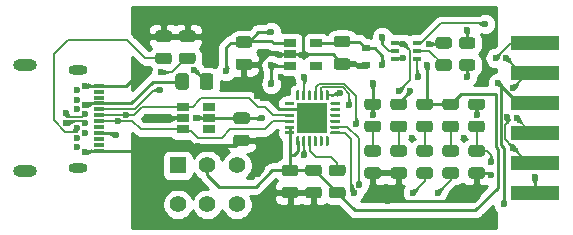
<source format=gbr>
G04 #@! TF.GenerationSoftware,KiCad,Pcbnew,(5.1.6)-1*
G04 #@! TF.CreationDate,2020-07-22T21:34:49-04:00*
G04 #@! TF.ProjectId,eflashy32,65666c61-7368-4793-9332-2e6b69636164,rev?*
G04 #@! TF.SameCoordinates,Original*
G04 #@! TF.FileFunction,Copper,L1,Top*
G04 #@! TF.FilePolarity,Positive*
%FSLAX46Y46*%
G04 Gerber Fmt 4.6, Leading zero omitted, Abs format (unit mm)*
G04 Created by KiCad (PCBNEW (5.1.6)-1) date 2020-07-22 21:34:49*
%MOMM*%
%LPD*%
G01*
G04 APERTURE LIST*
G04 #@! TA.AperFunction,SMDPad,CuDef*
%ADD10R,1.060000X0.650000*%
G04 #@! TD*
G04 #@! TA.AperFunction,SMDPad,CuDef*
%ADD11R,0.900000X0.300000*%
G04 #@! TD*
G04 #@! TA.AperFunction,ComponentPad*
%ADD12C,0.600000*%
G04 #@! TD*
G04 #@! TA.AperFunction,ComponentPad*
%ADD13O,1.600000X0.800000*%
G04 #@! TD*
G04 #@! TA.AperFunction,ComponentPad*
%ADD14O,2.000000X1.000000*%
G04 #@! TD*
G04 #@! TA.AperFunction,SMDPad,CuDef*
%ADD15R,4.180000X1.270000*%
G04 #@! TD*
G04 #@! TA.AperFunction,SMDPad,CuDef*
%ADD16R,0.700000X0.600000*%
G04 #@! TD*
G04 #@! TA.AperFunction,ComponentPad*
%ADD17R,1.400000X1.400000*%
G04 #@! TD*
G04 #@! TA.AperFunction,ComponentPad*
%ADD18C,1.400000*%
G04 #@! TD*
G04 #@! TA.AperFunction,SMDPad,CuDef*
%ADD19R,0.650000X0.400000*%
G04 #@! TD*
G04 #@! TA.AperFunction,SMDPad,CuDef*
%ADD20R,2.600000X2.600000*%
G04 #@! TD*
G04 #@! TA.AperFunction,ViaPad*
%ADD21C,0.600000*%
G04 #@! TD*
G04 #@! TA.AperFunction,Conductor*
%ADD22C,0.250000*%
G04 #@! TD*
G04 #@! TA.AperFunction,Conductor*
%ADD23C,0.300000*%
G04 #@! TD*
G04 #@! TA.AperFunction,Conductor*
%ADD24C,0.152400*%
G04 #@! TD*
G04 #@! TA.AperFunction,Conductor*
%ADD25C,0.254000*%
G04 #@! TD*
G04 #@! TA.AperFunction,Conductor*
%ADD26C,0.025400*%
G04 #@! TD*
G04 APERTURE END LIST*
D10*
X97155000Y-38980000D03*
X97155000Y-38030000D03*
X97155000Y-39930000D03*
X94955000Y-39930000D03*
X94955000Y-38980000D03*
X94955000Y-38030000D03*
D11*
X87915000Y-36230000D03*
X87915000Y-36730000D03*
X87915000Y-37230000D03*
X87915000Y-37730000D03*
X87915000Y-38230000D03*
X87915000Y-38730000D03*
X87915000Y-39230000D03*
X87915000Y-39730000D03*
X87915000Y-40230000D03*
X87915000Y-40730000D03*
X87915000Y-41230000D03*
X87915000Y-41730000D03*
D12*
X86705000Y-41830000D03*
X86005000Y-41430000D03*
X86005000Y-40630000D03*
X86705000Y-40230000D03*
X86005000Y-39830000D03*
X86705000Y-39430000D03*
X86705000Y-38630000D03*
X86005000Y-38230000D03*
X86705000Y-37830000D03*
X86005000Y-37430000D03*
X86005000Y-36630000D03*
X86705000Y-36230000D03*
D13*
X86105000Y-34900000D03*
X86105000Y-43160000D03*
D14*
X81655000Y-34490000D03*
X81655000Y-43470000D03*
G04 #@! TA.AperFunction,SMDPad,CuDef*
G36*
G01*
X99698750Y-32055000D02*
X100611250Y-32055000D01*
G75*
G02*
X100855000Y-32298750I0J-243750D01*
G01*
X100855000Y-32786250D01*
G75*
G02*
X100611250Y-33030000I-243750J0D01*
G01*
X99698750Y-33030000D01*
G75*
G02*
X99455000Y-32786250I0J243750D01*
G01*
X99455000Y-32298750D01*
G75*
G02*
X99698750Y-32055000I243750J0D01*
G01*
G37*
G04 #@! TD.AperFunction*
G04 #@! TA.AperFunction,SMDPad,CuDef*
G36*
G01*
X99698750Y-33930000D02*
X100611250Y-33930000D01*
G75*
G02*
X100855000Y-34173750I0J-243750D01*
G01*
X100855000Y-34661250D01*
G75*
G02*
X100611250Y-34905000I-243750J0D01*
G01*
X99698750Y-34905000D01*
G75*
G02*
X99455000Y-34661250I0J243750D01*
G01*
X99455000Y-34173750D01*
G75*
G02*
X99698750Y-33930000I243750J0D01*
G01*
G37*
G04 #@! TD.AperFunction*
D15*
X124755000Y-37660000D03*
X124755000Y-35120000D03*
X124755000Y-32580000D03*
X124755000Y-40200000D03*
X124755000Y-42740000D03*
X124755000Y-45280000D03*
D16*
X110455000Y-33080000D03*
X110455000Y-34480000D03*
D17*
X94555000Y-42980000D03*
D18*
X97055000Y-42980000D03*
X99555000Y-42980000D03*
X94555000Y-46280000D03*
X97055000Y-46280000D03*
X99555000Y-46280000D03*
G04 #@! TA.AperFunction,SMDPad,CuDef*
G36*
G01*
X93811250Y-32530000D02*
X92898750Y-32530000D01*
G75*
G02*
X92655000Y-32286250I0J243750D01*
G01*
X92655000Y-31798750D01*
G75*
G02*
X92898750Y-31555000I243750J0D01*
G01*
X93811250Y-31555000D01*
G75*
G02*
X94055000Y-31798750I0J-243750D01*
G01*
X94055000Y-32286250D01*
G75*
G02*
X93811250Y-32530000I-243750J0D01*
G01*
G37*
G04 #@! TD.AperFunction*
G04 #@! TA.AperFunction,SMDPad,CuDef*
G36*
G01*
X93811250Y-34405000D02*
X92898750Y-34405000D01*
G75*
G02*
X92655000Y-34161250I0J243750D01*
G01*
X92655000Y-33673750D01*
G75*
G02*
X92898750Y-33430000I243750J0D01*
G01*
X93811250Y-33430000D01*
G75*
G02*
X94055000Y-33673750I0J-243750D01*
G01*
X94055000Y-34161250D01*
G75*
G02*
X93811250Y-34405000I-243750J0D01*
G01*
G37*
G04 #@! TD.AperFunction*
G04 #@! TA.AperFunction,SMDPad,CuDef*
G36*
G01*
X95811250Y-32530000D02*
X94898750Y-32530000D01*
G75*
G02*
X94655000Y-32286250I0J243750D01*
G01*
X94655000Y-31798750D01*
G75*
G02*
X94898750Y-31555000I243750J0D01*
G01*
X95811250Y-31555000D01*
G75*
G02*
X96055000Y-31798750I0J-243750D01*
G01*
X96055000Y-32286250D01*
G75*
G02*
X95811250Y-32530000I-243750J0D01*
G01*
G37*
G04 #@! TD.AperFunction*
G04 #@! TA.AperFunction,SMDPad,CuDef*
G36*
G01*
X95811250Y-34405000D02*
X94898750Y-34405000D01*
G75*
G02*
X94655000Y-34161250I0J243750D01*
G01*
X94655000Y-33673750D01*
G75*
G02*
X94898750Y-33430000I243750J0D01*
G01*
X95811250Y-33430000D01*
G75*
G02*
X96055000Y-33673750I0J-243750D01*
G01*
X96055000Y-34161250D01*
G75*
G02*
X95811250Y-34405000I-243750J0D01*
G01*
G37*
G04 #@! TD.AperFunction*
D10*
X106255000Y-32630000D03*
X106255000Y-34530000D03*
X104055000Y-34530000D03*
X104055000Y-33580000D03*
X104055000Y-32630000D03*
D19*
X112905000Y-32630000D03*
X112905000Y-33930000D03*
X114805000Y-33280000D03*
X112905000Y-33280000D03*
X114805000Y-33930000D03*
X114805000Y-32630000D03*
G04 #@! TA.AperFunction,SMDPad,CuDef*
G36*
G01*
X97555000Y-35429999D02*
X97555000Y-36330001D01*
G75*
G02*
X97305001Y-36580000I-249999J0D01*
G01*
X96654999Y-36580000D01*
G75*
G02*
X96405000Y-36330001I0J249999D01*
G01*
X96405000Y-35429999D01*
G75*
G02*
X96654999Y-35180000I249999J0D01*
G01*
X97305001Y-35180000D01*
G75*
G02*
X97555000Y-35429999I0J-249999D01*
G01*
G37*
G04 #@! TD.AperFunction*
G04 #@! TA.AperFunction,SMDPad,CuDef*
G36*
G01*
X95505000Y-35429999D02*
X95505000Y-36330001D01*
G75*
G02*
X95255001Y-36580000I-249999J0D01*
G01*
X94604999Y-36580000D01*
G75*
G02*
X94355000Y-36330001I0J249999D01*
G01*
X94355000Y-35429999D01*
G75*
G02*
X94604999Y-35180000I249999J0D01*
G01*
X95255001Y-35180000D01*
G75*
G02*
X95505000Y-35429999I0J-249999D01*
G01*
G37*
G04 #@! TD.AperFunction*
G04 #@! TA.AperFunction,SMDPad,CuDef*
G36*
G01*
X103605000Y-37792500D02*
X103605000Y-37667500D01*
G75*
G02*
X103667500Y-37605000I62500J0D01*
G01*
X104367500Y-37605000D01*
G75*
G02*
X104430000Y-37667500I0J-62500D01*
G01*
X104430000Y-37792500D01*
G75*
G02*
X104367500Y-37855000I-62500J0D01*
G01*
X103667500Y-37855000D01*
G75*
G02*
X103605000Y-37792500I0J62500D01*
G01*
G37*
G04 #@! TD.AperFunction*
G04 #@! TA.AperFunction,SMDPad,CuDef*
G36*
G01*
X103605000Y-38292500D02*
X103605000Y-38167500D01*
G75*
G02*
X103667500Y-38105000I62500J0D01*
G01*
X104367500Y-38105000D01*
G75*
G02*
X104430000Y-38167500I0J-62500D01*
G01*
X104430000Y-38292500D01*
G75*
G02*
X104367500Y-38355000I-62500J0D01*
G01*
X103667500Y-38355000D01*
G75*
G02*
X103605000Y-38292500I0J62500D01*
G01*
G37*
G04 #@! TD.AperFunction*
G04 #@! TA.AperFunction,SMDPad,CuDef*
G36*
G01*
X103605000Y-38792500D02*
X103605000Y-38667500D01*
G75*
G02*
X103667500Y-38605000I62500J0D01*
G01*
X104367500Y-38605000D01*
G75*
G02*
X104430000Y-38667500I0J-62500D01*
G01*
X104430000Y-38792500D01*
G75*
G02*
X104367500Y-38855000I-62500J0D01*
G01*
X103667500Y-38855000D01*
G75*
G02*
X103605000Y-38792500I0J62500D01*
G01*
G37*
G04 #@! TD.AperFunction*
G04 #@! TA.AperFunction,SMDPad,CuDef*
G36*
G01*
X103605000Y-39292500D02*
X103605000Y-39167500D01*
G75*
G02*
X103667500Y-39105000I62500J0D01*
G01*
X104367500Y-39105000D01*
G75*
G02*
X104430000Y-39167500I0J-62500D01*
G01*
X104430000Y-39292500D01*
G75*
G02*
X104367500Y-39355000I-62500J0D01*
G01*
X103667500Y-39355000D01*
G75*
G02*
X103605000Y-39292500I0J62500D01*
G01*
G37*
G04 #@! TD.AperFunction*
G04 #@! TA.AperFunction,SMDPad,CuDef*
G36*
G01*
X103605000Y-39792500D02*
X103605000Y-39667500D01*
G75*
G02*
X103667500Y-39605000I62500J0D01*
G01*
X104367500Y-39605000D01*
G75*
G02*
X104430000Y-39667500I0J-62500D01*
G01*
X104430000Y-39792500D01*
G75*
G02*
X104367500Y-39855000I-62500J0D01*
G01*
X103667500Y-39855000D01*
G75*
G02*
X103605000Y-39792500I0J62500D01*
G01*
G37*
G04 #@! TD.AperFunction*
G04 #@! TA.AperFunction,SMDPad,CuDef*
G36*
G01*
X103605000Y-40292500D02*
X103605000Y-40167500D01*
G75*
G02*
X103667500Y-40105000I62500J0D01*
G01*
X104367500Y-40105000D01*
G75*
G02*
X104430000Y-40167500I0J-62500D01*
G01*
X104430000Y-40292500D01*
G75*
G02*
X104367500Y-40355000I-62500J0D01*
G01*
X103667500Y-40355000D01*
G75*
G02*
X103605000Y-40292500I0J62500D01*
G01*
G37*
G04 #@! TD.AperFunction*
G04 #@! TA.AperFunction,SMDPad,CuDef*
G36*
G01*
X104580000Y-41267500D02*
X104580000Y-40567500D01*
G75*
G02*
X104642500Y-40505000I62500J0D01*
G01*
X104767500Y-40505000D01*
G75*
G02*
X104830000Y-40567500I0J-62500D01*
G01*
X104830000Y-41267500D01*
G75*
G02*
X104767500Y-41330000I-62500J0D01*
G01*
X104642500Y-41330000D01*
G75*
G02*
X104580000Y-41267500I0J62500D01*
G01*
G37*
G04 #@! TD.AperFunction*
G04 #@! TA.AperFunction,SMDPad,CuDef*
G36*
G01*
X105080000Y-41267500D02*
X105080000Y-40567500D01*
G75*
G02*
X105142500Y-40505000I62500J0D01*
G01*
X105267500Y-40505000D01*
G75*
G02*
X105330000Y-40567500I0J-62500D01*
G01*
X105330000Y-41267500D01*
G75*
G02*
X105267500Y-41330000I-62500J0D01*
G01*
X105142500Y-41330000D01*
G75*
G02*
X105080000Y-41267500I0J62500D01*
G01*
G37*
G04 #@! TD.AperFunction*
G04 #@! TA.AperFunction,SMDPad,CuDef*
G36*
G01*
X105580000Y-41267500D02*
X105580000Y-40567500D01*
G75*
G02*
X105642500Y-40505000I62500J0D01*
G01*
X105767500Y-40505000D01*
G75*
G02*
X105830000Y-40567500I0J-62500D01*
G01*
X105830000Y-41267500D01*
G75*
G02*
X105767500Y-41330000I-62500J0D01*
G01*
X105642500Y-41330000D01*
G75*
G02*
X105580000Y-41267500I0J62500D01*
G01*
G37*
G04 #@! TD.AperFunction*
G04 #@! TA.AperFunction,SMDPad,CuDef*
G36*
G01*
X106080000Y-41267500D02*
X106080000Y-40567500D01*
G75*
G02*
X106142500Y-40505000I62500J0D01*
G01*
X106267500Y-40505000D01*
G75*
G02*
X106330000Y-40567500I0J-62500D01*
G01*
X106330000Y-41267500D01*
G75*
G02*
X106267500Y-41330000I-62500J0D01*
G01*
X106142500Y-41330000D01*
G75*
G02*
X106080000Y-41267500I0J62500D01*
G01*
G37*
G04 #@! TD.AperFunction*
G04 #@! TA.AperFunction,SMDPad,CuDef*
G36*
G01*
X106580000Y-41267500D02*
X106580000Y-40567500D01*
G75*
G02*
X106642500Y-40505000I62500J0D01*
G01*
X106767500Y-40505000D01*
G75*
G02*
X106830000Y-40567500I0J-62500D01*
G01*
X106830000Y-41267500D01*
G75*
G02*
X106767500Y-41330000I-62500J0D01*
G01*
X106642500Y-41330000D01*
G75*
G02*
X106580000Y-41267500I0J62500D01*
G01*
G37*
G04 #@! TD.AperFunction*
G04 #@! TA.AperFunction,SMDPad,CuDef*
G36*
G01*
X107080000Y-41267500D02*
X107080000Y-40567500D01*
G75*
G02*
X107142500Y-40505000I62500J0D01*
G01*
X107267500Y-40505000D01*
G75*
G02*
X107330000Y-40567500I0J-62500D01*
G01*
X107330000Y-41267500D01*
G75*
G02*
X107267500Y-41330000I-62500J0D01*
G01*
X107142500Y-41330000D01*
G75*
G02*
X107080000Y-41267500I0J62500D01*
G01*
G37*
G04 #@! TD.AperFunction*
G04 #@! TA.AperFunction,SMDPad,CuDef*
G36*
G01*
X107480000Y-40292500D02*
X107480000Y-40167500D01*
G75*
G02*
X107542500Y-40105000I62500J0D01*
G01*
X108242500Y-40105000D01*
G75*
G02*
X108305000Y-40167500I0J-62500D01*
G01*
X108305000Y-40292500D01*
G75*
G02*
X108242500Y-40355000I-62500J0D01*
G01*
X107542500Y-40355000D01*
G75*
G02*
X107480000Y-40292500I0J62500D01*
G01*
G37*
G04 #@! TD.AperFunction*
G04 #@! TA.AperFunction,SMDPad,CuDef*
G36*
G01*
X107480000Y-39792500D02*
X107480000Y-39667500D01*
G75*
G02*
X107542500Y-39605000I62500J0D01*
G01*
X108242500Y-39605000D01*
G75*
G02*
X108305000Y-39667500I0J-62500D01*
G01*
X108305000Y-39792500D01*
G75*
G02*
X108242500Y-39855000I-62500J0D01*
G01*
X107542500Y-39855000D01*
G75*
G02*
X107480000Y-39792500I0J62500D01*
G01*
G37*
G04 #@! TD.AperFunction*
G04 #@! TA.AperFunction,SMDPad,CuDef*
G36*
G01*
X107480000Y-39292500D02*
X107480000Y-39167500D01*
G75*
G02*
X107542500Y-39105000I62500J0D01*
G01*
X108242500Y-39105000D01*
G75*
G02*
X108305000Y-39167500I0J-62500D01*
G01*
X108305000Y-39292500D01*
G75*
G02*
X108242500Y-39355000I-62500J0D01*
G01*
X107542500Y-39355000D01*
G75*
G02*
X107480000Y-39292500I0J62500D01*
G01*
G37*
G04 #@! TD.AperFunction*
G04 #@! TA.AperFunction,SMDPad,CuDef*
G36*
G01*
X107480000Y-38792500D02*
X107480000Y-38667500D01*
G75*
G02*
X107542500Y-38605000I62500J0D01*
G01*
X108242500Y-38605000D01*
G75*
G02*
X108305000Y-38667500I0J-62500D01*
G01*
X108305000Y-38792500D01*
G75*
G02*
X108242500Y-38855000I-62500J0D01*
G01*
X107542500Y-38855000D01*
G75*
G02*
X107480000Y-38792500I0J62500D01*
G01*
G37*
G04 #@! TD.AperFunction*
G04 #@! TA.AperFunction,SMDPad,CuDef*
G36*
G01*
X107480000Y-38292500D02*
X107480000Y-38167500D01*
G75*
G02*
X107542500Y-38105000I62500J0D01*
G01*
X108242500Y-38105000D01*
G75*
G02*
X108305000Y-38167500I0J-62500D01*
G01*
X108305000Y-38292500D01*
G75*
G02*
X108242500Y-38355000I-62500J0D01*
G01*
X107542500Y-38355000D01*
G75*
G02*
X107480000Y-38292500I0J62500D01*
G01*
G37*
G04 #@! TD.AperFunction*
G04 #@! TA.AperFunction,SMDPad,CuDef*
G36*
G01*
X107480000Y-37792500D02*
X107480000Y-37667500D01*
G75*
G02*
X107542500Y-37605000I62500J0D01*
G01*
X108242500Y-37605000D01*
G75*
G02*
X108305000Y-37667500I0J-62500D01*
G01*
X108305000Y-37792500D01*
G75*
G02*
X108242500Y-37855000I-62500J0D01*
G01*
X107542500Y-37855000D01*
G75*
G02*
X107480000Y-37792500I0J62500D01*
G01*
G37*
G04 #@! TD.AperFunction*
G04 #@! TA.AperFunction,SMDPad,CuDef*
G36*
G01*
X107080000Y-37392500D02*
X107080000Y-36692500D01*
G75*
G02*
X107142500Y-36630000I62500J0D01*
G01*
X107267500Y-36630000D01*
G75*
G02*
X107330000Y-36692500I0J-62500D01*
G01*
X107330000Y-37392500D01*
G75*
G02*
X107267500Y-37455000I-62500J0D01*
G01*
X107142500Y-37455000D01*
G75*
G02*
X107080000Y-37392500I0J62500D01*
G01*
G37*
G04 #@! TD.AperFunction*
G04 #@! TA.AperFunction,SMDPad,CuDef*
G36*
G01*
X106580000Y-37392500D02*
X106580000Y-36692500D01*
G75*
G02*
X106642500Y-36630000I62500J0D01*
G01*
X106767500Y-36630000D01*
G75*
G02*
X106830000Y-36692500I0J-62500D01*
G01*
X106830000Y-37392500D01*
G75*
G02*
X106767500Y-37455000I-62500J0D01*
G01*
X106642500Y-37455000D01*
G75*
G02*
X106580000Y-37392500I0J62500D01*
G01*
G37*
G04 #@! TD.AperFunction*
G04 #@! TA.AperFunction,SMDPad,CuDef*
G36*
G01*
X106080000Y-37392500D02*
X106080000Y-36692500D01*
G75*
G02*
X106142500Y-36630000I62500J0D01*
G01*
X106267500Y-36630000D01*
G75*
G02*
X106330000Y-36692500I0J-62500D01*
G01*
X106330000Y-37392500D01*
G75*
G02*
X106267500Y-37455000I-62500J0D01*
G01*
X106142500Y-37455000D01*
G75*
G02*
X106080000Y-37392500I0J62500D01*
G01*
G37*
G04 #@! TD.AperFunction*
G04 #@! TA.AperFunction,SMDPad,CuDef*
G36*
G01*
X105580000Y-37392500D02*
X105580000Y-36692500D01*
G75*
G02*
X105642500Y-36630000I62500J0D01*
G01*
X105767500Y-36630000D01*
G75*
G02*
X105830000Y-36692500I0J-62500D01*
G01*
X105830000Y-37392500D01*
G75*
G02*
X105767500Y-37455000I-62500J0D01*
G01*
X105642500Y-37455000D01*
G75*
G02*
X105580000Y-37392500I0J62500D01*
G01*
G37*
G04 #@! TD.AperFunction*
G04 #@! TA.AperFunction,SMDPad,CuDef*
G36*
G01*
X105080000Y-37392500D02*
X105080000Y-36692500D01*
G75*
G02*
X105142500Y-36630000I62500J0D01*
G01*
X105267500Y-36630000D01*
G75*
G02*
X105330000Y-36692500I0J-62500D01*
G01*
X105330000Y-37392500D01*
G75*
G02*
X105267500Y-37455000I-62500J0D01*
G01*
X105142500Y-37455000D01*
G75*
G02*
X105080000Y-37392500I0J62500D01*
G01*
G37*
G04 #@! TD.AperFunction*
G04 #@! TA.AperFunction,SMDPad,CuDef*
G36*
G01*
X104580000Y-37392500D02*
X104580000Y-36692500D01*
G75*
G02*
X104642500Y-36630000I62500J0D01*
G01*
X104767500Y-36630000D01*
G75*
G02*
X104830000Y-36692500I0J-62500D01*
G01*
X104830000Y-37392500D01*
G75*
G02*
X104767500Y-37455000I-62500J0D01*
G01*
X104642500Y-37455000D01*
G75*
G02*
X104580000Y-37392500I0J62500D01*
G01*
G37*
G04 #@! TD.AperFunction*
D20*
X105955000Y-38980000D03*
G04 #@! TA.AperFunction,SMDPad,CuDef*
G36*
G01*
X112798750Y-37317500D02*
X113711250Y-37317500D01*
G75*
G02*
X113955000Y-37561250I0J-243750D01*
G01*
X113955000Y-38048750D01*
G75*
G02*
X113711250Y-38292500I-243750J0D01*
G01*
X112798750Y-38292500D01*
G75*
G02*
X112555000Y-38048750I0J243750D01*
G01*
X112555000Y-37561250D01*
G75*
G02*
X112798750Y-37317500I243750J0D01*
G01*
G37*
G04 #@! TD.AperFunction*
G04 #@! TA.AperFunction,SMDPad,CuDef*
G36*
G01*
X112798750Y-39192500D02*
X113711250Y-39192500D01*
G75*
G02*
X113955000Y-39436250I0J-243750D01*
G01*
X113955000Y-39923750D01*
G75*
G02*
X113711250Y-40167500I-243750J0D01*
G01*
X112798750Y-40167500D01*
G75*
G02*
X112555000Y-39923750I0J243750D01*
G01*
X112555000Y-39436250D01*
G75*
G02*
X112798750Y-39192500I243750J0D01*
G01*
G37*
G04 #@! TD.AperFunction*
G04 #@! TA.AperFunction,SMDPad,CuDef*
G36*
G01*
X110598750Y-39192500D02*
X111511250Y-39192500D01*
G75*
G02*
X111755000Y-39436250I0J-243750D01*
G01*
X111755000Y-39923750D01*
G75*
G02*
X111511250Y-40167500I-243750J0D01*
G01*
X110598750Y-40167500D01*
G75*
G02*
X110355000Y-39923750I0J243750D01*
G01*
X110355000Y-39436250D01*
G75*
G02*
X110598750Y-39192500I243750J0D01*
G01*
G37*
G04 #@! TD.AperFunction*
G04 #@! TA.AperFunction,SMDPad,CuDef*
G36*
G01*
X110598750Y-37317500D02*
X111511250Y-37317500D01*
G75*
G02*
X111755000Y-37561250I0J-243750D01*
G01*
X111755000Y-38048750D01*
G75*
G02*
X111511250Y-38292500I-243750J0D01*
G01*
X110598750Y-38292500D01*
G75*
G02*
X110355000Y-38048750I0J243750D01*
G01*
X110355000Y-37561250D01*
G75*
G02*
X110598750Y-37317500I243750J0D01*
G01*
G37*
G04 #@! TD.AperFunction*
G04 #@! TA.AperFunction,SMDPad,CuDef*
G36*
G01*
X119398750Y-43130000D02*
X120311250Y-43130000D01*
G75*
G02*
X120555000Y-43373750I0J-243750D01*
G01*
X120555000Y-43861250D01*
G75*
G02*
X120311250Y-44105000I-243750J0D01*
G01*
X119398750Y-44105000D01*
G75*
G02*
X119155000Y-43861250I0J243750D01*
G01*
X119155000Y-43373750D01*
G75*
G02*
X119398750Y-43130000I243750J0D01*
G01*
G37*
G04 #@! TD.AperFunction*
G04 #@! TA.AperFunction,SMDPad,CuDef*
G36*
G01*
X119398750Y-41255000D02*
X120311250Y-41255000D01*
G75*
G02*
X120555000Y-41498750I0J-243750D01*
G01*
X120555000Y-41986250D01*
G75*
G02*
X120311250Y-42230000I-243750J0D01*
G01*
X119398750Y-42230000D01*
G75*
G02*
X119155000Y-41986250I0J243750D01*
G01*
X119155000Y-41498750D01*
G75*
G02*
X119398750Y-41255000I243750J0D01*
G01*
G37*
G04 #@! TD.AperFunction*
G04 #@! TA.AperFunction,SMDPad,CuDef*
G36*
G01*
X119398750Y-39192500D02*
X120311250Y-39192500D01*
G75*
G02*
X120555000Y-39436250I0J-243750D01*
G01*
X120555000Y-39923750D01*
G75*
G02*
X120311250Y-40167500I-243750J0D01*
G01*
X119398750Y-40167500D01*
G75*
G02*
X119155000Y-39923750I0J243750D01*
G01*
X119155000Y-39436250D01*
G75*
G02*
X119398750Y-39192500I243750J0D01*
G01*
G37*
G04 #@! TD.AperFunction*
G04 #@! TA.AperFunction,SMDPad,CuDef*
G36*
G01*
X119398750Y-37317500D02*
X120311250Y-37317500D01*
G75*
G02*
X120555000Y-37561250I0J-243750D01*
G01*
X120555000Y-38048750D01*
G75*
G02*
X120311250Y-38292500I-243750J0D01*
G01*
X119398750Y-38292500D01*
G75*
G02*
X119155000Y-38048750I0J243750D01*
G01*
X119155000Y-37561250D01*
G75*
G02*
X119398750Y-37317500I243750J0D01*
G01*
G37*
G04 #@! TD.AperFunction*
G04 #@! TA.AperFunction,SMDPad,CuDef*
G36*
G01*
X117511250Y-33092500D02*
X116598750Y-33092500D01*
G75*
G02*
X116355000Y-32848750I0J243750D01*
G01*
X116355000Y-32361250D01*
G75*
G02*
X116598750Y-32117500I243750J0D01*
G01*
X117511250Y-32117500D01*
G75*
G02*
X117755000Y-32361250I0J-243750D01*
G01*
X117755000Y-32848750D01*
G75*
G02*
X117511250Y-33092500I-243750J0D01*
G01*
G37*
G04 #@! TD.AperFunction*
G04 #@! TA.AperFunction,SMDPad,CuDef*
G36*
G01*
X117511250Y-34967500D02*
X116598750Y-34967500D01*
G75*
G02*
X116355000Y-34723750I0J243750D01*
G01*
X116355000Y-34236250D01*
G75*
G02*
X116598750Y-33992500I243750J0D01*
G01*
X117511250Y-33992500D01*
G75*
G02*
X117755000Y-34236250I0J-243750D01*
G01*
X117755000Y-34723750D01*
G75*
G02*
X117511250Y-34967500I-243750J0D01*
G01*
G37*
G04 #@! TD.AperFunction*
G04 #@! TA.AperFunction,SMDPad,CuDef*
G36*
G01*
X118598750Y-33992500D02*
X119511250Y-33992500D01*
G75*
G02*
X119755000Y-34236250I0J-243750D01*
G01*
X119755000Y-34723750D01*
G75*
G02*
X119511250Y-34967500I-243750J0D01*
G01*
X118598750Y-34967500D01*
G75*
G02*
X118355000Y-34723750I0J243750D01*
G01*
X118355000Y-34236250D01*
G75*
G02*
X118598750Y-33992500I243750J0D01*
G01*
G37*
G04 #@! TD.AperFunction*
G04 #@! TA.AperFunction,SMDPad,CuDef*
G36*
G01*
X118598750Y-32117500D02*
X119511250Y-32117500D01*
G75*
G02*
X119755000Y-32361250I0J-243750D01*
G01*
X119755000Y-32848750D01*
G75*
G02*
X119511250Y-33092500I-243750J0D01*
G01*
X118598750Y-33092500D01*
G75*
G02*
X118355000Y-32848750I0J243750D01*
G01*
X118355000Y-32361250D01*
G75*
G02*
X118598750Y-32117500I243750J0D01*
G01*
G37*
G04 #@! TD.AperFunction*
G04 #@! TA.AperFunction,SMDPad,CuDef*
G36*
G01*
X108511250Y-43892500D02*
X107598750Y-43892500D01*
G75*
G02*
X107355000Y-43648750I0J243750D01*
G01*
X107355000Y-43161250D01*
G75*
G02*
X107598750Y-42917500I243750J0D01*
G01*
X108511250Y-42917500D01*
G75*
G02*
X108755000Y-43161250I0J-243750D01*
G01*
X108755000Y-43648750D01*
G75*
G02*
X108511250Y-43892500I-243750J0D01*
G01*
G37*
G04 #@! TD.AperFunction*
G04 #@! TA.AperFunction,SMDPad,CuDef*
G36*
G01*
X108511250Y-45767500D02*
X107598750Y-45767500D01*
G75*
G02*
X107355000Y-45523750I0J243750D01*
G01*
X107355000Y-45036250D01*
G75*
G02*
X107598750Y-44792500I243750J0D01*
G01*
X108511250Y-44792500D01*
G75*
G02*
X108755000Y-45036250I0J-243750D01*
G01*
X108755000Y-45523750D01*
G75*
G02*
X108511250Y-45767500I-243750J0D01*
G01*
G37*
G04 #@! TD.AperFunction*
G04 #@! TA.AperFunction,SMDPad,CuDef*
G36*
G01*
X113711250Y-42230000D02*
X112798750Y-42230000D01*
G75*
G02*
X112555000Y-41986250I0J243750D01*
G01*
X112555000Y-41498750D01*
G75*
G02*
X112798750Y-41255000I243750J0D01*
G01*
X113711250Y-41255000D01*
G75*
G02*
X113955000Y-41498750I0J-243750D01*
G01*
X113955000Y-41986250D01*
G75*
G02*
X113711250Y-42230000I-243750J0D01*
G01*
G37*
G04 #@! TD.AperFunction*
G04 #@! TA.AperFunction,SMDPad,CuDef*
G36*
G01*
X113711250Y-44105000D02*
X112798750Y-44105000D01*
G75*
G02*
X112555000Y-43861250I0J243750D01*
G01*
X112555000Y-43373750D01*
G75*
G02*
X112798750Y-43130000I243750J0D01*
G01*
X113711250Y-43130000D01*
G75*
G02*
X113955000Y-43373750I0J-243750D01*
G01*
X113955000Y-43861250D01*
G75*
G02*
X113711250Y-44105000I-243750J0D01*
G01*
G37*
G04 #@! TD.AperFunction*
G04 #@! TA.AperFunction,SMDPad,CuDef*
G36*
G01*
X111511250Y-42230000D02*
X110598750Y-42230000D01*
G75*
G02*
X110355000Y-41986250I0J243750D01*
G01*
X110355000Y-41498750D01*
G75*
G02*
X110598750Y-41255000I243750J0D01*
G01*
X111511250Y-41255000D01*
G75*
G02*
X111755000Y-41498750I0J-243750D01*
G01*
X111755000Y-41986250D01*
G75*
G02*
X111511250Y-42230000I-243750J0D01*
G01*
G37*
G04 #@! TD.AperFunction*
G04 #@! TA.AperFunction,SMDPad,CuDef*
G36*
G01*
X111511250Y-44105000D02*
X110598750Y-44105000D01*
G75*
G02*
X110355000Y-43861250I0J243750D01*
G01*
X110355000Y-43373750D01*
G75*
G02*
X110598750Y-43130000I243750J0D01*
G01*
X111511250Y-43130000D01*
G75*
G02*
X111755000Y-43373750I0J-243750D01*
G01*
X111755000Y-43861250D01*
G75*
G02*
X111511250Y-44105000I-243750J0D01*
G01*
G37*
G04 #@! TD.AperFunction*
G04 #@! TA.AperFunction,SMDPad,CuDef*
G36*
G01*
X105598750Y-44792500D02*
X106511250Y-44792500D01*
G75*
G02*
X106755000Y-45036250I0J-243750D01*
G01*
X106755000Y-45523750D01*
G75*
G02*
X106511250Y-45767500I-243750J0D01*
G01*
X105598750Y-45767500D01*
G75*
G02*
X105355000Y-45523750I0J243750D01*
G01*
X105355000Y-45036250D01*
G75*
G02*
X105598750Y-44792500I243750J0D01*
G01*
G37*
G04 #@! TD.AperFunction*
G04 #@! TA.AperFunction,SMDPad,CuDef*
G36*
G01*
X105598750Y-42917500D02*
X106511250Y-42917500D01*
G75*
G02*
X106755000Y-43161250I0J-243750D01*
G01*
X106755000Y-43648750D01*
G75*
G02*
X106511250Y-43892500I-243750J0D01*
G01*
X105598750Y-43892500D01*
G75*
G02*
X105355000Y-43648750I0J243750D01*
G01*
X105355000Y-43161250D01*
G75*
G02*
X105598750Y-42917500I243750J0D01*
G01*
G37*
G04 #@! TD.AperFunction*
G04 #@! TA.AperFunction,SMDPad,CuDef*
G36*
G01*
X103598750Y-44792500D02*
X104511250Y-44792500D01*
G75*
G02*
X104755000Y-45036250I0J-243750D01*
G01*
X104755000Y-45523750D01*
G75*
G02*
X104511250Y-45767500I-243750J0D01*
G01*
X103598750Y-45767500D01*
G75*
G02*
X103355000Y-45523750I0J243750D01*
G01*
X103355000Y-45036250D01*
G75*
G02*
X103598750Y-44792500I243750J0D01*
G01*
G37*
G04 #@! TD.AperFunction*
G04 #@! TA.AperFunction,SMDPad,CuDef*
G36*
G01*
X103598750Y-42917500D02*
X104511250Y-42917500D01*
G75*
G02*
X104755000Y-43161250I0J-243750D01*
G01*
X104755000Y-43648750D01*
G75*
G02*
X104511250Y-43892500I-243750J0D01*
G01*
X103598750Y-43892500D01*
G75*
G02*
X103355000Y-43648750I0J243750D01*
G01*
X103355000Y-43161250D01*
G75*
G02*
X103598750Y-42917500I243750J0D01*
G01*
G37*
G04 #@! TD.AperFunction*
G04 #@! TA.AperFunction,SMDPad,CuDef*
G36*
G01*
X99498750Y-38492500D02*
X100411250Y-38492500D01*
G75*
G02*
X100655000Y-38736250I0J-243750D01*
G01*
X100655000Y-39223750D01*
G75*
G02*
X100411250Y-39467500I-243750J0D01*
G01*
X99498750Y-39467500D01*
G75*
G02*
X99255000Y-39223750I0J243750D01*
G01*
X99255000Y-38736250D01*
G75*
G02*
X99498750Y-38492500I243750J0D01*
G01*
G37*
G04 #@! TD.AperFunction*
G04 #@! TA.AperFunction,SMDPad,CuDef*
G36*
G01*
X99498750Y-40367500D02*
X100411250Y-40367500D01*
G75*
G02*
X100655000Y-40611250I0J-243750D01*
G01*
X100655000Y-41098750D01*
G75*
G02*
X100411250Y-41342500I-243750J0D01*
G01*
X99498750Y-41342500D01*
G75*
G02*
X99255000Y-41098750I0J243750D01*
G01*
X99255000Y-40611250D01*
G75*
G02*
X99498750Y-40367500I243750J0D01*
G01*
G37*
G04 #@! TD.AperFunction*
G04 #@! TA.AperFunction,SMDPad,CuDef*
G36*
G01*
X117198750Y-39192500D02*
X118111250Y-39192500D01*
G75*
G02*
X118355000Y-39436250I0J-243750D01*
G01*
X118355000Y-39923750D01*
G75*
G02*
X118111250Y-40167500I-243750J0D01*
G01*
X117198750Y-40167500D01*
G75*
G02*
X116955000Y-39923750I0J243750D01*
G01*
X116955000Y-39436250D01*
G75*
G02*
X117198750Y-39192500I243750J0D01*
G01*
G37*
G04 #@! TD.AperFunction*
G04 #@! TA.AperFunction,SMDPad,CuDef*
G36*
G01*
X117198750Y-37317500D02*
X118111250Y-37317500D01*
G75*
G02*
X118355000Y-37561250I0J-243750D01*
G01*
X118355000Y-38048750D01*
G75*
G02*
X118111250Y-38292500I-243750J0D01*
G01*
X117198750Y-38292500D01*
G75*
G02*
X116955000Y-38048750I0J243750D01*
G01*
X116955000Y-37561250D01*
G75*
G02*
X117198750Y-37317500I243750J0D01*
G01*
G37*
G04 #@! TD.AperFunction*
G04 #@! TA.AperFunction,SMDPad,CuDef*
G36*
G01*
X114998750Y-39192500D02*
X115911250Y-39192500D01*
G75*
G02*
X116155000Y-39436250I0J-243750D01*
G01*
X116155000Y-39923750D01*
G75*
G02*
X115911250Y-40167500I-243750J0D01*
G01*
X114998750Y-40167500D01*
G75*
G02*
X114755000Y-39923750I0J243750D01*
G01*
X114755000Y-39436250D01*
G75*
G02*
X114998750Y-39192500I243750J0D01*
G01*
G37*
G04 #@! TD.AperFunction*
G04 #@! TA.AperFunction,SMDPad,CuDef*
G36*
G01*
X114998750Y-37317500D02*
X115911250Y-37317500D01*
G75*
G02*
X116155000Y-37561250I0J-243750D01*
G01*
X116155000Y-38048750D01*
G75*
G02*
X115911250Y-38292500I-243750J0D01*
G01*
X114998750Y-38292500D01*
G75*
G02*
X114755000Y-38048750I0J243750D01*
G01*
X114755000Y-37561250D01*
G75*
G02*
X114998750Y-37317500I243750J0D01*
G01*
G37*
G04 #@! TD.AperFunction*
G04 #@! TA.AperFunction,SMDPad,CuDef*
G36*
G01*
X107998750Y-32017500D02*
X108911250Y-32017500D01*
G75*
G02*
X109155000Y-32261250I0J-243750D01*
G01*
X109155000Y-32748750D01*
G75*
G02*
X108911250Y-32992500I-243750J0D01*
G01*
X107998750Y-32992500D01*
G75*
G02*
X107755000Y-32748750I0J243750D01*
G01*
X107755000Y-32261250D01*
G75*
G02*
X107998750Y-32017500I243750J0D01*
G01*
G37*
G04 #@! TD.AperFunction*
G04 #@! TA.AperFunction,SMDPad,CuDef*
G36*
G01*
X107998750Y-33892500D02*
X108911250Y-33892500D01*
G75*
G02*
X109155000Y-34136250I0J-243750D01*
G01*
X109155000Y-34623750D01*
G75*
G02*
X108911250Y-34867500I-243750J0D01*
G01*
X107998750Y-34867500D01*
G75*
G02*
X107755000Y-34623750I0J243750D01*
G01*
X107755000Y-34136250D01*
G75*
G02*
X107998750Y-33892500I243750J0D01*
G01*
G37*
G04 #@! TD.AperFunction*
G04 #@! TA.AperFunction,SMDPad,CuDef*
G36*
G01*
X118111250Y-42230000D02*
X117198750Y-42230000D01*
G75*
G02*
X116955000Y-41986250I0J243750D01*
G01*
X116955000Y-41498750D01*
G75*
G02*
X117198750Y-41255000I243750J0D01*
G01*
X118111250Y-41255000D01*
G75*
G02*
X118355000Y-41498750I0J-243750D01*
G01*
X118355000Y-41986250D01*
G75*
G02*
X118111250Y-42230000I-243750J0D01*
G01*
G37*
G04 #@! TD.AperFunction*
G04 #@! TA.AperFunction,SMDPad,CuDef*
G36*
G01*
X118111250Y-44105000D02*
X117198750Y-44105000D01*
G75*
G02*
X116955000Y-43861250I0J243750D01*
G01*
X116955000Y-43373750D01*
G75*
G02*
X117198750Y-43130000I243750J0D01*
G01*
X118111250Y-43130000D01*
G75*
G02*
X118355000Y-43373750I0J-243750D01*
G01*
X118355000Y-43861250D01*
G75*
G02*
X118111250Y-44105000I-243750J0D01*
G01*
G37*
G04 #@! TD.AperFunction*
G04 #@! TA.AperFunction,SMDPad,CuDef*
G36*
G01*
X115911250Y-42230000D02*
X114998750Y-42230000D01*
G75*
G02*
X114755000Y-41986250I0J243750D01*
G01*
X114755000Y-41498750D01*
G75*
G02*
X114998750Y-41255000I243750J0D01*
G01*
X115911250Y-41255000D01*
G75*
G02*
X116155000Y-41498750I0J-243750D01*
G01*
X116155000Y-41986250D01*
G75*
G02*
X115911250Y-42230000I-243750J0D01*
G01*
G37*
G04 #@! TD.AperFunction*
G04 #@! TA.AperFunction,SMDPad,CuDef*
G36*
G01*
X115911250Y-44105000D02*
X114998750Y-44105000D01*
G75*
G02*
X114755000Y-43861250I0J243750D01*
G01*
X114755000Y-43373750D01*
G75*
G02*
X114998750Y-43130000I243750J0D01*
G01*
X115911250Y-43130000D01*
G75*
G02*
X116155000Y-43373750I0J-243750D01*
G01*
X116155000Y-43861250D01*
G75*
G02*
X115911250Y-44105000I-243750J0D01*
G01*
G37*
G04 #@! TD.AperFunction*
D21*
X99655000Y-36380000D03*
X101255000Y-37080000D03*
X112355000Y-45980000D03*
X102555000Y-44880000D03*
X101355000Y-43680000D03*
X98155000Y-31780000D03*
X102655000Y-41080000D03*
X103255000Y-35480000D03*
X106555000Y-31580000D03*
X124755000Y-43980000D03*
X121055000Y-43780000D03*
X114355000Y-40680000D03*
X118755000Y-40680000D03*
X93227726Y-38907274D03*
X91155000Y-41880000D03*
X91355000Y-35080000D03*
X107855000Y-47780000D03*
X107855000Y-30080000D03*
X96251331Y-41298345D03*
X115655000Y-34480000D03*
X111855000Y-34480000D03*
X109655000Y-39480000D03*
X123255002Y-38980000D03*
X109055000Y-37880000D03*
X122955000Y-41480000D03*
X122455000Y-38880000D03*
X114255000Y-36680000D03*
X121655002Y-35980000D03*
X122155001Y-46280000D03*
X113655000Y-32680000D03*
X115855000Y-32680000D03*
X108255000Y-36880000D03*
X113255000Y-36680000D03*
X102455000Y-34480000D03*
X102455000Y-31680000D03*
X119855000Y-38680000D03*
X111055000Y-38680000D03*
X111055000Y-36008600D03*
X102455000Y-36080000D03*
X101655000Y-38980000D03*
X98655000Y-34980000D03*
X96105002Y-38930000D03*
X95955000Y-34880000D03*
X109455000Y-45306044D03*
X114455000Y-45280000D03*
X109860109Y-44672001D03*
X116555000Y-45280000D03*
X89355000Y-40380000D03*
X113655000Y-33880000D03*
X121455000Y-33880000D03*
X122355000Y-33880000D03*
X120566399Y-31007400D03*
X122955000Y-36398600D03*
X114855000Y-35480000D03*
X119055000Y-35480000D03*
X105255014Y-35480000D03*
X119055000Y-31480000D03*
X111855000Y-32080000D03*
X105203526Y-42097158D03*
X121055000Y-42680000D03*
X85055000Y-38580000D03*
X89505000Y-39258600D03*
X85055000Y-39380000D03*
X90155000Y-38701400D03*
X93055000Y-36580000D03*
X93155000Y-35080000D03*
D22*
X105205000Y-38230000D02*
X104017500Y-38230000D01*
X105955000Y-38980000D02*
X105205000Y-38230000D01*
X101981378Y-37080000D02*
X101255000Y-37080000D01*
X104017500Y-38230000D02*
X103131378Y-38230000D01*
X103131378Y-38230000D02*
X101981378Y-37080000D01*
X102155000Y-33580000D02*
X104055000Y-33580000D01*
X100455000Y-34480000D02*
X101255000Y-34480000D01*
X101255000Y-34480000D02*
X102155000Y-33580000D01*
X106055000Y-45280000D02*
X104055000Y-45280000D01*
X104055000Y-45280000D02*
X102955000Y-45280000D01*
X102955000Y-45280000D02*
X102555000Y-44880000D01*
X101242500Y-40855000D02*
X99955000Y-40855000D01*
X101755000Y-41367500D02*
X101242500Y-40855000D01*
X101355000Y-43680000D02*
X101755000Y-43280000D01*
X101755000Y-43280000D02*
X101755000Y-41367500D01*
X111055000Y-43617500D02*
X113255000Y-43617500D01*
X107655000Y-33580000D02*
X108455000Y-34380000D01*
X110355000Y-34380000D02*
X110455000Y-34480000D01*
X108455000Y-34380000D02*
X110355000Y-34380000D01*
X105155000Y-33580000D02*
X105155000Y-31980000D01*
X105155000Y-33580000D02*
X107655000Y-33580000D01*
X104055000Y-33580000D02*
X105155000Y-33580000D01*
X105155000Y-31980000D02*
X105555000Y-31580000D01*
X105555000Y-31580000D02*
X106555000Y-31580000D01*
X124755000Y-43980000D02*
X124755000Y-45280000D01*
X119855000Y-43617500D02*
X120892500Y-43617500D01*
X120892500Y-43617500D02*
X121055000Y-43780000D01*
X119855000Y-44880000D02*
X120055000Y-45080000D01*
X119855000Y-43617500D02*
X119855000Y-44880000D01*
X119655000Y-45980000D02*
X112355000Y-45980000D01*
X120055000Y-45080000D02*
X120055000Y-45580000D01*
X120055000Y-45580000D02*
X119655000Y-45980000D01*
D23*
X93300452Y-38980000D02*
X93227726Y-38907274D01*
X94855000Y-38980000D02*
X93300452Y-38980000D01*
D22*
X86705000Y-36230000D02*
X87915000Y-36230000D01*
X86805000Y-41730000D02*
X87915000Y-41730000D01*
X86705000Y-41830000D02*
X86805000Y-41730000D01*
X87915000Y-41730000D02*
X91005000Y-41730000D01*
X91005000Y-41730000D02*
X91155000Y-41880000D01*
X90205000Y-36230000D02*
X91355000Y-35080000D01*
X87915000Y-36230000D02*
X90205000Y-36230000D01*
D23*
X99955000Y-40855000D02*
X99469473Y-41340527D01*
X99469473Y-41340527D02*
X96293513Y-41340527D01*
X96293513Y-41340527D02*
X96251331Y-41298345D01*
D22*
X115655000Y-34480000D02*
X115655000Y-37605000D01*
X115655000Y-37605000D02*
X115455000Y-37805000D01*
X115455000Y-37805000D02*
X117655000Y-37805000D01*
X104055000Y-40267500D02*
X104055000Y-43405000D01*
X106055000Y-43405000D02*
X104055000Y-43405000D01*
X106180000Y-43405000D02*
X106055000Y-43405000D01*
X108055000Y-45280000D02*
X106180000Y-43405000D01*
X104055000Y-40267500D02*
X104017500Y-40230000D01*
X104017500Y-39730000D02*
X104017500Y-40230000D01*
X104355000Y-42080000D02*
X104055000Y-42080000D01*
X104705000Y-40917500D02*
X104705000Y-41730000D01*
X104705000Y-41730000D02*
X104355000Y-42080000D01*
X98055000Y-44780000D02*
X97055000Y-43780000D01*
X101155000Y-44780000D02*
X98055000Y-44780000D01*
X97055000Y-43780000D02*
X97055000Y-42980000D01*
X104055000Y-43405000D02*
X102530000Y-43405000D01*
X102530000Y-43405000D02*
X101155000Y-44780000D01*
X108330000Y-32630000D02*
X108455000Y-32505000D01*
X106255000Y-32630000D02*
X108330000Y-32630000D01*
X111855000Y-33680000D02*
X111855000Y-34480000D01*
X110455000Y-33080000D02*
X111255000Y-33080000D01*
X111255000Y-33080000D02*
X111855000Y-33680000D01*
X109880000Y-32505000D02*
X110455000Y-33080000D01*
X108455000Y-32505000D02*
X109880000Y-32505000D01*
X109555000Y-46780000D02*
X108055000Y-45280000D01*
X121475188Y-36957401D02*
X121475188Y-41423837D01*
X119755000Y-46780000D02*
X109555000Y-46780000D01*
X117655000Y-37805000D02*
X118502599Y-36957401D01*
X121475188Y-41423837D02*
X121632401Y-41581050D01*
X121632401Y-41581050D02*
X121632401Y-44902599D01*
X121632401Y-44902599D02*
X119755000Y-46780000D01*
X118502599Y-36957401D02*
X121475188Y-36957401D01*
D24*
X115455000Y-39680000D02*
X115455000Y-41742500D01*
X109655000Y-37066604D02*
X109655000Y-39480000D01*
X106205000Y-37042500D02*
X106217500Y-37042500D01*
X106217500Y-37042500D02*
X106217500Y-36317500D01*
X106488410Y-36046590D02*
X108634986Y-36046590D01*
X106217500Y-36317500D02*
X106488410Y-36046590D01*
X108634986Y-36046590D02*
X109655000Y-37066604D01*
X124475002Y-40200000D02*
X123255002Y-38980000D01*
X124755000Y-40200000D02*
X124475002Y-40200000D01*
X117655000Y-39680000D02*
X117655000Y-41742500D01*
X109055000Y-36897670D02*
X109055000Y-37880000D01*
X108508729Y-36351399D02*
X109055000Y-36897670D01*
X106783601Y-36351399D02*
X108508729Y-36351399D01*
X106705000Y-37042500D02*
X106705000Y-36430000D01*
X106705000Y-36430000D02*
X106783601Y-36351399D01*
X124215000Y-42740000D02*
X124755000Y-42740000D01*
X122955000Y-41480000D02*
X124215000Y-42740000D01*
X122255000Y-40780000D02*
X122955000Y-41480000D01*
X122455000Y-38880000D02*
X122455000Y-39363518D01*
X122255000Y-39563518D02*
X122255000Y-40780000D01*
X122455000Y-39363518D02*
X122255000Y-39563518D01*
D22*
X113255000Y-37805000D02*
X113255000Y-37680000D01*
X113255000Y-37680000D02*
X114255000Y-36680000D01*
X123335002Y-37660000D02*
X121655002Y-35980000D01*
X124755000Y-37660000D02*
X123335002Y-37660000D01*
X121877599Y-41257153D02*
X122155001Y-41534555D01*
X121655002Y-35980000D02*
X121877599Y-36202597D01*
X122155001Y-41534555D02*
X122155001Y-46280000D01*
X121877599Y-36202597D02*
X121877599Y-41257153D01*
D24*
X112905000Y-32612500D02*
X113587500Y-32612500D01*
X113587500Y-32612500D02*
X113655000Y-32680000D01*
X116980000Y-32680000D02*
X117055000Y-32605000D01*
X115855000Y-32680000D02*
X116980000Y-32680000D01*
X107205000Y-37042500D02*
X108092500Y-37042500D01*
X108092500Y-37042500D02*
X108255000Y-36880000D01*
X114183601Y-33208601D02*
X113655000Y-32680000D01*
X114183601Y-35751399D02*
X114183601Y-33208601D01*
X113255000Y-36680000D02*
X114183601Y-35751399D01*
D22*
X100647500Y-32412500D02*
X102455000Y-32412500D01*
X100455000Y-32605000D02*
X100647500Y-32412500D01*
X101380000Y-31680000D02*
X100455000Y-32605000D01*
X102455000Y-31680000D02*
X101380000Y-31680000D01*
X119855000Y-37805000D02*
X119855000Y-38680000D01*
X111055000Y-38680000D02*
X111055000Y-37805000D01*
X111055000Y-37805000D02*
X111055000Y-36008600D01*
X102455000Y-36080000D02*
X102455000Y-34480000D01*
X102672500Y-32630000D02*
X102455000Y-32412500D01*
X104055000Y-32630000D02*
X102672500Y-32630000D01*
X102505000Y-34530000D02*
X102455000Y-34480000D01*
X104055000Y-34530000D02*
X102505000Y-34530000D01*
X99030000Y-32605000D02*
X100455000Y-32605000D01*
X98655000Y-32980000D02*
X99030000Y-32605000D01*
X99955000Y-38980000D02*
X101655000Y-38980000D01*
X98655000Y-34980000D02*
X98655000Y-32980000D01*
X99955000Y-38980000D02*
X96155000Y-38980000D01*
X96105000Y-38930000D02*
X96105002Y-38930000D01*
X96055000Y-38880000D02*
X96105000Y-38930000D01*
X96105002Y-38930002D02*
X96105002Y-38930000D01*
X96155000Y-38980000D02*
X96105002Y-38930002D01*
X95980000Y-34880000D02*
X95955000Y-34880000D01*
X96980000Y-35880000D02*
X95980000Y-34880000D01*
D24*
X108705000Y-40230000D02*
X109255000Y-40780000D01*
X109255000Y-45106044D02*
X109455000Y-45306044D01*
X109255000Y-40780000D02*
X109255000Y-45106044D01*
X107892500Y-40230000D02*
X108705000Y-40230000D01*
X115455000Y-44280000D02*
X114455000Y-45280000D01*
X115455000Y-43617500D02*
X115455000Y-44280000D01*
X109860109Y-40685109D02*
X109860109Y-44672001D01*
X107892500Y-39730000D02*
X108905000Y-39730000D01*
X108905000Y-39730000D02*
X109860109Y-40685109D01*
X117655000Y-44180000D02*
X116555000Y-45280000D01*
X117655000Y-43617500D02*
X117655000Y-44180000D01*
X111055000Y-39680000D02*
X111055000Y-41742500D01*
X113255000Y-39680000D02*
X113255000Y-41742500D01*
D22*
X94930000Y-35880000D02*
X92455000Y-35880000D01*
X90605000Y-37730000D02*
X87915000Y-37730000D01*
X92455000Y-35880000D02*
X90605000Y-37730000D01*
X86805000Y-37730000D02*
X86705000Y-37830000D01*
X87915000Y-37730000D02*
X86805000Y-37730000D01*
X89205000Y-40230000D02*
X87915000Y-40230000D01*
X89355000Y-40380000D02*
X89205000Y-40230000D01*
D24*
X112905000Y-33912500D02*
X113622500Y-33912500D01*
X113622500Y-33912500D02*
X113655000Y-33880000D01*
X124755000Y-32580000D02*
X122755000Y-32580000D01*
X122755000Y-32580000D02*
X121455000Y-33880000D01*
X116801271Y-30951399D02*
X120566399Y-30951399D01*
X115140170Y-32612500D02*
X116801271Y-30951399D01*
X114805000Y-32612500D02*
X115140170Y-32612500D01*
X123595000Y-35120000D02*
X122355000Y-33880000D01*
X124755000Y-35120000D02*
X123595000Y-35120000D01*
X124233600Y-35120000D02*
X124755000Y-35120000D01*
X122955000Y-36398600D02*
X124233600Y-35120000D01*
X114805000Y-33912500D02*
X114805000Y-35430000D01*
X114805000Y-35430000D02*
X114855000Y-35480000D01*
X119055000Y-35480000D02*
X119055000Y-34480000D01*
X105205000Y-35530014D02*
X105255014Y-35480000D01*
X105205000Y-37042500D02*
X105205000Y-35530014D01*
X119055000Y-32605000D02*
X119055000Y-31480000D01*
X112905000Y-33262500D02*
X112427600Y-33262500D01*
X112427600Y-33262500D02*
X111855000Y-32689900D01*
X111855000Y-32689900D02*
X111855000Y-32080000D01*
X114805000Y-33262500D02*
X114822500Y-33280000D01*
X115855000Y-33280000D02*
X117055000Y-34480000D01*
X114822500Y-33280000D02*
X115855000Y-33280000D01*
X106255000Y-42280000D02*
X105705000Y-41730000D01*
X107555000Y-42280000D02*
X106255000Y-42280000D01*
X108055000Y-43405000D02*
X108055000Y-42780000D01*
X105705000Y-41730000D02*
X105705000Y-40917500D01*
X108055000Y-42780000D02*
X107555000Y-42280000D01*
X119855000Y-41742500D02*
X119855000Y-39680000D01*
X105205000Y-40917500D02*
X105205000Y-42095684D01*
X105205000Y-42095684D02*
X105203526Y-42097158D01*
X120717500Y-41742500D02*
X119855000Y-41742500D01*
X121055000Y-42680000D02*
X121055000Y-42080000D01*
X121055000Y-42080000D02*
X120717500Y-41742500D01*
X87915000Y-39230000D02*
X90705000Y-39230000D01*
X90705000Y-39230000D02*
X91405000Y-39930000D01*
X91505000Y-39930000D02*
X94855000Y-39930000D01*
X91405000Y-39930000D02*
X91505000Y-39930000D01*
X86705000Y-38630000D02*
X86459811Y-38875189D01*
X85350189Y-38875189D02*
X85055000Y-38580000D01*
X86459811Y-38875189D02*
X85350189Y-38875189D01*
X95122670Y-40097670D02*
X94955000Y-39930000D01*
X95672670Y-40097670D02*
X95122670Y-40097670D01*
X96255000Y-40680000D02*
X95672670Y-40097670D01*
X104017500Y-39230000D02*
X102655000Y-39230000D01*
X102655000Y-39230000D02*
X101955000Y-39930000D01*
X98255000Y-40680000D02*
X96255000Y-40680000D01*
X101955000Y-39930000D02*
X99005000Y-39930000D01*
X99005000Y-39930000D02*
X98255000Y-40680000D01*
X85255000Y-39180000D02*
X85055000Y-39380000D01*
X86455000Y-39180000D02*
X85255000Y-39180000D01*
X86705000Y-39430000D02*
X86455000Y-39180000D01*
X94855000Y-38030000D02*
X91505000Y-38030000D01*
X90805000Y-38730000D02*
X87915000Y-38730000D01*
X91505000Y-38030000D02*
X90805000Y-38730000D01*
X96355000Y-37476399D02*
X95801399Y-38030000D01*
X96358601Y-37476399D02*
X96355000Y-37476399D01*
X96555000Y-37280000D02*
X96358601Y-37476399D01*
X104017500Y-38730000D02*
X102655000Y-38730000D01*
X102655000Y-38730000D02*
X101955000Y-38030000D01*
X101305000Y-38030000D02*
X100555000Y-37280000D01*
X95801399Y-38030000D02*
X94955000Y-38030000D01*
X101955000Y-38030000D02*
X101305000Y-38030000D01*
X100555000Y-37280000D02*
X96555000Y-37280000D01*
X95355000Y-33917500D02*
X95355000Y-33980000D01*
X90931135Y-38172799D02*
X92523934Y-36580000D01*
X87915000Y-38230000D02*
X87972201Y-38172799D01*
X92523934Y-36580000D02*
X93055000Y-36580000D01*
X87972201Y-38172799D02*
X90931135Y-38172799D01*
X95217500Y-33917500D02*
X95355000Y-33917500D01*
X93155000Y-35080000D02*
X94055000Y-35080000D01*
X94055000Y-35080000D02*
X95217500Y-33917500D01*
X85022669Y-40129999D02*
X84055000Y-39162330D01*
X86005000Y-39830000D02*
X85705001Y-40129999D01*
X85705001Y-40129999D02*
X85022669Y-40129999D01*
X84055000Y-39162330D02*
X84055000Y-33580000D01*
X84055000Y-33580000D02*
X85255000Y-32380000D01*
X85255000Y-32380000D02*
X90255000Y-32380000D01*
X91792500Y-33917500D02*
X93355000Y-33917500D01*
X90255000Y-32380000D02*
X91792500Y-33917500D01*
D25*
G36*
X90877407Y-40408196D02*
G01*
X90899673Y-40435327D01*
X90926804Y-40457593D01*
X90926808Y-40457597D01*
X90988409Y-40508151D01*
X91007967Y-40524202D01*
X91131519Y-40590242D01*
X91265580Y-40630909D01*
X91370064Y-40641200D01*
X91370081Y-40641200D01*
X91404999Y-40644639D01*
X91439917Y-40641200D01*
X93920483Y-40641200D01*
X93973815Y-40706185D01*
X94070506Y-40785537D01*
X94180820Y-40844502D01*
X94300518Y-40880812D01*
X94425000Y-40893072D01*
X95462284Y-40893072D01*
X95727402Y-41158190D01*
X95749673Y-41185327D01*
X95857967Y-41274202D01*
X95981519Y-41340242D01*
X96115580Y-41380909D01*
X96220064Y-41391200D01*
X96220071Y-41391200D01*
X96255000Y-41394640D01*
X96289928Y-41391200D01*
X98220074Y-41391200D01*
X98255000Y-41394640D01*
X98289926Y-41391200D01*
X98289936Y-41391200D01*
X98394420Y-41380909D01*
X98528481Y-41340242D01*
X98617688Y-41292560D01*
X98616928Y-41342500D01*
X98629188Y-41466982D01*
X98665498Y-41586680D01*
X98724463Y-41696994D01*
X98803815Y-41793685D01*
X98859328Y-41839243D01*
X98703987Y-41943038D01*
X98518038Y-42128987D01*
X98371939Y-42347641D01*
X98305000Y-42509246D01*
X98238061Y-42347641D01*
X98091962Y-42128987D01*
X97906013Y-41943038D01*
X97687359Y-41796939D01*
X97444405Y-41696304D01*
X97186486Y-41645000D01*
X96923514Y-41645000D01*
X96665595Y-41696304D01*
X96422641Y-41796939D01*
X96203987Y-41943038D01*
X96018038Y-42128987D01*
X95893072Y-42316013D01*
X95893072Y-42280000D01*
X95880812Y-42155518D01*
X95844502Y-42035820D01*
X95785537Y-41925506D01*
X95706185Y-41828815D01*
X95609494Y-41749463D01*
X95499180Y-41690498D01*
X95379482Y-41654188D01*
X95255000Y-41641928D01*
X93855000Y-41641928D01*
X93730518Y-41654188D01*
X93610820Y-41690498D01*
X93500506Y-41749463D01*
X93403815Y-41828815D01*
X93324463Y-41925506D01*
X93265498Y-42035820D01*
X93229188Y-42155518D01*
X93216928Y-42280000D01*
X93216928Y-43680000D01*
X93229188Y-43804482D01*
X93265498Y-43924180D01*
X93324463Y-44034494D01*
X93403815Y-44131185D01*
X93500506Y-44210537D01*
X93610820Y-44269502D01*
X93730518Y-44305812D01*
X93855000Y-44318072D01*
X95255000Y-44318072D01*
X95379482Y-44305812D01*
X95499180Y-44269502D01*
X95609494Y-44210537D01*
X95706185Y-44131185D01*
X95785537Y-44034494D01*
X95844502Y-43924180D01*
X95880812Y-43804482D01*
X95893072Y-43680000D01*
X95893072Y-43643987D01*
X96018038Y-43831013D01*
X96203987Y-44016962D01*
X96384304Y-44137445D01*
X96420026Y-44204276D01*
X96451413Y-44242521D01*
X96514999Y-44320001D01*
X96544002Y-44343804D01*
X97145198Y-44945000D01*
X96923514Y-44945000D01*
X96665595Y-44996304D01*
X96422641Y-45096939D01*
X96203987Y-45243038D01*
X96018038Y-45428987D01*
X95871939Y-45647641D01*
X95805000Y-45809246D01*
X95738061Y-45647641D01*
X95591962Y-45428987D01*
X95406013Y-45243038D01*
X95187359Y-45096939D01*
X94944405Y-44996304D01*
X94686486Y-44945000D01*
X94423514Y-44945000D01*
X94165595Y-44996304D01*
X93922641Y-45096939D01*
X93703987Y-45243038D01*
X93518038Y-45428987D01*
X93371939Y-45647641D01*
X93271304Y-45890595D01*
X93220000Y-46148514D01*
X93220000Y-46411486D01*
X93271304Y-46669405D01*
X93371939Y-46912359D01*
X93518038Y-47131013D01*
X93703987Y-47316962D01*
X93922641Y-47463061D01*
X94165595Y-47563696D01*
X94423514Y-47615000D01*
X94686486Y-47615000D01*
X94944405Y-47563696D01*
X95187359Y-47463061D01*
X95406013Y-47316962D01*
X95591962Y-47131013D01*
X95738061Y-46912359D01*
X95805000Y-46750754D01*
X95871939Y-46912359D01*
X96018038Y-47131013D01*
X96203987Y-47316962D01*
X96422641Y-47463061D01*
X96665595Y-47563696D01*
X96923514Y-47615000D01*
X97186486Y-47615000D01*
X97444405Y-47563696D01*
X97687359Y-47463061D01*
X97906013Y-47316962D01*
X98091962Y-47131013D01*
X98238061Y-46912359D01*
X98305000Y-46750754D01*
X98371939Y-46912359D01*
X98518038Y-47131013D01*
X98703987Y-47316962D01*
X98922641Y-47463061D01*
X99165595Y-47563696D01*
X99423514Y-47615000D01*
X99686486Y-47615000D01*
X99944405Y-47563696D01*
X100187359Y-47463061D01*
X100406013Y-47316962D01*
X100591962Y-47131013D01*
X100738061Y-46912359D01*
X100838696Y-46669405D01*
X100890000Y-46411486D01*
X100890000Y-46148514D01*
X100838696Y-45890595D01*
X100787709Y-45767500D01*
X102716928Y-45767500D01*
X102729188Y-45891982D01*
X102765498Y-46011680D01*
X102824463Y-46121994D01*
X102903815Y-46218685D01*
X103000506Y-46298037D01*
X103110820Y-46357002D01*
X103230518Y-46393312D01*
X103355000Y-46405572D01*
X103769250Y-46402500D01*
X103928000Y-46243750D01*
X103928000Y-45407000D01*
X104182000Y-45407000D01*
X104182000Y-46243750D01*
X104340750Y-46402500D01*
X104755000Y-46405572D01*
X104879482Y-46393312D01*
X104999180Y-46357002D01*
X105055000Y-46327165D01*
X105110820Y-46357002D01*
X105230518Y-46393312D01*
X105355000Y-46405572D01*
X105769250Y-46402500D01*
X105928000Y-46243750D01*
X105928000Y-45407000D01*
X104182000Y-45407000D01*
X103928000Y-45407000D01*
X102878750Y-45407000D01*
X102720000Y-45565750D01*
X102716928Y-45767500D01*
X100787709Y-45767500D01*
X100738061Y-45647641D01*
X100666138Y-45540000D01*
X101117678Y-45540000D01*
X101155000Y-45543676D01*
X101192322Y-45540000D01*
X101192333Y-45540000D01*
X101303986Y-45529003D01*
X101447247Y-45485546D01*
X101579276Y-45414974D01*
X101695001Y-45320001D01*
X101718804Y-45290997D01*
X102844802Y-44165000D01*
X102887155Y-44165000D01*
X102975208Y-44272292D01*
X102981564Y-44277508D01*
X102903815Y-44341315D01*
X102824463Y-44438006D01*
X102765498Y-44548320D01*
X102729188Y-44668018D01*
X102716928Y-44792500D01*
X102720000Y-44994250D01*
X102878750Y-45153000D01*
X103928000Y-45153000D01*
X103928000Y-45133000D01*
X104182000Y-45133000D01*
X104182000Y-45153000D01*
X105928000Y-45153000D01*
X105928000Y-45133000D01*
X106182000Y-45133000D01*
X106182000Y-45153000D01*
X106202000Y-45153000D01*
X106202000Y-45407000D01*
X106182000Y-45407000D01*
X106182000Y-46243750D01*
X106340750Y-46402500D01*
X106755000Y-46405572D01*
X106879482Y-46393312D01*
X106999180Y-46357002D01*
X107109494Y-46298037D01*
X107139547Y-46273373D01*
X107261291Y-46338447D01*
X107426715Y-46388628D01*
X107598750Y-46405572D01*
X108105771Y-46405572D01*
X108991201Y-47291003D01*
X109014999Y-47320001D01*
X109130724Y-47414974D01*
X109262753Y-47485546D01*
X109406014Y-47529003D01*
X109517667Y-47540000D01*
X109517676Y-47540000D01*
X109554999Y-47543676D01*
X109592322Y-47540000D01*
X119717678Y-47540000D01*
X119755000Y-47543676D01*
X119792322Y-47540000D01*
X119792333Y-47540000D01*
X119903986Y-47529003D01*
X120047247Y-47485546D01*
X120179276Y-47414974D01*
X120295001Y-47320001D01*
X120318804Y-47290997D01*
X121222940Y-46386862D01*
X121255933Y-46552729D01*
X121326415Y-46722889D01*
X121428739Y-46876028D01*
X121528000Y-46975289D01*
X121528000Y-48270000D01*
X90680408Y-48270000D01*
X90689008Y-40219797D01*
X90877407Y-40408196D01*
G37*
X90877407Y-40408196D02*
X90899673Y-40435327D01*
X90926804Y-40457593D01*
X90926808Y-40457597D01*
X90988409Y-40508151D01*
X91007967Y-40524202D01*
X91131519Y-40590242D01*
X91265580Y-40630909D01*
X91370064Y-40641200D01*
X91370081Y-40641200D01*
X91404999Y-40644639D01*
X91439917Y-40641200D01*
X93920483Y-40641200D01*
X93973815Y-40706185D01*
X94070506Y-40785537D01*
X94180820Y-40844502D01*
X94300518Y-40880812D01*
X94425000Y-40893072D01*
X95462284Y-40893072D01*
X95727402Y-41158190D01*
X95749673Y-41185327D01*
X95857967Y-41274202D01*
X95981519Y-41340242D01*
X96115580Y-41380909D01*
X96220064Y-41391200D01*
X96220071Y-41391200D01*
X96255000Y-41394640D01*
X96289928Y-41391200D01*
X98220074Y-41391200D01*
X98255000Y-41394640D01*
X98289926Y-41391200D01*
X98289936Y-41391200D01*
X98394420Y-41380909D01*
X98528481Y-41340242D01*
X98617688Y-41292560D01*
X98616928Y-41342500D01*
X98629188Y-41466982D01*
X98665498Y-41586680D01*
X98724463Y-41696994D01*
X98803815Y-41793685D01*
X98859328Y-41839243D01*
X98703987Y-41943038D01*
X98518038Y-42128987D01*
X98371939Y-42347641D01*
X98305000Y-42509246D01*
X98238061Y-42347641D01*
X98091962Y-42128987D01*
X97906013Y-41943038D01*
X97687359Y-41796939D01*
X97444405Y-41696304D01*
X97186486Y-41645000D01*
X96923514Y-41645000D01*
X96665595Y-41696304D01*
X96422641Y-41796939D01*
X96203987Y-41943038D01*
X96018038Y-42128987D01*
X95893072Y-42316013D01*
X95893072Y-42280000D01*
X95880812Y-42155518D01*
X95844502Y-42035820D01*
X95785537Y-41925506D01*
X95706185Y-41828815D01*
X95609494Y-41749463D01*
X95499180Y-41690498D01*
X95379482Y-41654188D01*
X95255000Y-41641928D01*
X93855000Y-41641928D01*
X93730518Y-41654188D01*
X93610820Y-41690498D01*
X93500506Y-41749463D01*
X93403815Y-41828815D01*
X93324463Y-41925506D01*
X93265498Y-42035820D01*
X93229188Y-42155518D01*
X93216928Y-42280000D01*
X93216928Y-43680000D01*
X93229188Y-43804482D01*
X93265498Y-43924180D01*
X93324463Y-44034494D01*
X93403815Y-44131185D01*
X93500506Y-44210537D01*
X93610820Y-44269502D01*
X93730518Y-44305812D01*
X93855000Y-44318072D01*
X95255000Y-44318072D01*
X95379482Y-44305812D01*
X95499180Y-44269502D01*
X95609494Y-44210537D01*
X95706185Y-44131185D01*
X95785537Y-44034494D01*
X95844502Y-43924180D01*
X95880812Y-43804482D01*
X95893072Y-43680000D01*
X95893072Y-43643987D01*
X96018038Y-43831013D01*
X96203987Y-44016962D01*
X96384304Y-44137445D01*
X96420026Y-44204276D01*
X96451413Y-44242521D01*
X96514999Y-44320001D01*
X96544002Y-44343804D01*
X97145198Y-44945000D01*
X96923514Y-44945000D01*
X96665595Y-44996304D01*
X96422641Y-45096939D01*
X96203987Y-45243038D01*
X96018038Y-45428987D01*
X95871939Y-45647641D01*
X95805000Y-45809246D01*
X95738061Y-45647641D01*
X95591962Y-45428987D01*
X95406013Y-45243038D01*
X95187359Y-45096939D01*
X94944405Y-44996304D01*
X94686486Y-44945000D01*
X94423514Y-44945000D01*
X94165595Y-44996304D01*
X93922641Y-45096939D01*
X93703987Y-45243038D01*
X93518038Y-45428987D01*
X93371939Y-45647641D01*
X93271304Y-45890595D01*
X93220000Y-46148514D01*
X93220000Y-46411486D01*
X93271304Y-46669405D01*
X93371939Y-46912359D01*
X93518038Y-47131013D01*
X93703987Y-47316962D01*
X93922641Y-47463061D01*
X94165595Y-47563696D01*
X94423514Y-47615000D01*
X94686486Y-47615000D01*
X94944405Y-47563696D01*
X95187359Y-47463061D01*
X95406013Y-47316962D01*
X95591962Y-47131013D01*
X95738061Y-46912359D01*
X95805000Y-46750754D01*
X95871939Y-46912359D01*
X96018038Y-47131013D01*
X96203987Y-47316962D01*
X96422641Y-47463061D01*
X96665595Y-47563696D01*
X96923514Y-47615000D01*
X97186486Y-47615000D01*
X97444405Y-47563696D01*
X97687359Y-47463061D01*
X97906013Y-47316962D01*
X98091962Y-47131013D01*
X98238061Y-46912359D01*
X98305000Y-46750754D01*
X98371939Y-46912359D01*
X98518038Y-47131013D01*
X98703987Y-47316962D01*
X98922641Y-47463061D01*
X99165595Y-47563696D01*
X99423514Y-47615000D01*
X99686486Y-47615000D01*
X99944405Y-47563696D01*
X100187359Y-47463061D01*
X100406013Y-47316962D01*
X100591962Y-47131013D01*
X100738061Y-46912359D01*
X100838696Y-46669405D01*
X100890000Y-46411486D01*
X100890000Y-46148514D01*
X100838696Y-45890595D01*
X100787709Y-45767500D01*
X102716928Y-45767500D01*
X102729188Y-45891982D01*
X102765498Y-46011680D01*
X102824463Y-46121994D01*
X102903815Y-46218685D01*
X103000506Y-46298037D01*
X103110820Y-46357002D01*
X103230518Y-46393312D01*
X103355000Y-46405572D01*
X103769250Y-46402500D01*
X103928000Y-46243750D01*
X103928000Y-45407000D01*
X104182000Y-45407000D01*
X104182000Y-46243750D01*
X104340750Y-46402500D01*
X104755000Y-46405572D01*
X104879482Y-46393312D01*
X104999180Y-46357002D01*
X105055000Y-46327165D01*
X105110820Y-46357002D01*
X105230518Y-46393312D01*
X105355000Y-46405572D01*
X105769250Y-46402500D01*
X105928000Y-46243750D01*
X105928000Y-45407000D01*
X104182000Y-45407000D01*
X103928000Y-45407000D01*
X102878750Y-45407000D01*
X102720000Y-45565750D01*
X102716928Y-45767500D01*
X100787709Y-45767500D01*
X100738061Y-45647641D01*
X100666138Y-45540000D01*
X101117678Y-45540000D01*
X101155000Y-45543676D01*
X101192322Y-45540000D01*
X101192333Y-45540000D01*
X101303986Y-45529003D01*
X101447247Y-45485546D01*
X101579276Y-45414974D01*
X101695001Y-45320001D01*
X101718804Y-45290997D01*
X102844802Y-44165000D01*
X102887155Y-44165000D01*
X102975208Y-44272292D01*
X102981564Y-44277508D01*
X102903815Y-44341315D01*
X102824463Y-44438006D01*
X102765498Y-44548320D01*
X102729188Y-44668018D01*
X102716928Y-44792500D01*
X102720000Y-44994250D01*
X102878750Y-45153000D01*
X103928000Y-45153000D01*
X103928000Y-45133000D01*
X104182000Y-45133000D01*
X104182000Y-45153000D01*
X105928000Y-45153000D01*
X105928000Y-45133000D01*
X106182000Y-45133000D01*
X106182000Y-45153000D01*
X106202000Y-45153000D01*
X106202000Y-45407000D01*
X106182000Y-45407000D01*
X106182000Y-46243750D01*
X106340750Y-46402500D01*
X106755000Y-46405572D01*
X106879482Y-46393312D01*
X106999180Y-46357002D01*
X107109494Y-46298037D01*
X107139547Y-46273373D01*
X107261291Y-46338447D01*
X107426715Y-46388628D01*
X107598750Y-46405572D01*
X108105771Y-46405572D01*
X108991201Y-47291003D01*
X109014999Y-47320001D01*
X109130724Y-47414974D01*
X109262753Y-47485546D01*
X109406014Y-47529003D01*
X109517667Y-47540000D01*
X109517676Y-47540000D01*
X109554999Y-47543676D01*
X109592322Y-47540000D01*
X119717678Y-47540000D01*
X119755000Y-47543676D01*
X119792322Y-47540000D01*
X119792333Y-47540000D01*
X119903986Y-47529003D01*
X120047247Y-47485546D01*
X120179276Y-47414974D01*
X120295001Y-47320001D01*
X120318804Y-47290997D01*
X121222940Y-46386862D01*
X121255933Y-46552729D01*
X121326415Y-46722889D01*
X121428739Y-46876028D01*
X121528000Y-46975289D01*
X121528000Y-48270000D01*
X90680408Y-48270000D01*
X90689008Y-40219797D01*
X90877407Y-40408196D01*
G36*
X111182000Y-43490500D02*
G01*
X113128000Y-43490500D01*
X113128000Y-43470500D01*
X113382000Y-43470500D01*
X113382000Y-43490500D01*
X113402000Y-43490500D01*
X113402000Y-43744500D01*
X113382000Y-43744500D01*
X113382000Y-44581250D01*
X113540750Y-44740000D01*
X113690559Y-44741111D01*
X113626414Y-44837111D01*
X113555932Y-45007271D01*
X113520000Y-45187911D01*
X113520000Y-45372089D01*
X113555932Y-45552729D01*
X113626414Y-45722889D01*
X113728738Y-45876028D01*
X113858972Y-46006262D01*
X113879532Y-46020000D01*
X110063334Y-46020000D01*
X110181262Y-45902072D01*
X110283586Y-45748933D01*
X110354068Y-45578773D01*
X110379832Y-45449248D01*
X110456137Y-45398263D01*
X110586371Y-45268029D01*
X110688695Y-45114890D01*
X110759177Y-44944730D01*
X110795109Y-44764090D01*
X110795109Y-44714141D01*
X110928000Y-44581250D01*
X110928000Y-43744500D01*
X111182000Y-43744500D01*
X111182000Y-44581250D01*
X111340750Y-44740000D01*
X111755000Y-44743072D01*
X111879482Y-44730812D01*
X111999180Y-44694502D01*
X112109494Y-44635537D01*
X112155000Y-44598191D01*
X112200506Y-44635537D01*
X112310820Y-44694502D01*
X112430518Y-44730812D01*
X112555000Y-44743072D01*
X112969250Y-44740000D01*
X113128000Y-44581250D01*
X113128000Y-43744500D01*
X111182000Y-43744500D01*
X110928000Y-43744500D01*
X110908000Y-43744500D01*
X110908000Y-43490500D01*
X110928000Y-43490500D01*
X110928000Y-43470500D01*
X111182000Y-43470500D01*
X111182000Y-43490500D01*
G37*
X111182000Y-43490500D02*
X113128000Y-43490500D01*
X113128000Y-43470500D01*
X113382000Y-43470500D01*
X113382000Y-43490500D01*
X113402000Y-43490500D01*
X113402000Y-43744500D01*
X113382000Y-43744500D01*
X113382000Y-44581250D01*
X113540750Y-44740000D01*
X113690559Y-44741111D01*
X113626414Y-44837111D01*
X113555932Y-45007271D01*
X113520000Y-45187911D01*
X113520000Y-45372089D01*
X113555932Y-45552729D01*
X113626414Y-45722889D01*
X113728738Y-45876028D01*
X113858972Y-46006262D01*
X113879532Y-46020000D01*
X110063334Y-46020000D01*
X110181262Y-45902072D01*
X110283586Y-45748933D01*
X110354068Y-45578773D01*
X110379832Y-45449248D01*
X110456137Y-45398263D01*
X110586371Y-45268029D01*
X110688695Y-45114890D01*
X110759177Y-44944730D01*
X110795109Y-44764090D01*
X110795109Y-44714141D01*
X110928000Y-44581250D01*
X110928000Y-43744500D01*
X111182000Y-43744500D01*
X111182000Y-44581250D01*
X111340750Y-44740000D01*
X111755000Y-44743072D01*
X111879482Y-44730812D01*
X111999180Y-44694502D01*
X112109494Y-44635537D01*
X112155000Y-44598191D01*
X112200506Y-44635537D01*
X112310820Y-44694502D01*
X112430518Y-44730812D01*
X112555000Y-44743072D01*
X112969250Y-44740000D01*
X113128000Y-44581250D01*
X113128000Y-43744500D01*
X111182000Y-43744500D01*
X110928000Y-43744500D01*
X110908000Y-43744500D01*
X110908000Y-43490500D01*
X110928000Y-43490500D01*
X110928000Y-43470500D01*
X111182000Y-43470500D01*
X111182000Y-43490500D01*
G36*
X119982000Y-43490500D02*
G01*
X120002000Y-43490500D01*
X120002000Y-43744500D01*
X119982000Y-43744500D01*
X119982000Y-44581250D01*
X120140750Y-44740000D01*
X120555000Y-44743072D01*
X120679482Y-44730812D01*
X120751116Y-44709082D01*
X119440199Y-46020000D01*
X117130468Y-46020000D01*
X117151028Y-46006262D01*
X117281262Y-45876028D01*
X117383586Y-45722889D01*
X117454068Y-45552729D01*
X117490000Y-45372089D01*
X117490000Y-45350787D01*
X118097716Y-44743072D01*
X118111250Y-44743072D01*
X118283285Y-44726128D01*
X118448709Y-44675947D01*
X118601164Y-44594458D01*
X118681271Y-44528715D01*
X118703815Y-44556185D01*
X118800506Y-44635537D01*
X118910820Y-44694502D01*
X119030518Y-44730812D01*
X119155000Y-44743072D01*
X119569250Y-44740000D01*
X119728000Y-44581250D01*
X119728000Y-43744500D01*
X119708000Y-43744500D01*
X119708000Y-43490500D01*
X119728000Y-43490500D01*
X119728000Y-43470500D01*
X119982000Y-43470500D01*
X119982000Y-43490500D01*
G37*
X119982000Y-43490500D02*
X120002000Y-43490500D01*
X120002000Y-43744500D01*
X119982000Y-43744500D01*
X119982000Y-44581250D01*
X120140750Y-44740000D01*
X120555000Y-44743072D01*
X120679482Y-44730812D01*
X120751116Y-44709082D01*
X119440199Y-46020000D01*
X117130468Y-46020000D01*
X117151028Y-46006262D01*
X117281262Y-45876028D01*
X117383586Y-45722889D01*
X117454068Y-45552729D01*
X117490000Y-45372089D01*
X117490000Y-45350787D01*
X118097716Y-44743072D01*
X118111250Y-44743072D01*
X118283285Y-44726128D01*
X118448709Y-44675947D01*
X118601164Y-44594458D01*
X118681271Y-44528715D01*
X118703815Y-44556185D01*
X118800506Y-44635537D01*
X118910820Y-44694502D01*
X119030518Y-44730812D01*
X119155000Y-44743072D01*
X119569250Y-44740000D01*
X119728000Y-44581250D01*
X119728000Y-43744500D01*
X119708000Y-43744500D01*
X119708000Y-43490500D01*
X119728000Y-43490500D01*
X119728000Y-43470500D01*
X119982000Y-43470500D01*
X119982000Y-43490500D01*
G36*
X102995807Y-39980000D02*
G01*
X102980389Y-40030825D01*
X102966928Y-40167500D01*
X102966928Y-40292500D01*
X102980389Y-40429175D01*
X103020256Y-40560597D01*
X103084996Y-40681717D01*
X103172121Y-40787879D01*
X103278283Y-40875004D01*
X103295000Y-40883940D01*
X103295001Y-42042661D01*
X103291323Y-42080000D01*
X103295001Y-42117339D01*
X103295001Y-42336327D01*
X103261291Y-42346553D01*
X103108836Y-42428042D01*
X102975208Y-42537708D01*
X102887155Y-42645000D01*
X102567325Y-42645000D01*
X102530000Y-42641324D01*
X102492675Y-42645000D01*
X102492667Y-42645000D01*
X102381014Y-42655997D01*
X102237753Y-42699454D01*
X102105724Y-42770026D01*
X101989999Y-42864999D01*
X101966201Y-42893997D01*
X100840199Y-44020000D01*
X100401466Y-44020000D01*
X100406013Y-44016962D01*
X100591962Y-43831013D01*
X100738061Y-43612359D01*
X100838696Y-43369405D01*
X100890000Y-43111486D01*
X100890000Y-42848514D01*
X100838696Y-42590595D01*
X100738061Y-42347641D01*
X100591962Y-42128987D01*
X100441967Y-41978992D01*
X100655000Y-41980572D01*
X100779482Y-41968312D01*
X100899180Y-41932002D01*
X101009494Y-41873037D01*
X101106185Y-41793685D01*
X101185537Y-41696994D01*
X101244502Y-41586680D01*
X101280812Y-41466982D01*
X101293072Y-41342500D01*
X101290000Y-41140750D01*
X101131250Y-40982000D01*
X100082000Y-40982000D01*
X100082000Y-41002000D01*
X99828000Y-41002000D01*
X99828000Y-40982000D01*
X99808000Y-40982000D01*
X99808000Y-40728000D01*
X99828000Y-40728000D01*
X99828000Y-40708000D01*
X100082000Y-40708000D01*
X100082000Y-40728000D01*
X101131250Y-40728000D01*
X101218050Y-40641200D01*
X101920074Y-40641200D01*
X101955000Y-40644640D01*
X101989926Y-40641200D01*
X101989936Y-40641200D01*
X102094420Y-40630909D01*
X102228481Y-40590242D01*
X102352033Y-40524202D01*
X102460327Y-40435327D01*
X102482601Y-40408186D01*
X102949588Y-39941200D01*
X102984037Y-39941200D01*
X102995807Y-39980000D01*
G37*
X102995807Y-39980000D02*
X102980389Y-40030825D01*
X102966928Y-40167500D01*
X102966928Y-40292500D01*
X102980389Y-40429175D01*
X103020256Y-40560597D01*
X103084996Y-40681717D01*
X103172121Y-40787879D01*
X103278283Y-40875004D01*
X103295000Y-40883940D01*
X103295001Y-42042661D01*
X103291323Y-42080000D01*
X103295001Y-42117339D01*
X103295001Y-42336327D01*
X103261291Y-42346553D01*
X103108836Y-42428042D01*
X102975208Y-42537708D01*
X102887155Y-42645000D01*
X102567325Y-42645000D01*
X102530000Y-42641324D01*
X102492675Y-42645000D01*
X102492667Y-42645000D01*
X102381014Y-42655997D01*
X102237753Y-42699454D01*
X102105724Y-42770026D01*
X101989999Y-42864999D01*
X101966201Y-42893997D01*
X100840199Y-44020000D01*
X100401466Y-44020000D01*
X100406013Y-44016962D01*
X100591962Y-43831013D01*
X100738061Y-43612359D01*
X100838696Y-43369405D01*
X100890000Y-43111486D01*
X100890000Y-42848514D01*
X100838696Y-42590595D01*
X100738061Y-42347641D01*
X100591962Y-42128987D01*
X100441967Y-41978992D01*
X100655000Y-41980572D01*
X100779482Y-41968312D01*
X100899180Y-41932002D01*
X101009494Y-41873037D01*
X101106185Y-41793685D01*
X101185537Y-41696994D01*
X101244502Y-41586680D01*
X101280812Y-41466982D01*
X101293072Y-41342500D01*
X101290000Y-41140750D01*
X101131250Y-40982000D01*
X100082000Y-40982000D01*
X100082000Y-41002000D01*
X99828000Y-41002000D01*
X99828000Y-40982000D01*
X99808000Y-40982000D01*
X99808000Y-40728000D01*
X99828000Y-40728000D01*
X99828000Y-40708000D01*
X100082000Y-40708000D01*
X100082000Y-40728000D01*
X101131250Y-40728000D01*
X101218050Y-40641200D01*
X101920074Y-40641200D01*
X101955000Y-40644640D01*
X101989926Y-40641200D01*
X101989936Y-40641200D01*
X102094420Y-40630909D01*
X102228481Y-40590242D01*
X102352033Y-40524202D01*
X102460327Y-40435327D01*
X102482601Y-40408186D01*
X102949588Y-39941200D01*
X102984037Y-39941200D01*
X102995807Y-39980000D01*
G36*
X118775208Y-40547292D02*
G01*
X118908836Y-40656958D01*
X119010409Y-40711250D01*
X118908836Y-40765542D01*
X118775208Y-40875208D01*
X118755000Y-40899831D01*
X118734792Y-40875208D01*
X118601164Y-40765542D01*
X118499591Y-40711250D01*
X118601164Y-40656958D01*
X118734792Y-40547292D01*
X118755000Y-40522669D01*
X118775208Y-40547292D01*
G37*
X118775208Y-40547292D02*
X118908836Y-40656958D01*
X119010409Y-40711250D01*
X118908836Y-40765542D01*
X118775208Y-40875208D01*
X118755000Y-40899831D01*
X118734792Y-40875208D01*
X118601164Y-40765542D01*
X118499591Y-40711250D01*
X118601164Y-40656958D01*
X118734792Y-40547292D01*
X118755000Y-40522669D01*
X118775208Y-40547292D01*
G36*
X114375208Y-40547292D02*
G01*
X114508836Y-40656958D01*
X114610409Y-40711250D01*
X114508836Y-40765542D01*
X114375208Y-40875208D01*
X114355000Y-40899831D01*
X114334792Y-40875208D01*
X114201164Y-40765542D01*
X114099591Y-40711250D01*
X114201164Y-40656958D01*
X114334792Y-40547292D01*
X114355000Y-40522669D01*
X114375208Y-40547292D01*
G37*
X114375208Y-40547292D02*
X114508836Y-40656958D01*
X114610409Y-40711250D01*
X114508836Y-40765542D01*
X114375208Y-40875208D01*
X114355000Y-40899831D01*
X114334792Y-40875208D01*
X114201164Y-40765542D01*
X114099591Y-40711250D01*
X114201164Y-40656958D01*
X114334792Y-40547292D01*
X114355000Y-40522669D01*
X114375208Y-40547292D01*
G36*
X93948750Y-38853000D02*
G01*
X94030859Y-38853000D01*
X94070506Y-38885537D01*
X94180820Y-38944502D01*
X94297841Y-38980000D01*
X94180820Y-39015498D01*
X94070506Y-39074463D01*
X94030859Y-39107000D01*
X93948750Y-39107000D01*
X93836950Y-39218800D01*
X91699588Y-39218800D01*
X91510788Y-39030000D01*
X91799588Y-38741200D01*
X93836950Y-38741200D01*
X93948750Y-38853000D01*
G37*
X93948750Y-38853000D02*
X94030859Y-38853000D01*
X94070506Y-38885537D01*
X94180820Y-38944502D01*
X94297841Y-38980000D01*
X94180820Y-39015498D01*
X94070506Y-39074463D01*
X94030859Y-39107000D01*
X93948750Y-39107000D01*
X93836950Y-39218800D01*
X91699588Y-39218800D01*
X91510788Y-39030000D01*
X91799588Y-38741200D01*
X93836950Y-38741200D01*
X93948750Y-38853000D01*
G36*
X106082000Y-38853000D02*
G01*
X106102000Y-38853000D01*
X106102000Y-39107000D01*
X106082000Y-39107000D01*
X106082000Y-39127000D01*
X105828000Y-39127000D01*
X105828000Y-39107000D01*
X105808000Y-39107000D01*
X105808000Y-38853000D01*
X105828000Y-38853000D01*
X105828000Y-38833000D01*
X106082000Y-38833000D01*
X106082000Y-38853000D01*
G37*
X106082000Y-38853000D02*
X106102000Y-38853000D01*
X106102000Y-39107000D01*
X106082000Y-39107000D01*
X106082000Y-39127000D01*
X105828000Y-39127000D01*
X105828000Y-39107000D01*
X105808000Y-39107000D01*
X105808000Y-38853000D01*
X105828000Y-38853000D01*
X105828000Y-38833000D01*
X106082000Y-38833000D01*
X106082000Y-38853000D01*
G36*
X102248224Y-33264974D02*
G01*
X102380253Y-33335546D01*
X102523514Y-33379003D01*
X102635167Y-33390000D01*
X102635176Y-33390000D01*
X102672499Y-33393676D01*
X102709822Y-33390000D01*
X102985750Y-33390000D01*
X103048750Y-33453000D01*
X103130859Y-33453000D01*
X103170506Y-33485537D01*
X103280820Y-33544502D01*
X103397841Y-33580000D01*
X103280820Y-33615498D01*
X103170506Y-33674463D01*
X103130859Y-33707000D01*
X103048750Y-33707000D01*
X103021645Y-33734105D01*
X102897889Y-33651414D01*
X102727729Y-33580932D01*
X102547089Y-33545000D01*
X102362911Y-33545000D01*
X102182271Y-33580932D01*
X102012111Y-33651414D01*
X101858972Y-33753738D01*
X101728738Y-33883972D01*
X101626414Y-34037111D01*
X101555932Y-34207271D01*
X101520000Y-34387911D01*
X101520000Y-34572089D01*
X101555932Y-34752729D01*
X101626414Y-34922889D01*
X101695001Y-35025536D01*
X101695000Y-35534464D01*
X101626414Y-35637111D01*
X101555932Y-35807271D01*
X101520000Y-35987911D01*
X101520000Y-36172089D01*
X101555932Y-36352729D01*
X101626414Y-36522889D01*
X101728738Y-36676028D01*
X101858972Y-36806262D01*
X102012111Y-36908586D01*
X102182271Y-36979068D01*
X102362911Y-37015000D01*
X102547089Y-37015000D01*
X102727729Y-36979068D01*
X102897889Y-36908586D01*
X103051028Y-36806262D01*
X103181262Y-36676028D01*
X103283586Y-36522889D01*
X103354068Y-36352729D01*
X103390000Y-36172089D01*
X103390000Y-35987911D01*
X103354068Y-35807271D01*
X103283586Y-35637111D01*
X103215000Y-35534465D01*
X103215000Y-35409320D01*
X103280820Y-35444502D01*
X103400518Y-35480812D01*
X103525000Y-35493072D01*
X104320014Y-35493072D01*
X104320014Y-35572089D01*
X104355946Y-35752729D01*
X104426428Y-35922889D01*
X104485643Y-36011511D01*
X104374403Y-36045256D01*
X104253283Y-36109996D01*
X104147121Y-36197121D01*
X104059996Y-36303283D01*
X103995256Y-36424403D01*
X103955389Y-36555825D01*
X103941928Y-36692500D01*
X103941928Y-36966928D01*
X103667500Y-36966928D01*
X103530825Y-36980389D01*
X103399403Y-37020256D01*
X103278283Y-37084996D01*
X103172121Y-37172121D01*
X103084996Y-37278283D01*
X103020256Y-37399403D01*
X102980389Y-37530825D01*
X102966928Y-37667500D01*
X102966928Y-37792500D01*
X102980389Y-37929175D01*
X102987098Y-37951290D01*
X102982232Y-37966089D01*
X102976101Y-38018800D01*
X102949588Y-38018800D01*
X102482601Y-37551814D01*
X102460327Y-37524673D01*
X102352033Y-37435798D01*
X102228481Y-37369758D01*
X102094420Y-37329091D01*
X101989936Y-37318800D01*
X101989926Y-37318800D01*
X101955000Y-37315360D01*
X101920074Y-37318800D01*
X101599588Y-37318800D01*
X101082602Y-36801814D01*
X101060327Y-36774673D01*
X100952033Y-36685798D01*
X100828481Y-36619758D01*
X100694420Y-36579091D01*
X100589936Y-36568800D01*
X100589926Y-36568800D01*
X100555000Y-36565360D01*
X100520074Y-36568800D01*
X98156125Y-36568800D01*
X98176008Y-36503255D01*
X98193072Y-36330001D01*
X98193072Y-35795865D01*
X98212111Y-35808586D01*
X98382271Y-35879068D01*
X98562911Y-35915000D01*
X98747089Y-35915000D01*
X98927729Y-35879068D01*
X99097889Y-35808586D01*
X99251028Y-35706262D01*
X99381262Y-35576028D01*
X99406476Y-35538293D01*
X99455000Y-35543072D01*
X99869250Y-35540000D01*
X100028000Y-35381250D01*
X100028000Y-34544500D01*
X100282000Y-34544500D01*
X100282000Y-35381250D01*
X100440750Y-35540000D01*
X100855000Y-35543072D01*
X100979482Y-35530812D01*
X101099180Y-35494502D01*
X101209494Y-35435537D01*
X101306185Y-35356185D01*
X101385537Y-35259494D01*
X101444502Y-35149180D01*
X101480812Y-35029482D01*
X101493072Y-34905000D01*
X101490000Y-34703250D01*
X101331250Y-34544500D01*
X100282000Y-34544500D01*
X100028000Y-34544500D01*
X100008000Y-34544500D01*
X100008000Y-34290500D01*
X100028000Y-34290500D01*
X100028000Y-34270500D01*
X100282000Y-34270500D01*
X100282000Y-34290500D01*
X101331250Y-34290500D01*
X101490000Y-34131750D01*
X101493072Y-33930000D01*
X101480812Y-33805518D01*
X101444502Y-33685820D01*
X101385537Y-33575506D01*
X101306185Y-33478815D01*
X101228436Y-33415008D01*
X101234792Y-33409792D01*
X101344458Y-33276164D01*
X101399868Y-33172500D01*
X102135544Y-33172500D01*
X102248224Y-33264974D01*
G37*
X102248224Y-33264974D02*
X102380253Y-33335546D01*
X102523514Y-33379003D01*
X102635167Y-33390000D01*
X102635176Y-33390000D01*
X102672499Y-33393676D01*
X102709822Y-33390000D01*
X102985750Y-33390000D01*
X103048750Y-33453000D01*
X103130859Y-33453000D01*
X103170506Y-33485537D01*
X103280820Y-33544502D01*
X103397841Y-33580000D01*
X103280820Y-33615498D01*
X103170506Y-33674463D01*
X103130859Y-33707000D01*
X103048750Y-33707000D01*
X103021645Y-33734105D01*
X102897889Y-33651414D01*
X102727729Y-33580932D01*
X102547089Y-33545000D01*
X102362911Y-33545000D01*
X102182271Y-33580932D01*
X102012111Y-33651414D01*
X101858972Y-33753738D01*
X101728738Y-33883972D01*
X101626414Y-34037111D01*
X101555932Y-34207271D01*
X101520000Y-34387911D01*
X101520000Y-34572089D01*
X101555932Y-34752729D01*
X101626414Y-34922889D01*
X101695001Y-35025536D01*
X101695000Y-35534464D01*
X101626414Y-35637111D01*
X101555932Y-35807271D01*
X101520000Y-35987911D01*
X101520000Y-36172089D01*
X101555932Y-36352729D01*
X101626414Y-36522889D01*
X101728738Y-36676028D01*
X101858972Y-36806262D01*
X102012111Y-36908586D01*
X102182271Y-36979068D01*
X102362911Y-37015000D01*
X102547089Y-37015000D01*
X102727729Y-36979068D01*
X102897889Y-36908586D01*
X103051028Y-36806262D01*
X103181262Y-36676028D01*
X103283586Y-36522889D01*
X103354068Y-36352729D01*
X103390000Y-36172089D01*
X103390000Y-35987911D01*
X103354068Y-35807271D01*
X103283586Y-35637111D01*
X103215000Y-35534465D01*
X103215000Y-35409320D01*
X103280820Y-35444502D01*
X103400518Y-35480812D01*
X103525000Y-35493072D01*
X104320014Y-35493072D01*
X104320014Y-35572089D01*
X104355946Y-35752729D01*
X104426428Y-35922889D01*
X104485643Y-36011511D01*
X104374403Y-36045256D01*
X104253283Y-36109996D01*
X104147121Y-36197121D01*
X104059996Y-36303283D01*
X103995256Y-36424403D01*
X103955389Y-36555825D01*
X103941928Y-36692500D01*
X103941928Y-36966928D01*
X103667500Y-36966928D01*
X103530825Y-36980389D01*
X103399403Y-37020256D01*
X103278283Y-37084996D01*
X103172121Y-37172121D01*
X103084996Y-37278283D01*
X103020256Y-37399403D01*
X102980389Y-37530825D01*
X102966928Y-37667500D01*
X102966928Y-37792500D01*
X102980389Y-37929175D01*
X102987098Y-37951290D01*
X102982232Y-37966089D01*
X102976101Y-38018800D01*
X102949588Y-38018800D01*
X102482601Y-37551814D01*
X102460327Y-37524673D01*
X102352033Y-37435798D01*
X102228481Y-37369758D01*
X102094420Y-37329091D01*
X101989936Y-37318800D01*
X101989926Y-37318800D01*
X101955000Y-37315360D01*
X101920074Y-37318800D01*
X101599588Y-37318800D01*
X101082602Y-36801814D01*
X101060327Y-36774673D01*
X100952033Y-36685798D01*
X100828481Y-36619758D01*
X100694420Y-36579091D01*
X100589936Y-36568800D01*
X100589926Y-36568800D01*
X100555000Y-36565360D01*
X100520074Y-36568800D01*
X98156125Y-36568800D01*
X98176008Y-36503255D01*
X98193072Y-36330001D01*
X98193072Y-35795865D01*
X98212111Y-35808586D01*
X98382271Y-35879068D01*
X98562911Y-35915000D01*
X98747089Y-35915000D01*
X98927729Y-35879068D01*
X99097889Y-35808586D01*
X99251028Y-35706262D01*
X99381262Y-35576028D01*
X99406476Y-35538293D01*
X99455000Y-35543072D01*
X99869250Y-35540000D01*
X100028000Y-35381250D01*
X100028000Y-34544500D01*
X100282000Y-34544500D01*
X100282000Y-35381250D01*
X100440750Y-35540000D01*
X100855000Y-35543072D01*
X100979482Y-35530812D01*
X101099180Y-35494502D01*
X101209494Y-35435537D01*
X101306185Y-35356185D01*
X101385537Y-35259494D01*
X101444502Y-35149180D01*
X101480812Y-35029482D01*
X101493072Y-34905000D01*
X101490000Y-34703250D01*
X101331250Y-34544500D01*
X100282000Y-34544500D01*
X100028000Y-34544500D01*
X100008000Y-34544500D01*
X100008000Y-34290500D01*
X100028000Y-34290500D01*
X100028000Y-34270500D01*
X100282000Y-34270500D01*
X100282000Y-34290500D01*
X101331250Y-34290500D01*
X101490000Y-34131750D01*
X101493072Y-33930000D01*
X101480812Y-33805518D01*
X101444502Y-33685820D01*
X101385537Y-33575506D01*
X101306185Y-33478815D01*
X101228436Y-33415008D01*
X101234792Y-33409792D01*
X101344458Y-33276164D01*
X101399868Y-33172500D01*
X102135544Y-33172500D01*
X102248224Y-33264974D01*
G36*
X91264907Y-34395696D02*
G01*
X91287173Y-34422827D01*
X91314304Y-34445093D01*
X91314308Y-34445097D01*
X91389738Y-34507000D01*
X91395467Y-34511702D01*
X91519019Y-34577742D01*
X91653080Y-34618409D01*
X91757564Y-34628700D01*
X91757573Y-34628700D01*
X91792499Y-34632140D01*
X91827425Y-34628700D01*
X92153535Y-34628700D01*
X92165542Y-34651164D01*
X92268586Y-34776722D01*
X92255932Y-34807271D01*
X92220000Y-34987911D01*
X92220000Y-35157089D01*
X92170032Y-35172246D01*
X92162753Y-35174454D01*
X92030723Y-35245026D01*
X91954058Y-35307944D01*
X91914999Y-35339999D01*
X91891201Y-35368997D01*
X90692911Y-36567288D01*
X90695839Y-33826627D01*
X91264907Y-34395696D01*
G37*
X91264907Y-34395696D02*
X91287173Y-34422827D01*
X91314304Y-34445093D01*
X91314308Y-34445097D01*
X91389738Y-34507000D01*
X91395467Y-34511702D01*
X91519019Y-34577742D01*
X91653080Y-34618409D01*
X91757564Y-34628700D01*
X91757573Y-34628700D01*
X91792499Y-34632140D01*
X91827425Y-34628700D01*
X92153535Y-34628700D01*
X92165542Y-34651164D01*
X92268586Y-34776722D01*
X92255932Y-34807271D01*
X92220000Y-34987911D01*
X92220000Y-35157089D01*
X92170032Y-35172246D01*
X92162753Y-35174454D01*
X92030723Y-35245026D01*
X91954058Y-35307944D01*
X91914999Y-35339999D01*
X91891201Y-35368997D01*
X90692911Y-36567288D01*
X90695839Y-33826627D01*
X91264907Y-34395696D01*
G36*
X121528000Y-32801212D02*
G01*
X121384212Y-32945000D01*
X121362911Y-32945000D01*
X121182271Y-32980932D01*
X121012111Y-33051414D01*
X120858972Y-33153738D01*
X120728738Y-33283972D01*
X120626414Y-33437111D01*
X120555932Y-33607271D01*
X120520000Y-33787911D01*
X120520000Y-33972089D01*
X120555932Y-34152729D01*
X120626414Y-34322889D01*
X120728738Y-34476028D01*
X120858972Y-34606262D01*
X121012111Y-34708586D01*
X121182271Y-34779068D01*
X121362911Y-34815000D01*
X121528000Y-34815000D01*
X121528000Y-35051945D01*
X121382273Y-35080932D01*
X121212113Y-35151414D01*
X121058974Y-35253738D01*
X120928740Y-35383972D01*
X120826416Y-35537111D01*
X120755934Y-35707271D01*
X120720002Y-35887911D01*
X120720002Y-36072089D01*
X120744928Y-36197401D01*
X119659889Y-36197401D01*
X119781262Y-36076028D01*
X119883586Y-35922889D01*
X119954068Y-35752729D01*
X119990000Y-35572089D01*
X119990000Y-35462925D01*
X120001164Y-35456958D01*
X120134792Y-35347292D01*
X120244458Y-35213664D01*
X120325947Y-35061209D01*
X120376128Y-34895785D01*
X120393072Y-34723750D01*
X120393072Y-34236250D01*
X120376128Y-34064215D01*
X120325947Y-33898791D01*
X120244458Y-33746336D01*
X120134792Y-33612708D01*
X120049244Y-33542500D01*
X120134792Y-33472292D01*
X120244458Y-33338664D01*
X120325947Y-33186209D01*
X120376128Y-33020785D01*
X120393072Y-32848750D01*
X120393072Y-32361250D01*
X120376128Y-32189215D01*
X120325947Y-32023791D01*
X120254582Y-31890278D01*
X120293670Y-31906468D01*
X120474310Y-31942400D01*
X120658488Y-31942400D01*
X120839128Y-31906468D01*
X121009288Y-31835986D01*
X121162427Y-31733662D01*
X121292661Y-31603428D01*
X121394985Y-31450289D01*
X121465467Y-31280129D01*
X121501399Y-31099489D01*
X121501399Y-30915311D01*
X121465467Y-30734671D01*
X121394985Y-30564511D01*
X121292661Y-30411372D01*
X121162427Y-30281138D01*
X121009288Y-30178814D01*
X120839128Y-30108332D01*
X120658488Y-30072400D01*
X120474310Y-30072400D01*
X120293670Y-30108332D01*
X120123510Y-30178814D01*
X120031641Y-30240199D01*
X116836199Y-30240199D01*
X116801271Y-30236759D01*
X116766342Y-30240199D01*
X116766335Y-30240199D01*
X116661851Y-30250490D01*
X116527789Y-30291157D01*
X116404238Y-30357197D01*
X116323080Y-30423801D01*
X116323075Y-30423806D01*
X116295944Y-30446072D01*
X116273678Y-30473203D01*
X114954955Y-31791928D01*
X114480000Y-31791928D01*
X114355518Y-31804188D01*
X114235820Y-31840498D01*
X114150114Y-31886310D01*
X114097889Y-31851414D01*
X113927729Y-31780932D01*
X113747089Y-31745000D01*
X113562911Y-31745000D01*
X113382271Y-31780932D01*
X113331573Y-31801932D01*
X113230000Y-31791928D01*
X112747713Y-31791928D01*
X112683586Y-31637111D01*
X112581262Y-31483972D01*
X112451028Y-31353738D01*
X112297889Y-31251414D01*
X112127729Y-31180932D01*
X111947089Y-31145000D01*
X111762911Y-31145000D01*
X111582271Y-31180932D01*
X111412111Y-31251414D01*
X111258972Y-31353738D01*
X111128738Y-31483972D01*
X111026414Y-31637111D01*
X110955932Y-31807271D01*
X110920000Y-31987911D01*
X110920000Y-32153254D01*
X110805000Y-32141928D01*
X110591729Y-32141928D01*
X110443803Y-31994002D01*
X110420001Y-31964999D01*
X110304276Y-31870026D01*
X110172247Y-31799454D01*
X110028986Y-31755997D01*
X109917333Y-31745000D01*
X109917322Y-31745000D01*
X109880000Y-31741324D01*
X109842678Y-31745000D01*
X109622845Y-31745000D01*
X109534792Y-31637708D01*
X109401164Y-31528042D01*
X109248709Y-31446553D01*
X109083285Y-31396372D01*
X108911250Y-31379428D01*
X107998750Y-31379428D01*
X107826715Y-31396372D01*
X107661291Y-31446553D01*
X107508836Y-31528042D01*
X107375208Y-31637708D01*
X107265542Y-31771336D01*
X107225947Y-31845413D01*
X107139494Y-31774463D01*
X107029180Y-31715498D01*
X106909482Y-31679188D01*
X106785000Y-31666928D01*
X105725000Y-31666928D01*
X105600518Y-31679188D01*
X105480820Y-31715498D01*
X105370506Y-31774463D01*
X105273815Y-31853815D01*
X105194463Y-31950506D01*
X105155000Y-32024335D01*
X105115537Y-31950506D01*
X105036185Y-31853815D01*
X104939494Y-31774463D01*
X104829180Y-31715498D01*
X104709482Y-31679188D01*
X104585000Y-31666928D01*
X103525000Y-31666928D01*
X103400518Y-31679188D01*
X103390000Y-31682379D01*
X103390000Y-31587911D01*
X103354068Y-31407271D01*
X103283586Y-31237111D01*
X103181262Y-31083972D01*
X103051028Y-30953738D01*
X102897889Y-30851414D01*
X102727729Y-30780932D01*
X102547089Y-30745000D01*
X102362911Y-30745000D01*
X102182271Y-30780932D01*
X102012111Y-30851414D01*
X101909465Y-30920000D01*
X101417333Y-30920000D01*
X101380000Y-30916323D01*
X101342667Y-30920000D01*
X101231014Y-30930997D01*
X101087753Y-30974454D01*
X100955724Y-31045026D01*
X100839999Y-31139999D01*
X100816201Y-31168997D01*
X100568270Y-31416928D01*
X99698750Y-31416928D01*
X99526715Y-31433872D01*
X99361291Y-31484053D01*
X99208836Y-31565542D01*
X99075208Y-31675208D01*
X98965542Y-31808836D01*
X98943630Y-31849830D01*
X98881014Y-31855997D01*
X98737753Y-31899454D01*
X98605724Y-31970026D01*
X98489999Y-32064999D01*
X98466196Y-32094003D01*
X98143998Y-32416201D01*
X98115000Y-32439999D01*
X98091202Y-32468997D01*
X98091201Y-32468998D01*
X98020026Y-32555724D01*
X97949454Y-32687754D01*
X97921780Y-32778986D01*
X97905998Y-32831014D01*
X97897156Y-32920785D01*
X97891324Y-32980000D01*
X97895001Y-33017332D01*
X97895000Y-34434464D01*
X97826414Y-34537111D01*
X97768944Y-34675857D01*
X97644851Y-34609528D01*
X97478255Y-34558992D01*
X97305001Y-34541928D01*
X96827002Y-34541928D01*
X96783586Y-34437111D01*
X96681262Y-34283972D01*
X96681010Y-34283720D01*
X96693072Y-34161250D01*
X96693072Y-33673750D01*
X96676128Y-33501715D01*
X96625947Y-33336291D01*
X96544458Y-33183836D01*
X96434792Y-33050208D01*
X96428436Y-33044992D01*
X96506185Y-32981185D01*
X96585537Y-32884494D01*
X96644502Y-32774180D01*
X96680812Y-32654482D01*
X96693072Y-32530000D01*
X96690000Y-32328250D01*
X96531250Y-32169500D01*
X95482000Y-32169500D01*
X95482000Y-32189500D01*
X95228000Y-32189500D01*
X95228000Y-32169500D01*
X93482000Y-32169500D01*
X93482000Y-32189500D01*
X93228000Y-32189500D01*
X93228000Y-32169500D01*
X92178750Y-32169500D01*
X92020000Y-32328250D01*
X92016928Y-32530000D01*
X92029188Y-32654482D01*
X92065498Y-32774180D01*
X92124463Y-32884494D01*
X92203815Y-32981185D01*
X92281564Y-33044992D01*
X92275208Y-33050208D01*
X92165542Y-33183836D01*
X92153535Y-33206300D01*
X92087089Y-33206300D01*
X90782602Y-31901814D01*
X90760327Y-31874673D01*
X90697979Y-31823505D01*
X90698265Y-31555000D01*
X92016928Y-31555000D01*
X92020000Y-31756750D01*
X92178750Y-31915500D01*
X93228000Y-31915500D01*
X93228000Y-31078750D01*
X93482000Y-31078750D01*
X93482000Y-31915500D01*
X95228000Y-31915500D01*
X95228000Y-31078750D01*
X95482000Y-31078750D01*
X95482000Y-31915500D01*
X96531250Y-31915500D01*
X96690000Y-31756750D01*
X96693072Y-31555000D01*
X96680812Y-31430518D01*
X96644502Y-31310820D01*
X96585537Y-31200506D01*
X96506185Y-31103815D01*
X96409494Y-31024463D01*
X96299180Y-30965498D01*
X96179482Y-30929188D01*
X96055000Y-30916928D01*
X95640750Y-30920000D01*
X95482000Y-31078750D01*
X95228000Y-31078750D01*
X95069250Y-30920000D01*
X94655000Y-30916928D01*
X94530518Y-30929188D01*
X94410820Y-30965498D01*
X94355000Y-30995335D01*
X94299180Y-30965498D01*
X94179482Y-30929188D01*
X94055000Y-30916928D01*
X93640750Y-30920000D01*
X93482000Y-31078750D01*
X93228000Y-31078750D01*
X93069250Y-30920000D01*
X92655000Y-30916928D01*
X92530518Y-30929188D01*
X92410820Y-30965498D01*
X92300506Y-31024463D01*
X92203815Y-31103815D01*
X92124463Y-31200506D01*
X92065498Y-31310820D01*
X92029188Y-31430518D01*
X92016928Y-31555000D01*
X90698265Y-31555000D01*
X90700365Y-29590000D01*
X121528000Y-29590000D01*
X121528000Y-32801212D01*
G37*
X121528000Y-32801212D02*
X121384212Y-32945000D01*
X121362911Y-32945000D01*
X121182271Y-32980932D01*
X121012111Y-33051414D01*
X120858972Y-33153738D01*
X120728738Y-33283972D01*
X120626414Y-33437111D01*
X120555932Y-33607271D01*
X120520000Y-33787911D01*
X120520000Y-33972089D01*
X120555932Y-34152729D01*
X120626414Y-34322889D01*
X120728738Y-34476028D01*
X120858972Y-34606262D01*
X121012111Y-34708586D01*
X121182271Y-34779068D01*
X121362911Y-34815000D01*
X121528000Y-34815000D01*
X121528000Y-35051945D01*
X121382273Y-35080932D01*
X121212113Y-35151414D01*
X121058974Y-35253738D01*
X120928740Y-35383972D01*
X120826416Y-35537111D01*
X120755934Y-35707271D01*
X120720002Y-35887911D01*
X120720002Y-36072089D01*
X120744928Y-36197401D01*
X119659889Y-36197401D01*
X119781262Y-36076028D01*
X119883586Y-35922889D01*
X119954068Y-35752729D01*
X119990000Y-35572089D01*
X119990000Y-35462925D01*
X120001164Y-35456958D01*
X120134792Y-35347292D01*
X120244458Y-35213664D01*
X120325947Y-35061209D01*
X120376128Y-34895785D01*
X120393072Y-34723750D01*
X120393072Y-34236250D01*
X120376128Y-34064215D01*
X120325947Y-33898791D01*
X120244458Y-33746336D01*
X120134792Y-33612708D01*
X120049244Y-33542500D01*
X120134792Y-33472292D01*
X120244458Y-33338664D01*
X120325947Y-33186209D01*
X120376128Y-33020785D01*
X120393072Y-32848750D01*
X120393072Y-32361250D01*
X120376128Y-32189215D01*
X120325947Y-32023791D01*
X120254582Y-31890278D01*
X120293670Y-31906468D01*
X120474310Y-31942400D01*
X120658488Y-31942400D01*
X120839128Y-31906468D01*
X121009288Y-31835986D01*
X121162427Y-31733662D01*
X121292661Y-31603428D01*
X121394985Y-31450289D01*
X121465467Y-31280129D01*
X121501399Y-31099489D01*
X121501399Y-30915311D01*
X121465467Y-30734671D01*
X121394985Y-30564511D01*
X121292661Y-30411372D01*
X121162427Y-30281138D01*
X121009288Y-30178814D01*
X120839128Y-30108332D01*
X120658488Y-30072400D01*
X120474310Y-30072400D01*
X120293670Y-30108332D01*
X120123510Y-30178814D01*
X120031641Y-30240199D01*
X116836199Y-30240199D01*
X116801271Y-30236759D01*
X116766342Y-30240199D01*
X116766335Y-30240199D01*
X116661851Y-30250490D01*
X116527789Y-30291157D01*
X116404238Y-30357197D01*
X116323080Y-30423801D01*
X116323075Y-30423806D01*
X116295944Y-30446072D01*
X116273678Y-30473203D01*
X114954955Y-31791928D01*
X114480000Y-31791928D01*
X114355518Y-31804188D01*
X114235820Y-31840498D01*
X114150114Y-31886310D01*
X114097889Y-31851414D01*
X113927729Y-31780932D01*
X113747089Y-31745000D01*
X113562911Y-31745000D01*
X113382271Y-31780932D01*
X113331573Y-31801932D01*
X113230000Y-31791928D01*
X112747713Y-31791928D01*
X112683586Y-31637111D01*
X112581262Y-31483972D01*
X112451028Y-31353738D01*
X112297889Y-31251414D01*
X112127729Y-31180932D01*
X111947089Y-31145000D01*
X111762911Y-31145000D01*
X111582271Y-31180932D01*
X111412111Y-31251414D01*
X111258972Y-31353738D01*
X111128738Y-31483972D01*
X111026414Y-31637111D01*
X110955932Y-31807271D01*
X110920000Y-31987911D01*
X110920000Y-32153254D01*
X110805000Y-32141928D01*
X110591729Y-32141928D01*
X110443803Y-31994002D01*
X110420001Y-31964999D01*
X110304276Y-31870026D01*
X110172247Y-31799454D01*
X110028986Y-31755997D01*
X109917333Y-31745000D01*
X109917322Y-31745000D01*
X109880000Y-31741324D01*
X109842678Y-31745000D01*
X109622845Y-31745000D01*
X109534792Y-31637708D01*
X109401164Y-31528042D01*
X109248709Y-31446553D01*
X109083285Y-31396372D01*
X108911250Y-31379428D01*
X107998750Y-31379428D01*
X107826715Y-31396372D01*
X107661291Y-31446553D01*
X107508836Y-31528042D01*
X107375208Y-31637708D01*
X107265542Y-31771336D01*
X107225947Y-31845413D01*
X107139494Y-31774463D01*
X107029180Y-31715498D01*
X106909482Y-31679188D01*
X106785000Y-31666928D01*
X105725000Y-31666928D01*
X105600518Y-31679188D01*
X105480820Y-31715498D01*
X105370506Y-31774463D01*
X105273815Y-31853815D01*
X105194463Y-31950506D01*
X105155000Y-32024335D01*
X105115537Y-31950506D01*
X105036185Y-31853815D01*
X104939494Y-31774463D01*
X104829180Y-31715498D01*
X104709482Y-31679188D01*
X104585000Y-31666928D01*
X103525000Y-31666928D01*
X103400518Y-31679188D01*
X103390000Y-31682379D01*
X103390000Y-31587911D01*
X103354068Y-31407271D01*
X103283586Y-31237111D01*
X103181262Y-31083972D01*
X103051028Y-30953738D01*
X102897889Y-30851414D01*
X102727729Y-30780932D01*
X102547089Y-30745000D01*
X102362911Y-30745000D01*
X102182271Y-30780932D01*
X102012111Y-30851414D01*
X101909465Y-30920000D01*
X101417333Y-30920000D01*
X101380000Y-30916323D01*
X101342667Y-30920000D01*
X101231014Y-30930997D01*
X101087753Y-30974454D01*
X100955724Y-31045026D01*
X100839999Y-31139999D01*
X100816201Y-31168997D01*
X100568270Y-31416928D01*
X99698750Y-31416928D01*
X99526715Y-31433872D01*
X99361291Y-31484053D01*
X99208836Y-31565542D01*
X99075208Y-31675208D01*
X98965542Y-31808836D01*
X98943630Y-31849830D01*
X98881014Y-31855997D01*
X98737753Y-31899454D01*
X98605724Y-31970026D01*
X98489999Y-32064999D01*
X98466196Y-32094003D01*
X98143998Y-32416201D01*
X98115000Y-32439999D01*
X98091202Y-32468997D01*
X98091201Y-32468998D01*
X98020026Y-32555724D01*
X97949454Y-32687754D01*
X97921780Y-32778986D01*
X97905998Y-32831014D01*
X97897156Y-32920785D01*
X97891324Y-32980000D01*
X97895001Y-33017332D01*
X97895000Y-34434464D01*
X97826414Y-34537111D01*
X97768944Y-34675857D01*
X97644851Y-34609528D01*
X97478255Y-34558992D01*
X97305001Y-34541928D01*
X96827002Y-34541928D01*
X96783586Y-34437111D01*
X96681262Y-34283972D01*
X96681010Y-34283720D01*
X96693072Y-34161250D01*
X96693072Y-33673750D01*
X96676128Y-33501715D01*
X96625947Y-33336291D01*
X96544458Y-33183836D01*
X96434792Y-33050208D01*
X96428436Y-33044992D01*
X96506185Y-32981185D01*
X96585537Y-32884494D01*
X96644502Y-32774180D01*
X96680812Y-32654482D01*
X96693072Y-32530000D01*
X96690000Y-32328250D01*
X96531250Y-32169500D01*
X95482000Y-32169500D01*
X95482000Y-32189500D01*
X95228000Y-32189500D01*
X95228000Y-32169500D01*
X93482000Y-32169500D01*
X93482000Y-32189500D01*
X93228000Y-32189500D01*
X93228000Y-32169500D01*
X92178750Y-32169500D01*
X92020000Y-32328250D01*
X92016928Y-32530000D01*
X92029188Y-32654482D01*
X92065498Y-32774180D01*
X92124463Y-32884494D01*
X92203815Y-32981185D01*
X92281564Y-33044992D01*
X92275208Y-33050208D01*
X92165542Y-33183836D01*
X92153535Y-33206300D01*
X92087089Y-33206300D01*
X90782602Y-31901814D01*
X90760327Y-31874673D01*
X90697979Y-31823505D01*
X90698265Y-31555000D01*
X92016928Y-31555000D01*
X92020000Y-31756750D01*
X92178750Y-31915500D01*
X93228000Y-31915500D01*
X93228000Y-31078750D01*
X93482000Y-31078750D01*
X93482000Y-31915500D01*
X95228000Y-31915500D01*
X95228000Y-31078750D01*
X95482000Y-31078750D01*
X95482000Y-31915500D01*
X96531250Y-31915500D01*
X96690000Y-31756750D01*
X96693072Y-31555000D01*
X96680812Y-31430518D01*
X96644502Y-31310820D01*
X96585537Y-31200506D01*
X96506185Y-31103815D01*
X96409494Y-31024463D01*
X96299180Y-30965498D01*
X96179482Y-30929188D01*
X96055000Y-30916928D01*
X95640750Y-30920000D01*
X95482000Y-31078750D01*
X95228000Y-31078750D01*
X95069250Y-30920000D01*
X94655000Y-30916928D01*
X94530518Y-30929188D01*
X94410820Y-30965498D01*
X94355000Y-30995335D01*
X94299180Y-30965498D01*
X94179482Y-30929188D01*
X94055000Y-30916928D01*
X93640750Y-30920000D01*
X93482000Y-31078750D01*
X93228000Y-31078750D01*
X93069250Y-30920000D01*
X92655000Y-30916928D01*
X92530518Y-30929188D01*
X92410820Y-30965498D01*
X92300506Y-31024463D01*
X92203815Y-31103815D01*
X92124463Y-31200506D01*
X92065498Y-31310820D01*
X92029188Y-31430518D01*
X92016928Y-31555000D01*
X90698265Y-31555000D01*
X90700365Y-29590000D01*
X121528000Y-29590000D01*
X121528000Y-32801212D01*
G36*
X108582000Y-34253000D02*
G01*
X109528750Y-34253000D01*
X109628750Y-34353000D01*
X110328000Y-34353000D01*
X110328000Y-34333000D01*
X110582000Y-34333000D01*
X110582000Y-34353000D01*
X110602000Y-34353000D01*
X110602000Y-34607000D01*
X110582000Y-34607000D01*
X110582000Y-34627000D01*
X110328000Y-34627000D01*
X110328000Y-34607000D01*
X109731250Y-34607000D01*
X109631250Y-34507000D01*
X108582000Y-34507000D01*
X108582000Y-34527000D01*
X108328000Y-34527000D01*
X108328000Y-34507000D01*
X108308000Y-34507000D01*
X108308000Y-34253000D01*
X108328000Y-34253000D01*
X108328000Y-34233000D01*
X108582000Y-34233000D01*
X108582000Y-34253000D01*
G37*
X108582000Y-34253000D02*
X109528750Y-34253000D01*
X109628750Y-34353000D01*
X110328000Y-34353000D01*
X110328000Y-34333000D01*
X110582000Y-34333000D01*
X110582000Y-34353000D01*
X110602000Y-34353000D01*
X110602000Y-34607000D01*
X110582000Y-34607000D01*
X110582000Y-34627000D01*
X110328000Y-34627000D01*
X110328000Y-34607000D01*
X109731250Y-34607000D01*
X109631250Y-34507000D01*
X108582000Y-34507000D01*
X108582000Y-34527000D01*
X108328000Y-34527000D01*
X108328000Y-34507000D01*
X108308000Y-34507000D01*
X108308000Y-34253000D01*
X108328000Y-34253000D01*
X108328000Y-34233000D01*
X108582000Y-34233000D01*
X108582000Y-34253000D01*
G36*
X105273815Y-33406185D02*
G01*
X105370506Y-33485537D01*
X105480820Y-33544502D01*
X105597841Y-33580000D01*
X105480820Y-33615498D01*
X105370506Y-33674463D01*
X105273815Y-33753815D01*
X105199103Y-33844853D01*
X105061250Y-33707000D01*
X104979141Y-33707000D01*
X104939494Y-33674463D01*
X104829180Y-33615498D01*
X104712159Y-33580000D01*
X104829180Y-33544502D01*
X104939494Y-33485537D01*
X104979141Y-33453000D01*
X105061250Y-33453000D01*
X105199103Y-33315147D01*
X105273815Y-33406185D01*
G37*
X105273815Y-33406185D02*
X105370506Y-33485537D01*
X105480820Y-33544502D01*
X105597841Y-33580000D01*
X105480820Y-33615498D01*
X105370506Y-33674463D01*
X105273815Y-33753815D01*
X105199103Y-33844853D01*
X105061250Y-33707000D01*
X104979141Y-33707000D01*
X104939494Y-33674463D01*
X104829180Y-33615498D01*
X104712159Y-33580000D01*
X104829180Y-33544502D01*
X104939494Y-33485537D01*
X104979141Y-33453000D01*
X105061250Y-33453000D01*
X105199103Y-33315147D01*
X105273815Y-33406185D01*
D26*
G36*
X124809055Y-43979099D02*
G01*
X124849834Y-44019914D01*
X124946025Y-44186755D01*
X124944774Y-44197371D01*
X124932061Y-44211921D01*
X124931737Y-44212307D01*
X124931629Y-44212441D01*
X124931316Y-44212846D01*
X124917824Y-44231040D01*
X124917479Y-44231530D01*
X124917426Y-44231609D01*
X124917182Y-44231985D01*
X124905335Y-44251066D01*
X124905098Y-44251464D01*
X124905090Y-44251478D01*
X124904804Y-44252008D01*
X124894612Y-44271986D01*
X124894167Y-44272956D01*
X124885689Y-44293720D01*
X124885523Y-44294149D01*
X124885501Y-44294209D01*
X124885309Y-44294773D01*
X124878546Y-44316292D01*
X124878401Y-44316789D01*
X124878364Y-44316926D01*
X124878240Y-44317424D01*
X124873180Y-44339700D01*
X124873083Y-44340169D01*
X124873043Y-44340382D01*
X124872959Y-44340888D01*
X124869590Y-44363921D01*
X124869529Y-44364400D01*
X124869498Y-44364688D01*
X124869457Y-44365148D01*
X124868087Y-44384460D01*
X124862575Y-44389785D01*
X124647425Y-44389785D01*
X124641913Y-44384460D01*
X124640543Y-44365148D01*
X124640502Y-44364688D01*
X124640471Y-44364400D01*
X124640410Y-44363921D01*
X124637041Y-44340888D01*
X124636957Y-44340382D01*
X124636917Y-44340169D01*
X124636819Y-44339700D01*
X124631759Y-44317425D01*
X124631642Y-44316949D01*
X124631605Y-44316811D01*
X124631454Y-44316292D01*
X124624691Y-44294773D01*
X124624499Y-44294209D01*
X124624477Y-44294149D01*
X124624311Y-44293720D01*
X124615833Y-44272956D01*
X124615388Y-44271986D01*
X124605196Y-44252008D01*
X124604910Y-44251478D01*
X124604902Y-44251464D01*
X124604665Y-44251066D01*
X124592818Y-44231985D01*
X124592574Y-44231609D01*
X124592521Y-44231530D01*
X124592176Y-44231040D01*
X124578684Y-44212846D01*
X124578371Y-44212441D01*
X124578263Y-44212307D01*
X124577939Y-44211921D01*
X124565226Y-44197371D01*
X124563975Y-44186755D01*
X124660166Y-44019914D01*
X124700945Y-43979099D01*
X124755000Y-43964606D01*
X124809055Y-43979099D01*
G37*
X124809055Y-43979099D02*
X124849834Y-44019914D01*
X124946025Y-44186755D01*
X124944774Y-44197371D01*
X124932061Y-44211921D01*
X124931737Y-44212307D01*
X124931629Y-44212441D01*
X124931316Y-44212846D01*
X124917824Y-44231040D01*
X124917479Y-44231530D01*
X124917426Y-44231609D01*
X124917182Y-44231985D01*
X124905335Y-44251066D01*
X124905098Y-44251464D01*
X124905090Y-44251478D01*
X124904804Y-44252008D01*
X124894612Y-44271986D01*
X124894167Y-44272956D01*
X124885689Y-44293720D01*
X124885523Y-44294149D01*
X124885501Y-44294209D01*
X124885309Y-44294773D01*
X124878546Y-44316292D01*
X124878401Y-44316789D01*
X124878364Y-44316926D01*
X124878240Y-44317424D01*
X124873180Y-44339700D01*
X124873083Y-44340169D01*
X124873043Y-44340382D01*
X124872959Y-44340888D01*
X124869590Y-44363921D01*
X124869529Y-44364400D01*
X124869498Y-44364688D01*
X124869457Y-44365148D01*
X124868087Y-44384460D01*
X124862575Y-44389785D01*
X124647425Y-44389785D01*
X124641913Y-44384460D01*
X124640543Y-44365148D01*
X124640502Y-44364688D01*
X124640471Y-44364400D01*
X124640410Y-44363921D01*
X124637041Y-44340888D01*
X124636957Y-44340382D01*
X124636917Y-44340169D01*
X124636819Y-44339700D01*
X124631759Y-44317425D01*
X124631642Y-44316949D01*
X124631605Y-44316811D01*
X124631454Y-44316292D01*
X124624691Y-44294773D01*
X124624499Y-44294209D01*
X124624477Y-44294149D01*
X124624311Y-44293720D01*
X124615833Y-44272956D01*
X124615388Y-44271986D01*
X124605196Y-44252008D01*
X124604910Y-44251478D01*
X124604902Y-44251464D01*
X124604665Y-44251066D01*
X124592818Y-44231985D01*
X124592574Y-44231609D01*
X124592521Y-44231530D01*
X124592176Y-44231040D01*
X124578684Y-44212846D01*
X124578371Y-44212441D01*
X124578263Y-44212307D01*
X124577939Y-44211921D01*
X124565226Y-44197371D01*
X124563975Y-44186755D01*
X124660166Y-44019914D01*
X124700945Y-43979099D01*
X124755000Y-43964606D01*
X124809055Y-43979099D01*
G36*
X86922371Y-36040226D02*
G01*
X86936921Y-36052939D01*
X86937307Y-36053263D01*
X86937441Y-36053371D01*
X86937846Y-36053684D01*
X86956040Y-36067176D01*
X86956530Y-36067521D01*
X86956609Y-36067574D01*
X86956985Y-36067818D01*
X86976066Y-36079665D01*
X86976464Y-36079902D01*
X86976478Y-36079910D01*
X86977008Y-36080196D01*
X86996986Y-36090388D01*
X86997956Y-36090833D01*
X87018720Y-36099311D01*
X87019149Y-36099477D01*
X87019209Y-36099499D01*
X87019773Y-36099691D01*
X87041292Y-36106454D01*
X87041811Y-36106605D01*
X87041949Y-36106642D01*
X87042425Y-36106759D01*
X87064700Y-36111819D01*
X87065169Y-36111917D01*
X87065382Y-36111957D01*
X87065888Y-36112041D01*
X87088921Y-36115410D01*
X87089395Y-36115471D01*
X87089682Y-36115502D01*
X87090147Y-36115543D01*
X87109460Y-36116913D01*
X87114785Y-36122425D01*
X87114785Y-36337575D01*
X87109460Y-36343087D01*
X87090148Y-36344457D01*
X87089688Y-36344498D01*
X87089400Y-36344529D01*
X87088921Y-36344590D01*
X87065888Y-36347959D01*
X87065382Y-36348043D01*
X87065169Y-36348083D01*
X87064700Y-36348181D01*
X87042425Y-36353241D01*
X87041949Y-36353358D01*
X87041811Y-36353395D01*
X87041292Y-36353546D01*
X87019773Y-36360309D01*
X87019209Y-36360501D01*
X87019149Y-36360523D01*
X87018720Y-36360689D01*
X86997956Y-36369167D01*
X86996986Y-36369612D01*
X86977008Y-36379804D01*
X86976478Y-36380090D01*
X86976464Y-36380098D01*
X86976066Y-36380335D01*
X86956985Y-36392182D01*
X86956609Y-36392426D01*
X86956530Y-36392479D01*
X86956040Y-36392824D01*
X86937846Y-36406316D01*
X86937441Y-36406629D01*
X86937307Y-36406737D01*
X86936921Y-36407061D01*
X86922371Y-36419774D01*
X86911755Y-36421025D01*
X86744914Y-36324834D01*
X86704099Y-36284055D01*
X86689606Y-36230000D01*
X86704099Y-36175945D01*
X86744914Y-36135166D01*
X86911755Y-36038975D01*
X86922371Y-36040226D01*
G37*
X86922371Y-36040226D02*
X86936921Y-36052939D01*
X86937307Y-36053263D01*
X86937441Y-36053371D01*
X86937846Y-36053684D01*
X86956040Y-36067176D01*
X86956530Y-36067521D01*
X86956609Y-36067574D01*
X86956985Y-36067818D01*
X86976066Y-36079665D01*
X86976464Y-36079902D01*
X86976478Y-36079910D01*
X86977008Y-36080196D01*
X86996986Y-36090388D01*
X86997956Y-36090833D01*
X87018720Y-36099311D01*
X87019149Y-36099477D01*
X87019209Y-36099499D01*
X87019773Y-36099691D01*
X87041292Y-36106454D01*
X87041811Y-36106605D01*
X87041949Y-36106642D01*
X87042425Y-36106759D01*
X87064700Y-36111819D01*
X87065169Y-36111917D01*
X87065382Y-36111957D01*
X87065888Y-36112041D01*
X87088921Y-36115410D01*
X87089395Y-36115471D01*
X87089682Y-36115502D01*
X87090147Y-36115543D01*
X87109460Y-36116913D01*
X87114785Y-36122425D01*
X87114785Y-36337575D01*
X87109460Y-36343087D01*
X87090148Y-36344457D01*
X87089688Y-36344498D01*
X87089400Y-36344529D01*
X87088921Y-36344590D01*
X87065888Y-36347959D01*
X87065382Y-36348043D01*
X87065169Y-36348083D01*
X87064700Y-36348181D01*
X87042425Y-36353241D01*
X87041949Y-36353358D01*
X87041811Y-36353395D01*
X87041292Y-36353546D01*
X87019773Y-36360309D01*
X87019209Y-36360501D01*
X87019149Y-36360523D01*
X87018720Y-36360689D01*
X86997956Y-36369167D01*
X86996986Y-36369612D01*
X86977008Y-36379804D01*
X86976478Y-36380090D01*
X86976464Y-36380098D01*
X86976066Y-36380335D01*
X86956985Y-36392182D01*
X86956609Y-36392426D01*
X86956530Y-36392479D01*
X86956040Y-36392824D01*
X86937846Y-36406316D01*
X86937441Y-36406629D01*
X86937307Y-36406737D01*
X86936921Y-36407061D01*
X86922371Y-36419774D01*
X86911755Y-36421025D01*
X86744914Y-36324834D01*
X86704099Y-36284055D01*
X86689606Y-36230000D01*
X86704099Y-36175945D01*
X86744914Y-36135166D01*
X86911755Y-36038975D01*
X86922371Y-36040226D01*
G36*
X87212489Y-41627493D02*
G01*
X87214785Y-41631783D01*
X87214785Y-41827328D01*
X87197039Y-41854914D01*
X87196809Y-41855019D01*
X87196693Y-41855073D01*
X87160545Y-41871979D01*
X87160430Y-41872033D01*
X87156846Y-41873753D01*
X87156718Y-41873816D01*
X87118603Y-41892638D01*
X87118477Y-41892701D01*
X87117297Y-41893300D01*
X87117152Y-41893375D01*
X87081844Y-41911876D01*
X87081701Y-41911952D01*
X87080548Y-41912575D01*
X87080386Y-41912664D01*
X87047882Y-41930841D01*
X87047720Y-41930933D01*
X87046602Y-41931580D01*
X87046421Y-41931687D01*
X87016715Y-41949540D01*
X87016530Y-41949653D01*
X87015454Y-41950325D01*
X87015251Y-41950455D01*
X86988335Y-41967983D01*
X86988128Y-41968120D01*
X86987102Y-41968817D01*
X86986867Y-41968980D01*
X86962733Y-41986183D01*
X86962504Y-41986351D01*
X86961539Y-41987072D01*
X86961267Y-41987281D01*
X86939904Y-42004160D01*
X86939639Y-42004375D01*
X86938750Y-42005117D01*
X86938445Y-42005380D01*
X86922822Y-42019283D01*
X86911138Y-42020669D01*
X86744914Y-41924834D01*
X86704099Y-41884055D01*
X86689606Y-41830000D01*
X86704099Y-41775945D01*
X86744914Y-41735166D01*
X86911902Y-41638891D01*
X86923865Y-41639937D01*
X86940503Y-41651301D01*
X86941549Y-41651944D01*
X86941660Y-41652005D01*
X86942735Y-41652531D01*
X86964523Y-41661955D01*
X86965629Y-41662374D01*
X86966169Y-41662550D01*
X86967168Y-41662831D01*
X86991386Y-41668587D01*
X86992404Y-41668785D01*
X86993346Y-41668929D01*
X86994230Y-41669033D01*
X87020958Y-41671218D01*
X87021842Y-41671259D01*
X87023106Y-41671274D01*
X87023839Y-41671262D01*
X87053169Y-41669917D01*
X87053898Y-41669862D01*
X87055392Y-41669707D01*
X87055991Y-41669631D01*
X87088000Y-41664762D01*
X87088592Y-41664657D01*
X87090239Y-41664326D01*
X87090723Y-41664219D01*
X87125469Y-41655813D01*
X87125946Y-41655688D01*
X87127689Y-41655194D01*
X87128084Y-41655075D01*
X87165602Y-41643114D01*
X87165989Y-41642984D01*
X87167791Y-41642345D01*
X87168112Y-41642226D01*
X87207582Y-41627017D01*
X87212489Y-41627493D01*
G37*
X87212489Y-41627493D02*
X87214785Y-41631783D01*
X87214785Y-41827328D01*
X87197039Y-41854914D01*
X87196809Y-41855019D01*
X87196693Y-41855073D01*
X87160545Y-41871979D01*
X87160430Y-41872033D01*
X87156846Y-41873753D01*
X87156718Y-41873816D01*
X87118603Y-41892638D01*
X87118477Y-41892701D01*
X87117297Y-41893300D01*
X87117152Y-41893375D01*
X87081844Y-41911876D01*
X87081701Y-41911952D01*
X87080548Y-41912575D01*
X87080386Y-41912664D01*
X87047882Y-41930841D01*
X87047720Y-41930933D01*
X87046602Y-41931580D01*
X87046421Y-41931687D01*
X87016715Y-41949540D01*
X87016530Y-41949653D01*
X87015454Y-41950325D01*
X87015251Y-41950455D01*
X86988335Y-41967983D01*
X86988128Y-41968120D01*
X86987102Y-41968817D01*
X86986867Y-41968980D01*
X86962733Y-41986183D01*
X86962504Y-41986351D01*
X86961539Y-41987072D01*
X86961267Y-41987281D01*
X86939904Y-42004160D01*
X86939639Y-42004375D01*
X86938750Y-42005117D01*
X86938445Y-42005380D01*
X86922822Y-42019283D01*
X86911138Y-42020669D01*
X86744914Y-41924834D01*
X86704099Y-41884055D01*
X86689606Y-41830000D01*
X86704099Y-41775945D01*
X86744914Y-41735166D01*
X86911902Y-41638891D01*
X86923865Y-41639937D01*
X86940503Y-41651301D01*
X86941549Y-41651944D01*
X86941660Y-41652005D01*
X86942735Y-41652531D01*
X86964523Y-41661955D01*
X86965629Y-41662374D01*
X86966169Y-41662550D01*
X86967168Y-41662831D01*
X86991386Y-41668587D01*
X86992404Y-41668785D01*
X86993346Y-41668929D01*
X86994230Y-41669033D01*
X87020958Y-41671218D01*
X87021842Y-41671259D01*
X87023106Y-41671274D01*
X87023839Y-41671262D01*
X87053169Y-41669917D01*
X87053898Y-41669862D01*
X87055392Y-41669707D01*
X87055991Y-41669631D01*
X87088000Y-41664762D01*
X87088592Y-41664657D01*
X87090239Y-41664326D01*
X87090723Y-41664219D01*
X87125469Y-41655813D01*
X87125946Y-41655688D01*
X87127689Y-41655194D01*
X87128084Y-41655075D01*
X87165602Y-41643114D01*
X87165989Y-41642984D01*
X87167791Y-41642345D01*
X87168112Y-41642226D01*
X87207582Y-41627017D01*
X87212489Y-41627493D01*
G36*
X115709055Y-34479099D02*
G01*
X115749834Y-34519914D01*
X115846025Y-34686755D01*
X115844774Y-34697371D01*
X115832061Y-34711921D01*
X115831737Y-34712307D01*
X115831629Y-34712441D01*
X115831316Y-34712846D01*
X115817824Y-34731040D01*
X115817479Y-34731530D01*
X115817426Y-34731609D01*
X115817182Y-34731985D01*
X115805335Y-34751066D01*
X115805098Y-34751464D01*
X115805090Y-34751478D01*
X115804804Y-34752008D01*
X115794612Y-34771986D01*
X115794167Y-34772956D01*
X115785689Y-34793720D01*
X115785523Y-34794149D01*
X115785501Y-34794209D01*
X115785309Y-34794773D01*
X115778546Y-34816292D01*
X115778401Y-34816789D01*
X115778364Y-34816926D01*
X115778240Y-34817424D01*
X115773180Y-34839700D01*
X115773083Y-34840169D01*
X115773043Y-34840382D01*
X115772959Y-34840888D01*
X115769590Y-34863921D01*
X115769529Y-34864400D01*
X115769498Y-34864688D01*
X115769457Y-34865148D01*
X115768087Y-34884460D01*
X115762575Y-34889785D01*
X115547425Y-34889785D01*
X115541913Y-34884460D01*
X115540543Y-34865148D01*
X115540502Y-34864688D01*
X115540471Y-34864400D01*
X115540410Y-34863921D01*
X115537041Y-34840888D01*
X115536957Y-34840382D01*
X115536917Y-34840169D01*
X115536819Y-34839700D01*
X115531759Y-34817425D01*
X115531642Y-34816949D01*
X115531605Y-34816811D01*
X115531454Y-34816292D01*
X115524691Y-34794773D01*
X115524499Y-34794209D01*
X115524477Y-34794149D01*
X115524311Y-34793720D01*
X115515833Y-34772956D01*
X115515388Y-34771986D01*
X115505196Y-34752008D01*
X115504910Y-34751478D01*
X115504902Y-34751464D01*
X115504665Y-34751066D01*
X115492818Y-34731985D01*
X115492574Y-34731609D01*
X115492521Y-34731530D01*
X115492176Y-34731040D01*
X115478684Y-34712846D01*
X115478371Y-34712441D01*
X115478263Y-34712307D01*
X115477939Y-34711921D01*
X115465226Y-34697371D01*
X115463975Y-34686755D01*
X115560166Y-34519914D01*
X115600945Y-34479099D01*
X115655000Y-34464606D01*
X115709055Y-34479099D01*
G37*
X115709055Y-34479099D02*
X115749834Y-34519914D01*
X115846025Y-34686755D01*
X115844774Y-34697371D01*
X115832061Y-34711921D01*
X115831737Y-34712307D01*
X115831629Y-34712441D01*
X115831316Y-34712846D01*
X115817824Y-34731040D01*
X115817479Y-34731530D01*
X115817426Y-34731609D01*
X115817182Y-34731985D01*
X115805335Y-34751066D01*
X115805098Y-34751464D01*
X115805090Y-34751478D01*
X115804804Y-34752008D01*
X115794612Y-34771986D01*
X115794167Y-34772956D01*
X115785689Y-34793720D01*
X115785523Y-34794149D01*
X115785501Y-34794209D01*
X115785309Y-34794773D01*
X115778546Y-34816292D01*
X115778401Y-34816789D01*
X115778364Y-34816926D01*
X115778240Y-34817424D01*
X115773180Y-34839700D01*
X115773083Y-34840169D01*
X115773043Y-34840382D01*
X115772959Y-34840888D01*
X115769590Y-34863921D01*
X115769529Y-34864400D01*
X115769498Y-34864688D01*
X115769457Y-34865148D01*
X115768087Y-34884460D01*
X115762575Y-34889785D01*
X115547425Y-34889785D01*
X115541913Y-34884460D01*
X115540543Y-34865148D01*
X115540502Y-34864688D01*
X115540471Y-34864400D01*
X115540410Y-34863921D01*
X115537041Y-34840888D01*
X115536957Y-34840382D01*
X115536917Y-34840169D01*
X115536819Y-34839700D01*
X115531759Y-34817425D01*
X115531642Y-34816949D01*
X115531605Y-34816811D01*
X115531454Y-34816292D01*
X115524691Y-34794773D01*
X115524499Y-34794209D01*
X115524477Y-34794149D01*
X115524311Y-34793720D01*
X115515833Y-34772956D01*
X115515388Y-34771986D01*
X115505196Y-34752008D01*
X115504910Y-34751478D01*
X115504902Y-34751464D01*
X115504665Y-34751066D01*
X115492818Y-34731985D01*
X115492574Y-34731609D01*
X115492521Y-34731530D01*
X115492176Y-34731040D01*
X115478684Y-34712846D01*
X115478371Y-34712441D01*
X115478263Y-34712307D01*
X115477939Y-34711921D01*
X115465226Y-34697371D01*
X115463975Y-34686755D01*
X115560166Y-34519914D01*
X115600945Y-34479099D01*
X115655000Y-34464606D01*
X115709055Y-34479099D01*
G36*
X111968087Y-34075540D02*
G01*
X111969457Y-34094852D01*
X111969498Y-34095317D01*
X111969529Y-34095604D01*
X111969590Y-34096078D01*
X111972959Y-34119111D01*
X111973043Y-34119617D01*
X111973083Y-34119830D01*
X111973180Y-34120299D01*
X111978240Y-34142575D01*
X111978364Y-34143073D01*
X111978401Y-34143210D01*
X111978546Y-34143707D01*
X111985309Y-34165226D01*
X111985501Y-34165790D01*
X111985523Y-34165850D01*
X111985689Y-34166279D01*
X111994167Y-34187043D01*
X111994612Y-34188013D01*
X112004804Y-34207991D01*
X112005090Y-34208521D01*
X112005098Y-34208535D01*
X112005335Y-34208933D01*
X112017182Y-34228014D01*
X112017426Y-34228390D01*
X112017479Y-34228469D01*
X112017824Y-34228959D01*
X112031316Y-34247153D01*
X112031629Y-34247558D01*
X112031737Y-34247692D01*
X112032061Y-34248078D01*
X112044774Y-34262628D01*
X112046025Y-34273245D01*
X111949834Y-34440086D01*
X111909055Y-34480901D01*
X111855000Y-34495394D01*
X111800945Y-34480901D01*
X111760166Y-34440086D01*
X111663975Y-34273245D01*
X111665226Y-34262628D01*
X111677939Y-34248078D01*
X111678263Y-34247692D01*
X111678371Y-34247558D01*
X111678684Y-34247153D01*
X111692176Y-34228959D01*
X111692521Y-34228469D01*
X111692574Y-34228390D01*
X111692818Y-34228014D01*
X111704665Y-34208933D01*
X111704902Y-34208535D01*
X111704910Y-34208521D01*
X111705196Y-34207991D01*
X111715388Y-34188013D01*
X111715833Y-34187043D01*
X111724311Y-34166279D01*
X111724477Y-34165850D01*
X111724499Y-34165790D01*
X111724691Y-34165226D01*
X111731454Y-34143707D01*
X111731599Y-34143210D01*
X111731636Y-34143073D01*
X111731760Y-34142575D01*
X111736820Y-34120299D01*
X111736917Y-34119830D01*
X111736957Y-34119617D01*
X111737041Y-34119111D01*
X111740410Y-34096078D01*
X111740471Y-34095604D01*
X111740502Y-34095317D01*
X111740543Y-34094852D01*
X111741913Y-34075540D01*
X111747425Y-34070215D01*
X111962575Y-34070215D01*
X111968087Y-34075540D01*
G37*
X111968087Y-34075540D02*
X111969457Y-34094852D01*
X111969498Y-34095317D01*
X111969529Y-34095604D01*
X111969590Y-34096078D01*
X111972959Y-34119111D01*
X111973043Y-34119617D01*
X111973083Y-34119830D01*
X111973180Y-34120299D01*
X111978240Y-34142575D01*
X111978364Y-34143073D01*
X111978401Y-34143210D01*
X111978546Y-34143707D01*
X111985309Y-34165226D01*
X111985501Y-34165790D01*
X111985523Y-34165850D01*
X111985689Y-34166279D01*
X111994167Y-34187043D01*
X111994612Y-34188013D01*
X112004804Y-34207991D01*
X112005090Y-34208521D01*
X112005098Y-34208535D01*
X112005335Y-34208933D01*
X112017182Y-34228014D01*
X112017426Y-34228390D01*
X112017479Y-34228469D01*
X112017824Y-34228959D01*
X112031316Y-34247153D01*
X112031629Y-34247558D01*
X112031737Y-34247692D01*
X112032061Y-34248078D01*
X112044774Y-34262628D01*
X112046025Y-34273245D01*
X111949834Y-34440086D01*
X111909055Y-34480901D01*
X111855000Y-34495394D01*
X111800945Y-34480901D01*
X111760166Y-34440086D01*
X111663975Y-34273245D01*
X111665226Y-34262628D01*
X111677939Y-34248078D01*
X111678263Y-34247692D01*
X111678371Y-34247558D01*
X111678684Y-34247153D01*
X111692176Y-34228959D01*
X111692521Y-34228469D01*
X111692574Y-34228390D01*
X111692818Y-34228014D01*
X111704665Y-34208933D01*
X111704902Y-34208535D01*
X111704910Y-34208521D01*
X111705196Y-34207991D01*
X111715388Y-34188013D01*
X111715833Y-34187043D01*
X111724311Y-34166279D01*
X111724477Y-34165850D01*
X111724499Y-34165790D01*
X111724691Y-34165226D01*
X111731454Y-34143707D01*
X111731599Y-34143210D01*
X111731636Y-34143073D01*
X111731760Y-34142575D01*
X111736820Y-34120299D01*
X111736917Y-34119830D01*
X111736957Y-34119617D01*
X111737041Y-34119111D01*
X111740410Y-34096078D01*
X111740471Y-34095604D01*
X111740502Y-34095317D01*
X111740543Y-34094852D01*
X111741913Y-34075540D01*
X111747425Y-34070215D01*
X111962575Y-34070215D01*
X111968087Y-34075540D01*
G36*
X109719526Y-38964609D02*
G01*
X109721876Y-38997486D01*
X109721918Y-38997950D01*
X109721965Y-38998383D01*
X109722027Y-38998865D01*
X109727332Y-39034863D01*
X109727410Y-39035335D01*
X109727469Y-39035652D01*
X109727575Y-39036160D01*
X109735544Y-39070998D01*
X109735676Y-39071523D01*
X109735730Y-39071720D01*
X109735869Y-39072192D01*
X109746519Y-39105876D01*
X109746711Y-39106437D01*
X109746739Y-39106513D01*
X109746907Y-39106945D01*
X109760259Y-39139474D01*
X109760705Y-39140444D01*
X109776740Y-39171737D01*
X109776998Y-39172214D01*
X109777019Y-39172251D01*
X109777285Y-39172697D01*
X109795923Y-39202615D01*
X109796206Y-39203050D01*
X109796300Y-39203188D01*
X109796604Y-39203615D01*
X109817832Y-39232172D01*
X109818124Y-39232550D01*
X109818304Y-39232774D01*
X109818646Y-39233181D01*
X109840140Y-39257749D01*
X109842656Y-39279087D01*
X109749834Y-39440086D01*
X109709055Y-39480901D01*
X109655000Y-39495394D01*
X109600945Y-39480901D01*
X109560166Y-39440086D01*
X109467343Y-39279087D01*
X109469860Y-39257748D01*
X109491353Y-39233181D01*
X109491695Y-39232774D01*
X109491875Y-39232550D01*
X109492167Y-39232172D01*
X109513395Y-39203615D01*
X109513699Y-39203188D01*
X109513793Y-39203050D01*
X109514076Y-39202615D01*
X109532714Y-39172698D01*
X109533051Y-39172126D01*
X109533072Y-39172088D01*
X109533259Y-39171737D01*
X109549294Y-39140444D01*
X109549740Y-39139474D01*
X109563092Y-39106945D01*
X109563278Y-39106463D01*
X109563306Y-39106386D01*
X109563480Y-39105875D01*
X109574130Y-39072192D01*
X109574269Y-39071720D01*
X109574323Y-39071523D01*
X109574455Y-39070998D01*
X109582424Y-39036160D01*
X109582530Y-39035652D01*
X109582589Y-39035335D01*
X109582667Y-39034863D01*
X109587972Y-38998865D01*
X109588034Y-38998383D01*
X109588081Y-38997950D01*
X109588123Y-38997486D01*
X109590473Y-38964610D01*
X109603114Y-38952403D01*
X109706886Y-38952403D01*
X109719526Y-38964609D01*
G37*
X109719526Y-38964609D02*
X109721876Y-38997486D01*
X109721918Y-38997950D01*
X109721965Y-38998383D01*
X109722027Y-38998865D01*
X109727332Y-39034863D01*
X109727410Y-39035335D01*
X109727469Y-39035652D01*
X109727575Y-39036160D01*
X109735544Y-39070998D01*
X109735676Y-39071523D01*
X109735730Y-39071720D01*
X109735869Y-39072192D01*
X109746519Y-39105876D01*
X109746711Y-39106437D01*
X109746739Y-39106513D01*
X109746907Y-39106945D01*
X109760259Y-39139474D01*
X109760705Y-39140444D01*
X109776740Y-39171737D01*
X109776998Y-39172214D01*
X109777019Y-39172251D01*
X109777285Y-39172697D01*
X109795923Y-39202615D01*
X109796206Y-39203050D01*
X109796300Y-39203188D01*
X109796604Y-39203615D01*
X109817832Y-39232172D01*
X109818124Y-39232550D01*
X109818304Y-39232774D01*
X109818646Y-39233181D01*
X109840140Y-39257749D01*
X109842656Y-39279087D01*
X109749834Y-39440086D01*
X109709055Y-39480901D01*
X109655000Y-39495394D01*
X109600945Y-39480901D01*
X109560166Y-39440086D01*
X109467343Y-39279087D01*
X109469860Y-39257748D01*
X109491353Y-39233181D01*
X109491695Y-39232774D01*
X109491875Y-39232550D01*
X109492167Y-39232172D01*
X109513395Y-39203615D01*
X109513699Y-39203188D01*
X109513793Y-39203050D01*
X109514076Y-39202615D01*
X109532714Y-39172698D01*
X109533051Y-39172126D01*
X109533072Y-39172088D01*
X109533259Y-39171737D01*
X109549294Y-39140444D01*
X109549740Y-39139474D01*
X109563092Y-39106945D01*
X109563278Y-39106463D01*
X109563306Y-39106386D01*
X109563480Y-39105875D01*
X109574130Y-39072192D01*
X109574269Y-39071720D01*
X109574323Y-39071523D01*
X109574455Y-39070998D01*
X109582424Y-39036160D01*
X109582530Y-39035652D01*
X109582589Y-39035335D01*
X109582667Y-39034863D01*
X109587972Y-38998865D01*
X109588034Y-38998383D01*
X109588081Y-38997950D01*
X109588123Y-38997486D01*
X109590473Y-38964610D01*
X109603114Y-38952403D01*
X109706886Y-38952403D01*
X109719526Y-38964609D01*
G36*
X123350283Y-38941166D02*
G01*
X123529763Y-38989376D01*
X123543070Y-39006240D01*
X123545244Y-39038812D01*
X123545286Y-39039295D01*
X123545316Y-39039580D01*
X123545381Y-39040101D01*
X123550564Y-39075305D01*
X123550653Y-39075828D01*
X123550684Y-39075991D01*
X123550789Y-39076492D01*
X123558765Y-39110826D01*
X123558870Y-39111243D01*
X123558881Y-39111284D01*
X123559060Y-39111890D01*
X123569850Y-39145356D01*
X123570219Y-39146356D01*
X123583778Y-39178798D01*
X123584015Y-39179331D01*
X123584050Y-39179405D01*
X123584261Y-39179830D01*
X123600548Y-39211179D01*
X123600799Y-39211638D01*
X123600901Y-39211816D01*
X123601163Y-39212254D01*
X123620162Y-39242522D01*
X123620425Y-39242923D01*
X123620607Y-39243190D01*
X123620907Y-39243612D01*
X123642610Y-39272817D01*
X123642915Y-39273211D01*
X123643189Y-39273551D01*
X123643480Y-39273899D01*
X123665065Y-39298808D01*
X123664758Y-39316379D01*
X123591381Y-39389756D01*
X123573810Y-39390063D01*
X123548901Y-39368478D01*
X123548553Y-39368187D01*
X123548213Y-39367913D01*
X123547819Y-39367608D01*
X123518614Y-39345906D01*
X123518219Y-39345624D01*
X123517952Y-39345441D01*
X123517524Y-39345160D01*
X123487256Y-39326161D01*
X123486818Y-39325899D01*
X123486640Y-39325797D01*
X123486181Y-39325546D01*
X123454833Y-39309259D01*
X123454349Y-39309020D01*
X123454274Y-39308985D01*
X123453800Y-39308776D01*
X123421358Y-39295217D01*
X123421319Y-39295311D01*
X123420358Y-39294847D01*
X123386892Y-39284058D01*
X123386286Y-39283879D01*
X123386245Y-39283868D01*
X123385828Y-39283763D01*
X123351494Y-39275787D01*
X123350979Y-39275679D01*
X123350815Y-39275648D01*
X123350306Y-39275562D01*
X123315103Y-39270379D01*
X123314582Y-39270314D01*
X123314297Y-39270284D01*
X123313814Y-39270242D01*
X123281242Y-39268068D01*
X123264378Y-39254761D01*
X123216168Y-39075281D01*
X123216142Y-39017583D01*
X123244116Y-38969114D01*
X123292585Y-38941140D01*
X123350283Y-38941166D01*
G37*
X123350283Y-38941166D02*
X123529763Y-38989376D01*
X123543070Y-39006240D01*
X123545244Y-39038812D01*
X123545286Y-39039295D01*
X123545316Y-39039580D01*
X123545381Y-39040101D01*
X123550564Y-39075305D01*
X123550653Y-39075828D01*
X123550684Y-39075991D01*
X123550789Y-39076492D01*
X123558765Y-39110826D01*
X123558870Y-39111243D01*
X123558881Y-39111284D01*
X123559060Y-39111890D01*
X123569850Y-39145356D01*
X123570219Y-39146356D01*
X123583778Y-39178798D01*
X123584015Y-39179331D01*
X123584050Y-39179405D01*
X123584261Y-39179830D01*
X123600548Y-39211179D01*
X123600799Y-39211638D01*
X123600901Y-39211816D01*
X123601163Y-39212254D01*
X123620162Y-39242522D01*
X123620425Y-39242923D01*
X123620607Y-39243190D01*
X123620907Y-39243612D01*
X123642610Y-39272817D01*
X123642915Y-39273211D01*
X123643189Y-39273551D01*
X123643480Y-39273899D01*
X123665065Y-39298808D01*
X123664758Y-39316379D01*
X123591381Y-39389756D01*
X123573810Y-39390063D01*
X123548901Y-39368478D01*
X123548553Y-39368187D01*
X123548213Y-39367913D01*
X123547819Y-39367608D01*
X123518614Y-39345906D01*
X123518219Y-39345624D01*
X123517952Y-39345441D01*
X123517524Y-39345160D01*
X123487256Y-39326161D01*
X123486818Y-39325899D01*
X123486640Y-39325797D01*
X123486181Y-39325546D01*
X123454833Y-39309259D01*
X123454349Y-39309020D01*
X123454274Y-39308985D01*
X123453800Y-39308776D01*
X123421358Y-39295217D01*
X123421319Y-39295311D01*
X123420358Y-39294847D01*
X123386892Y-39284058D01*
X123386286Y-39283879D01*
X123386245Y-39283868D01*
X123385828Y-39283763D01*
X123351494Y-39275787D01*
X123350979Y-39275679D01*
X123350815Y-39275648D01*
X123350306Y-39275562D01*
X123315103Y-39270379D01*
X123314582Y-39270314D01*
X123314297Y-39270284D01*
X123313814Y-39270242D01*
X123281242Y-39268068D01*
X123264378Y-39254761D01*
X123216168Y-39075281D01*
X123216142Y-39017583D01*
X123244116Y-38969114D01*
X123292585Y-38941140D01*
X123350283Y-38941166D01*
G36*
X109119526Y-37364609D02*
G01*
X109121876Y-37397486D01*
X109121918Y-37397950D01*
X109121965Y-37398383D01*
X109122027Y-37398865D01*
X109127332Y-37434863D01*
X109127410Y-37435335D01*
X109127469Y-37435652D01*
X109127575Y-37436160D01*
X109135544Y-37470998D01*
X109135676Y-37471523D01*
X109135730Y-37471720D01*
X109135869Y-37472192D01*
X109146519Y-37505876D01*
X109146711Y-37506437D01*
X109146739Y-37506513D01*
X109146907Y-37506945D01*
X109160259Y-37539474D01*
X109160705Y-37540444D01*
X109176740Y-37571737D01*
X109176998Y-37572214D01*
X109177019Y-37572251D01*
X109177285Y-37572697D01*
X109195923Y-37602615D01*
X109196206Y-37603050D01*
X109196300Y-37603188D01*
X109196604Y-37603615D01*
X109217832Y-37632172D01*
X109218124Y-37632550D01*
X109218304Y-37632774D01*
X109218646Y-37633181D01*
X109240140Y-37657749D01*
X109242656Y-37679087D01*
X109149834Y-37840086D01*
X109109055Y-37880901D01*
X109055000Y-37895394D01*
X109000945Y-37880901D01*
X108960166Y-37840086D01*
X108867343Y-37679087D01*
X108869860Y-37657748D01*
X108891353Y-37633181D01*
X108891695Y-37632774D01*
X108891875Y-37632550D01*
X108892167Y-37632172D01*
X108913395Y-37603615D01*
X108913699Y-37603188D01*
X108913793Y-37603050D01*
X108914076Y-37602615D01*
X108932714Y-37572698D01*
X108933051Y-37572126D01*
X108933072Y-37572088D01*
X108933259Y-37571737D01*
X108949294Y-37540444D01*
X108949740Y-37539474D01*
X108963092Y-37506945D01*
X108963278Y-37506463D01*
X108963306Y-37506386D01*
X108963480Y-37505875D01*
X108974130Y-37472192D01*
X108974269Y-37471720D01*
X108974323Y-37471523D01*
X108974455Y-37470998D01*
X108982424Y-37436160D01*
X108982530Y-37435652D01*
X108982589Y-37435335D01*
X108982667Y-37434863D01*
X108987972Y-37398865D01*
X108988034Y-37398383D01*
X108988081Y-37397950D01*
X108988123Y-37397486D01*
X108990473Y-37364610D01*
X109003114Y-37352403D01*
X109106886Y-37352403D01*
X109119526Y-37364609D01*
G37*
X109119526Y-37364609D02*
X109121876Y-37397486D01*
X109121918Y-37397950D01*
X109121965Y-37398383D01*
X109122027Y-37398865D01*
X109127332Y-37434863D01*
X109127410Y-37435335D01*
X109127469Y-37435652D01*
X109127575Y-37436160D01*
X109135544Y-37470998D01*
X109135676Y-37471523D01*
X109135730Y-37471720D01*
X109135869Y-37472192D01*
X109146519Y-37505876D01*
X109146711Y-37506437D01*
X109146739Y-37506513D01*
X109146907Y-37506945D01*
X109160259Y-37539474D01*
X109160705Y-37540444D01*
X109176740Y-37571737D01*
X109176998Y-37572214D01*
X109177019Y-37572251D01*
X109177285Y-37572697D01*
X109195923Y-37602615D01*
X109196206Y-37603050D01*
X109196300Y-37603188D01*
X109196604Y-37603615D01*
X109217832Y-37632172D01*
X109218124Y-37632550D01*
X109218304Y-37632774D01*
X109218646Y-37633181D01*
X109240140Y-37657749D01*
X109242656Y-37679087D01*
X109149834Y-37840086D01*
X109109055Y-37880901D01*
X109055000Y-37895394D01*
X109000945Y-37880901D01*
X108960166Y-37840086D01*
X108867343Y-37679087D01*
X108869860Y-37657748D01*
X108891353Y-37633181D01*
X108891695Y-37632774D01*
X108891875Y-37632550D01*
X108892167Y-37632172D01*
X108913395Y-37603615D01*
X108913699Y-37603188D01*
X108913793Y-37603050D01*
X108914076Y-37602615D01*
X108932714Y-37572698D01*
X108933051Y-37572126D01*
X108933072Y-37572088D01*
X108933259Y-37571737D01*
X108949294Y-37540444D01*
X108949740Y-37539474D01*
X108963092Y-37506945D01*
X108963278Y-37506463D01*
X108963306Y-37506386D01*
X108963480Y-37505875D01*
X108974130Y-37472192D01*
X108974269Y-37471720D01*
X108974323Y-37471523D01*
X108974455Y-37470998D01*
X108982424Y-37436160D01*
X108982530Y-37435652D01*
X108982589Y-37435335D01*
X108982667Y-37434863D01*
X108987972Y-37398865D01*
X108988034Y-37398383D01*
X108988081Y-37397950D01*
X108988123Y-37397486D01*
X108990473Y-37364610D01*
X109003114Y-37352403D01*
X109106886Y-37352403D01*
X109119526Y-37364609D01*
G36*
X123050281Y-41441166D02*
G01*
X123229761Y-41489376D01*
X123243068Y-41506240D01*
X123245242Y-41538812D01*
X123245284Y-41539295D01*
X123245314Y-41539580D01*
X123245379Y-41540101D01*
X123250562Y-41575305D01*
X123250651Y-41575828D01*
X123250682Y-41575991D01*
X123250787Y-41576492D01*
X123258763Y-41610826D01*
X123258868Y-41611243D01*
X123258879Y-41611284D01*
X123259058Y-41611890D01*
X123269848Y-41645356D01*
X123270217Y-41646356D01*
X123283776Y-41678798D01*
X123284013Y-41679331D01*
X123284048Y-41679405D01*
X123284259Y-41679830D01*
X123300546Y-41711179D01*
X123300797Y-41711638D01*
X123300899Y-41711816D01*
X123301161Y-41712254D01*
X123320160Y-41742522D01*
X123320423Y-41742923D01*
X123320605Y-41743190D01*
X123320905Y-41743612D01*
X123342608Y-41772817D01*
X123342913Y-41773211D01*
X123343187Y-41773551D01*
X123343478Y-41773899D01*
X123365063Y-41798808D01*
X123364756Y-41816379D01*
X123291379Y-41889756D01*
X123273808Y-41890063D01*
X123248899Y-41868478D01*
X123248551Y-41868187D01*
X123248211Y-41867913D01*
X123247817Y-41867608D01*
X123218612Y-41845906D01*
X123218217Y-41845624D01*
X123217950Y-41845441D01*
X123217522Y-41845160D01*
X123187254Y-41826161D01*
X123186816Y-41825899D01*
X123186638Y-41825797D01*
X123186179Y-41825546D01*
X123154831Y-41809259D01*
X123154347Y-41809020D01*
X123154272Y-41808985D01*
X123153798Y-41808776D01*
X123121356Y-41795217D01*
X123121317Y-41795311D01*
X123120356Y-41794847D01*
X123086890Y-41784058D01*
X123086284Y-41783879D01*
X123086243Y-41783868D01*
X123085826Y-41783763D01*
X123051492Y-41775787D01*
X123050977Y-41775679D01*
X123050813Y-41775648D01*
X123050304Y-41775562D01*
X123015101Y-41770379D01*
X123014580Y-41770314D01*
X123014295Y-41770284D01*
X123013812Y-41770242D01*
X122981240Y-41768068D01*
X122964376Y-41754761D01*
X122916166Y-41575281D01*
X122916140Y-41517583D01*
X122944114Y-41469114D01*
X122992583Y-41441140D01*
X123050281Y-41441166D01*
G37*
X123050281Y-41441166D02*
X123229761Y-41489376D01*
X123243068Y-41506240D01*
X123245242Y-41538812D01*
X123245284Y-41539295D01*
X123245314Y-41539580D01*
X123245379Y-41540101D01*
X123250562Y-41575305D01*
X123250651Y-41575828D01*
X123250682Y-41575991D01*
X123250787Y-41576492D01*
X123258763Y-41610826D01*
X123258868Y-41611243D01*
X123258879Y-41611284D01*
X123259058Y-41611890D01*
X123269848Y-41645356D01*
X123270217Y-41646356D01*
X123283776Y-41678798D01*
X123284013Y-41679331D01*
X123284048Y-41679405D01*
X123284259Y-41679830D01*
X123300546Y-41711179D01*
X123300797Y-41711638D01*
X123300899Y-41711816D01*
X123301161Y-41712254D01*
X123320160Y-41742522D01*
X123320423Y-41742923D01*
X123320605Y-41743190D01*
X123320905Y-41743612D01*
X123342608Y-41772817D01*
X123342913Y-41773211D01*
X123343187Y-41773551D01*
X123343478Y-41773899D01*
X123365063Y-41798808D01*
X123364756Y-41816379D01*
X123291379Y-41889756D01*
X123273808Y-41890063D01*
X123248899Y-41868478D01*
X123248551Y-41868187D01*
X123248211Y-41867913D01*
X123247817Y-41867608D01*
X123218612Y-41845906D01*
X123218217Y-41845624D01*
X123217950Y-41845441D01*
X123217522Y-41845160D01*
X123187254Y-41826161D01*
X123186816Y-41825899D01*
X123186638Y-41825797D01*
X123186179Y-41825546D01*
X123154831Y-41809259D01*
X123154347Y-41809020D01*
X123154272Y-41808985D01*
X123153798Y-41808776D01*
X123121356Y-41795217D01*
X123121317Y-41795311D01*
X123120356Y-41794847D01*
X123086890Y-41784058D01*
X123086284Y-41783879D01*
X123086243Y-41783868D01*
X123085826Y-41783763D01*
X123051492Y-41775787D01*
X123050977Y-41775679D01*
X123050813Y-41775648D01*
X123050304Y-41775562D01*
X123015101Y-41770379D01*
X123014580Y-41770314D01*
X123014295Y-41770284D01*
X123013812Y-41770242D01*
X122981240Y-41768068D01*
X122964376Y-41754761D01*
X122916166Y-41575281D01*
X122916140Y-41517583D01*
X122944114Y-41469114D01*
X122992583Y-41441140D01*
X123050281Y-41441166D01*
G36*
X122661100Y-41091522D02*
G01*
X122661466Y-41091827D01*
X122661806Y-41092100D01*
X122662182Y-41092391D01*
X122691387Y-41114094D01*
X122691809Y-41114394D01*
X122692076Y-41114576D01*
X122692477Y-41114838D01*
X122722746Y-41133838D01*
X122723204Y-41134113D01*
X122723381Y-41134214D01*
X122723820Y-41134453D01*
X122755169Y-41150740D01*
X122755594Y-41150951D01*
X122755668Y-41150986D01*
X122756200Y-41151223D01*
X122788642Y-41164783D01*
X122789643Y-41165152D01*
X122823109Y-41175941D01*
X122823715Y-41176120D01*
X122823756Y-41176131D01*
X122824173Y-41176236D01*
X122858507Y-41184212D01*
X122859022Y-41184320D01*
X122859186Y-41184351D01*
X122859695Y-41184437D01*
X122894899Y-41189620D01*
X122895415Y-41189685D01*
X122895699Y-41189715D01*
X122896187Y-41189757D01*
X122928759Y-41191931D01*
X122945626Y-41205239D01*
X122993834Y-41384718D01*
X122993860Y-41442417D01*
X122965886Y-41490886D01*
X122917417Y-41518860D01*
X122859718Y-41518834D01*
X122680239Y-41470626D01*
X122666931Y-41453759D01*
X122664757Y-41421188D01*
X122664715Y-41420705D01*
X122664685Y-41420420D01*
X122664620Y-41419899D01*
X122659437Y-41384695D01*
X122659351Y-41384186D01*
X122659320Y-41384022D01*
X122659212Y-41383507D01*
X122651236Y-41349173D01*
X122651131Y-41348756D01*
X122651120Y-41348715D01*
X122650941Y-41348109D01*
X122640152Y-41314643D01*
X122639727Y-41313666D01*
X122639782Y-41313643D01*
X122626223Y-41281201D01*
X122625986Y-41280668D01*
X122625951Y-41280594D01*
X122625740Y-41280169D01*
X122609453Y-41248820D01*
X122609202Y-41248361D01*
X122609100Y-41248183D01*
X122608838Y-41247745D01*
X122589839Y-41217477D01*
X122589576Y-41217076D01*
X122589394Y-41216809D01*
X122589094Y-41216387D01*
X122567391Y-41187182D01*
X122567100Y-41186806D01*
X122566827Y-41186466D01*
X122566522Y-41186100D01*
X122544937Y-41161192D01*
X122545244Y-41143621D01*
X122618621Y-41070244D01*
X122636192Y-41069937D01*
X122661100Y-41091522D01*
G37*
X122661100Y-41091522D02*
X122661466Y-41091827D01*
X122661806Y-41092100D01*
X122662182Y-41092391D01*
X122691387Y-41114094D01*
X122691809Y-41114394D01*
X122692076Y-41114576D01*
X122692477Y-41114838D01*
X122722746Y-41133838D01*
X122723204Y-41134113D01*
X122723381Y-41134214D01*
X122723820Y-41134453D01*
X122755169Y-41150740D01*
X122755594Y-41150951D01*
X122755668Y-41150986D01*
X122756200Y-41151223D01*
X122788642Y-41164783D01*
X122789643Y-41165152D01*
X122823109Y-41175941D01*
X122823715Y-41176120D01*
X122823756Y-41176131D01*
X122824173Y-41176236D01*
X122858507Y-41184212D01*
X122859022Y-41184320D01*
X122859186Y-41184351D01*
X122859695Y-41184437D01*
X122894899Y-41189620D01*
X122895415Y-41189685D01*
X122895699Y-41189715D01*
X122896187Y-41189757D01*
X122928759Y-41191931D01*
X122945626Y-41205239D01*
X122993834Y-41384718D01*
X122993860Y-41442417D01*
X122965886Y-41490886D01*
X122917417Y-41518860D01*
X122859718Y-41518834D01*
X122680239Y-41470626D01*
X122666931Y-41453759D01*
X122664757Y-41421188D01*
X122664715Y-41420705D01*
X122664685Y-41420420D01*
X122664620Y-41419899D01*
X122659437Y-41384695D01*
X122659351Y-41384186D01*
X122659320Y-41384022D01*
X122659212Y-41383507D01*
X122651236Y-41349173D01*
X122651131Y-41348756D01*
X122651120Y-41348715D01*
X122650941Y-41348109D01*
X122640152Y-41314643D01*
X122639727Y-41313666D01*
X122639782Y-41313643D01*
X122626223Y-41281201D01*
X122625986Y-41280668D01*
X122625951Y-41280594D01*
X122625740Y-41280169D01*
X122609453Y-41248820D01*
X122609202Y-41248361D01*
X122609100Y-41248183D01*
X122608838Y-41247745D01*
X122589839Y-41217477D01*
X122589576Y-41217076D01*
X122589394Y-41216809D01*
X122589094Y-41216387D01*
X122567391Y-41187182D01*
X122567100Y-41186806D01*
X122566827Y-41186466D01*
X122566522Y-41186100D01*
X122544937Y-41161192D01*
X122545244Y-41143621D01*
X122618621Y-41070244D01*
X122636192Y-41069937D01*
X122661100Y-41091522D01*
G36*
X122509055Y-38879099D02*
G01*
X122549834Y-38919914D01*
X122642741Y-39081060D01*
X122640185Y-39101780D01*
X122618821Y-39125203D01*
X122618579Y-39125476D01*
X122618066Y-39126072D01*
X122617805Y-39126385D01*
X122596910Y-39152299D01*
X122596662Y-39152617D01*
X122596233Y-39153185D01*
X122595972Y-39153543D01*
X122577669Y-39179623D01*
X122577417Y-39179996D01*
X122577075Y-39180522D01*
X122576824Y-39180924D01*
X122561110Y-39207186D01*
X122560872Y-39207602D01*
X122560616Y-39208069D01*
X122560375Y-39208531D01*
X122547251Y-39234992D01*
X122547035Y-39235449D01*
X122546861Y-39235838D01*
X122546641Y-39236361D01*
X122536111Y-39263039D01*
X122535926Y-39263539D01*
X122535824Y-39263833D01*
X122535639Y-39264408D01*
X122527713Y-39291320D01*
X122527563Y-39291875D01*
X122527518Y-39292058D01*
X122527387Y-39292656D01*
X122522080Y-39319819D01*
X122521989Y-39320339D01*
X122521980Y-39320398D01*
X122521895Y-39321084D01*
X122519686Y-39343806D01*
X122512325Y-39350818D01*
X122397675Y-39350818D01*
X122390313Y-39343805D01*
X122388104Y-39321084D01*
X122388019Y-39320398D01*
X122388010Y-39320339D01*
X122387919Y-39319819D01*
X122382612Y-39292656D01*
X122382481Y-39292058D01*
X122382436Y-39291875D01*
X122382286Y-39291320D01*
X122374360Y-39264408D01*
X122374175Y-39263833D01*
X122374073Y-39263539D01*
X122373888Y-39263039D01*
X122363358Y-39236361D01*
X122363143Y-39235849D01*
X122362969Y-39235459D01*
X122362748Y-39234991D01*
X122349624Y-39208531D01*
X122349383Y-39208069D01*
X122349127Y-39207602D01*
X122348889Y-39207186D01*
X122333175Y-39180924D01*
X122332924Y-39180522D01*
X122332582Y-39179996D01*
X122332330Y-39179623D01*
X122314027Y-39153543D01*
X122313773Y-39153193D01*
X122313344Y-39152624D01*
X122313089Y-39152298D01*
X122292194Y-39126385D01*
X122291933Y-39126072D01*
X122291420Y-39125476D01*
X122291178Y-39125203D01*
X122269815Y-39101780D01*
X122267259Y-39081060D01*
X122360166Y-38919914D01*
X122400945Y-38879099D01*
X122455000Y-38864606D01*
X122509055Y-38879099D01*
G37*
X122509055Y-38879099D02*
X122549834Y-38919914D01*
X122642741Y-39081060D01*
X122640185Y-39101780D01*
X122618821Y-39125203D01*
X122618579Y-39125476D01*
X122618066Y-39126072D01*
X122617805Y-39126385D01*
X122596910Y-39152299D01*
X122596662Y-39152617D01*
X122596233Y-39153185D01*
X122595972Y-39153543D01*
X122577669Y-39179623D01*
X122577417Y-39179996D01*
X122577075Y-39180522D01*
X122576824Y-39180924D01*
X122561110Y-39207186D01*
X122560872Y-39207602D01*
X122560616Y-39208069D01*
X122560375Y-39208531D01*
X122547251Y-39234992D01*
X122547035Y-39235449D01*
X122546861Y-39235838D01*
X122546641Y-39236361D01*
X122536111Y-39263039D01*
X122535926Y-39263539D01*
X122535824Y-39263833D01*
X122535639Y-39264408D01*
X122527713Y-39291320D01*
X122527563Y-39291875D01*
X122527518Y-39292058D01*
X122527387Y-39292656D01*
X122522080Y-39319819D01*
X122521989Y-39320339D01*
X122521980Y-39320398D01*
X122521895Y-39321084D01*
X122519686Y-39343806D01*
X122512325Y-39350818D01*
X122397675Y-39350818D01*
X122390313Y-39343805D01*
X122388104Y-39321084D01*
X122388019Y-39320398D01*
X122388010Y-39320339D01*
X122387919Y-39319819D01*
X122382612Y-39292656D01*
X122382481Y-39292058D01*
X122382436Y-39291875D01*
X122382286Y-39291320D01*
X122374360Y-39264408D01*
X122374175Y-39263833D01*
X122374073Y-39263539D01*
X122373888Y-39263039D01*
X122363358Y-39236361D01*
X122363143Y-39235849D01*
X122362969Y-39235459D01*
X122362748Y-39234991D01*
X122349624Y-39208531D01*
X122349383Y-39208069D01*
X122349127Y-39207602D01*
X122348889Y-39207186D01*
X122333175Y-39180924D01*
X122332924Y-39180522D01*
X122332582Y-39179996D01*
X122332330Y-39179623D01*
X122314027Y-39153543D01*
X122313773Y-39153193D01*
X122313344Y-39152624D01*
X122313089Y-39152298D01*
X122292194Y-39126385D01*
X122291933Y-39126072D01*
X122291420Y-39125476D01*
X122291178Y-39125203D01*
X122269815Y-39101780D01*
X122267259Y-39081060D01*
X122360166Y-38919914D01*
X122400945Y-38879099D01*
X122455000Y-38864606D01*
X122509055Y-38879099D01*
G36*
X114265886Y-36669114D02*
G01*
X114293860Y-36717583D01*
X114293834Y-36775282D01*
X114243877Y-36961272D01*
X114235486Y-36967895D01*
X114216208Y-36969194D01*
X114215733Y-36969235D01*
X114215562Y-36969253D01*
X114215027Y-36969321D01*
X114192621Y-36972646D01*
X114192072Y-36972739D01*
X114191979Y-36972757D01*
X114191499Y-36972860D01*
X114169629Y-36977976D01*
X114169250Y-36978071D01*
X114169235Y-36978075D01*
X114168589Y-36978266D01*
X114147255Y-36985186D01*
X114147274Y-36985244D01*
X114146253Y-36985557D01*
X114125576Y-36994245D01*
X114125136Y-36994439D01*
X114125078Y-36994466D01*
X114124563Y-36994720D01*
X114104565Y-37005154D01*
X114104129Y-37005393D01*
X114104005Y-37005464D01*
X114103548Y-37005738D01*
X114084220Y-37017910D01*
X114083783Y-37018198D01*
X114083603Y-37018322D01*
X114083222Y-37018595D01*
X114064553Y-37032499D01*
X114064152Y-37032811D01*
X114063927Y-37032993D01*
X114063591Y-37033274D01*
X114048967Y-37045962D01*
X114041307Y-37045830D01*
X113889170Y-36893693D01*
X113889038Y-36886031D01*
X113901725Y-36871407D01*
X113902006Y-36871072D01*
X113902188Y-36870847D01*
X113902499Y-36870446D01*
X113916404Y-36851777D01*
X113916705Y-36851356D01*
X113916828Y-36851176D01*
X113917089Y-36850779D01*
X113929261Y-36831451D01*
X113929535Y-36830994D01*
X113929606Y-36830870D01*
X113929845Y-36830434D01*
X113940279Y-36810436D01*
X113940533Y-36809921D01*
X113940560Y-36809863D01*
X113940754Y-36809423D01*
X113949442Y-36788746D01*
X113949815Y-36787744D01*
X113956734Y-36766410D01*
X113956924Y-36765764D01*
X113956928Y-36765749D01*
X113957023Y-36765370D01*
X113962139Y-36743500D01*
X113962242Y-36743020D01*
X113962260Y-36742927D01*
X113962353Y-36742378D01*
X113965678Y-36719972D01*
X113965745Y-36719445D01*
X113965763Y-36719275D01*
X113965805Y-36718792D01*
X113967104Y-36699515D01*
X113973727Y-36691124D01*
X114159718Y-36641166D01*
X114217417Y-36641140D01*
X114265886Y-36669114D01*
G37*
X114265886Y-36669114D02*
X114293860Y-36717583D01*
X114293834Y-36775282D01*
X114243877Y-36961272D01*
X114235486Y-36967895D01*
X114216208Y-36969194D01*
X114215733Y-36969235D01*
X114215562Y-36969253D01*
X114215027Y-36969321D01*
X114192621Y-36972646D01*
X114192072Y-36972739D01*
X114191979Y-36972757D01*
X114191499Y-36972860D01*
X114169629Y-36977976D01*
X114169250Y-36978071D01*
X114169235Y-36978075D01*
X114168589Y-36978266D01*
X114147255Y-36985186D01*
X114147274Y-36985244D01*
X114146253Y-36985557D01*
X114125576Y-36994245D01*
X114125136Y-36994439D01*
X114125078Y-36994466D01*
X114124563Y-36994720D01*
X114104565Y-37005154D01*
X114104129Y-37005393D01*
X114104005Y-37005464D01*
X114103548Y-37005738D01*
X114084220Y-37017910D01*
X114083783Y-37018198D01*
X114083603Y-37018322D01*
X114083222Y-37018595D01*
X114064553Y-37032499D01*
X114064152Y-37032811D01*
X114063927Y-37032993D01*
X114063591Y-37033274D01*
X114048967Y-37045962D01*
X114041307Y-37045830D01*
X113889170Y-36893693D01*
X113889038Y-36886031D01*
X113901725Y-36871407D01*
X113902006Y-36871072D01*
X113902188Y-36870847D01*
X113902499Y-36870446D01*
X113916404Y-36851777D01*
X113916705Y-36851356D01*
X113916828Y-36851176D01*
X113917089Y-36850779D01*
X113929261Y-36831451D01*
X113929535Y-36830994D01*
X113929606Y-36830870D01*
X113929845Y-36830434D01*
X113940279Y-36810436D01*
X113940533Y-36809921D01*
X113940560Y-36809863D01*
X113940754Y-36809423D01*
X113949442Y-36788746D01*
X113949815Y-36787744D01*
X113956734Y-36766410D01*
X113956924Y-36765764D01*
X113956928Y-36765749D01*
X113957023Y-36765370D01*
X113962139Y-36743500D01*
X113962242Y-36743020D01*
X113962260Y-36742927D01*
X113962353Y-36742378D01*
X113965678Y-36719972D01*
X113965745Y-36719445D01*
X113965763Y-36719275D01*
X113965805Y-36718792D01*
X113967104Y-36699515D01*
X113973727Y-36691124D01*
X114159718Y-36641166D01*
X114217417Y-36641140D01*
X114265886Y-36669114D01*
G36*
X121750284Y-35941166D02*
G01*
X121936275Y-35991124D01*
X121942897Y-35999513D01*
X121944196Y-36018792D01*
X121944238Y-36019275D01*
X121944256Y-36019445D01*
X121944323Y-36019972D01*
X121947648Y-36042378D01*
X121947741Y-36042927D01*
X121947759Y-36043020D01*
X121947862Y-36043500D01*
X121952978Y-36065370D01*
X121953073Y-36065749D01*
X121953077Y-36065764D01*
X121953268Y-36066410D01*
X121960188Y-36087744D01*
X121960559Y-36088745D01*
X121969246Y-36109422D01*
X121969441Y-36109863D01*
X121969468Y-36109921D01*
X121969722Y-36110436D01*
X121980156Y-36130434D01*
X121980417Y-36130908D01*
X121980488Y-36131031D01*
X121980740Y-36131449D01*
X121992912Y-36150778D01*
X121993192Y-36151203D01*
X121993315Y-36151382D01*
X121993597Y-36151776D01*
X122007502Y-36170446D01*
X122007813Y-36170847D01*
X122007995Y-36171072D01*
X122008276Y-36171407D01*
X122020963Y-36186031D01*
X122020831Y-36193694D01*
X121868696Y-36345829D01*
X121861033Y-36345961D01*
X121846409Y-36333274D01*
X121846074Y-36332993D01*
X121845849Y-36332811D01*
X121845448Y-36332499D01*
X121826779Y-36318595D01*
X121826398Y-36318322D01*
X121826218Y-36318198D01*
X121825781Y-36317910D01*
X121806453Y-36305738D01*
X121805996Y-36305464D01*
X121805872Y-36305393D01*
X121805436Y-36305154D01*
X121785438Y-36294720D01*
X121784923Y-36294466D01*
X121784865Y-36294439D01*
X121784424Y-36294244D01*
X121763747Y-36285557D01*
X121762746Y-36285186D01*
X121741412Y-36278266D01*
X121741411Y-36278269D01*
X121740371Y-36277975D01*
X121718501Y-36272860D01*
X121718022Y-36272757D01*
X121717929Y-36272739D01*
X121717380Y-36272646D01*
X121694974Y-36269321D01*
X121694447Y-36269254D01*
X121694277Y-36269236D01*
X121693794Y-36269194D01*
X121674515Y-36267895D01*
X121666126Y-36261273D01*
X121616168Y-36075282D01*
X121616142Y-36017583D01*
X121644116Y-35969114D01*
X121692585Y-35941140D01*
X121750284Y-35941166D01*
G37*
X121750284Y-35941166D02*
X121936275Y-35991124D01*
X121942897Y-35999513D01*
X121944196Y-36018792D01*
X121944238Y-36019275D01*
X121944256Y-36019445D01*
X121944323Y-36019972D01*
X121947648Y-36042378D01*
X121947741Y-36042927D01*
X121947759Y-36043020D01*
X121947862Y-36043500D01*
X121952978Y-36065370D01*
X121953073Y-36065749D01*
X121953077Y-36065764D01*
X121953268Y-36066410D01*
X121960188Y-36087744D01*
X121960559Y-36088745D01*
X121969246Y-36109422D01*
X121969441Y-36109863D01*
X121969468Y-36109921D01*
X121969722Y-36110436D01*
X121980156Y-36130434D01*
X121980417Y-36130908D01*
X121980488Y-36131031D01*
X121980740Y-36131449D01*
X121992912Y-36150778D01*
X121993192Y-36151203D01*
X121993315Y-36151382D01*
X121993597Y-36151776D01*
X122007502Y-36170446D01*
X122007813Y-36170847D01*
X122007995Y-36171072D01*
X122008276Y-36171407D01*
X122020963Y-36186031D01*
X122020831Y-36193694D01*
X121868696Y-36345829D01*
X121861033Y-36345961D01*
X121846409Y-36333274D01*
X121846074Y-36332993D01*
X121845849Y-36332811D01*
X121845448Y-36332499D01*
X121826779Y-36318595D01*
X121826398Y-36318322D01*
X121826218Y-36318198D01*
X121825781Y-36317910D01*
X121806453Y-36305738D01*
X121805996Y-36305464D01*
X121805872Y-36305393D01*
X121805436Y-36305154D01*
X121785438Y-36294720D01*
X121784923Y-36294466D01*
X121784865Y-36294439D01*
X121784424Y-36294244D01*
X121763747Y-36285557D01*
X121762746Y-36285186D01*
X121741412Y-36278266D01*
X121741411Y-36278269D01*
X121740371Y-36277975D01*
X121718501Y-36272860D01*
X121718022Y-36272757D01*
X121717929Y-36272739D01*
X121717380Y-36272646D01*
X121694974Y-36269321D01*
X121694447Y-36269254D01*
X121694277Y-36269236D01*
X121693794Y-36269194D01*
X121674515Y-36267895D01*
X121666126Y-36261273D01*
X121616168Y-36075282D01*
X121616142Y-36017583D01*
X121644116Y-35969114D01*
X121692585Y-35941140D01*
X121750284Y-35941166D01*
G36*
X122268088Y-45875540D02*
G01*
X122269458Y-45894852D01*
X122269499Y-45895317D01*
X122269530Y-45895604D01*
X122269591Y-45896078D01*
X122272960Y-45919111D01*
X122273044Y-45919617D01*
X122273084Y-45919830D01*
X122273181Y-45920299D01*
X122278241Y-45942575D01*
X122278365Y-45943073D01*
X122278402Y-45943210D01*
X122278547Y-45943707D01*
X122285310Y-45965226D01*
X122285502Y-45965790D01*
X122285524Y-45965850D01*
X122285690Y-45966279D01*
X122294168Y-45987043D01*
X122294613Y-45988013D01*
X122304805Y-46007991D01*
X122305091Y-46008521D01*
X122305099Y-46008535D01*
X122305336Y-46008933D01*
X122317183Y-46028014D01*
X122317427Y-46028390D01*
X122317480Y-46028469D01*
X122317825Y-46028959D01*
X122331317Y-46047153D01*
X122331630Y-46047558D01*
X122331738Y-46047692D01*
X122332062Y-46048078D01*
X122344775Y-46062628D01*
X122346026Y-46073245D01*
X122249835Y-46240086D01*
X122209056Y-46280901D01*
X122155001Y-46295394D01*
X122100946Y-46280901D01*
X122060167Y-46240086D01*
X121963976Y-46073245D01*
X121965227Y-46062628D01*
X121977940Y-46048078D01*
X121978264Y-46047692D01*
X121978372Y-46047558D01*
X121978685Y-46047153D01*
X121992177Y-46028959D01*
X121992522Y-46028469D01*
X121992575Y-46028390D01*
X121992819Y-46028014D01*
X122004666Y-46008933D01*
X122004903Y-46008535D01*
X122004911Y-46008521D01*
X122005197Y-46007991D01*
X122015389Y-45988013D01*
X122015834Y-45987043D01*
X122024312Y-45966279D01*
X122024478Y-45965850D01*
X122024500Y-45965790D01*
X122024692Y-45965226D01*
X122031455Y-45943707D01*
X122031600Y-45943210D01*
X122031637Y-45943073D01*
X122031761Y-45942575D01*
X122036821Y-45920299D01*
X122036918Y-45919830D01*
X122036958Y-45919617D01*
X122037042Y-45919111D01*
X122040411Y-45896078D01*
X122040472Y-45895604D01*
X122040503Y-45895317D01*
X122040544Y-45894852D01*
X122041914Y-45875540D01*
X122047426Y-45870215D01*
X122262576Y-45870215D01*
X122268088Y-45875540D01*
G37*
X122268088Y-45875540D02*
X122269458Y-45894852D01*
X122269499Y-45895317D01*
X122269530Y-45895604D01*
X122269591Y-45896078D01*
X122272960Y-45919111D01*
X122273044Y-45919617D01*
X122273084Y-45919830D01*
X122273181Y-45920299D01*
X122278241Y-45942575D01*
X122278365Y-45943073D01*
X122278402Y-45943210D01*
X122278547Y-45943707D01*
X122285310Y-45965226D01*
X122285502Y-45965790D01*
X122285524Y-45965850D01*
X122285690Y-45966279D01*
X122294168Y-45987043D01*
X122294613Y-45988013D01*
X122304805Y-46007991D01*
X122305091Y-46008521D01*
X122305099Y-46008535D01*
X122305336Y-46008933D01*
X122317183Y-46028014D01*
X122317427Y-46028390D01*
X122317480Y-46028469D01*
X122317825Y-46028959D01*
X122331317Y-46047153D01*
X122331630Y-46047558D01*
X122331738Y-46047692D01*
X122332062Y-46048078D01*
X122344775Y-46062628D01*
X122346026Y-46073245D01*
X122249835Y-46240086D01*
X122209056Y-46280901D01*
X122155001Y-46295394D01*
X122100946Y-46280901D01*
X122060167Y-46240086D01*
X121963976Y-46073245D01*
X121965227Y-46062628D01*
X121977940Y-46048078D01*
X121978264Y-46047692D01*
X121978372Y-46047558D01*
X121978685Y-46047153D01*
X121992177Y-46028959D01*
X121992522Y-46028469D01*
X121992575Y-46028390D01*
X121992819Y-46028014D01*
X122004666Y-46008933D01*
X122004903Y-46008535D01*
X122004911Y-46008521D01*
X122005197Y-46007991D01*
X122015389Y-45988013D01*
X122015834Y-45987043D01*
X122024312Y-45966279D01*
X122024478Y-45965850D01*
X122024500Y-45965790D01*
X122024692Y-45965226D01*
X122031455Y-45943707D01*
X122031600Y-45943210D01*
X122031637Y-45943073D01*
X122031761Y-45942575D01*
X122036821Y-45920299D01*
X122036918Y-45919830D01*
X122036958Y-45919617D01*
X122037042Y-45919111D01*
X122040411Y-45896078D01*
X122040472Y-45895604D01*
X122040503Y-45895317D01*
X122040544Y-45894852D01*
X122041914Y-45875540D01*
X122047426Y-45870215D01*
X122262576Y-45870215D01*
X122268088Y-45875540D01*
G36*
X113615086Y-32585166D02*
G01*
X113655901Y-32625945D01*
X113670394Y-32680000D01*
X113655901Y-32734055D01*
X113615086Y-32774834D01*
X113454502Y-32867417D01*
X113432416Y-32864805D01*
X113406956Y-32842340D01*
X113406605Y-32842042D01*
X113406183Y-32841696D01*
X113405858Y-32841438D01*
X113374897Y-32817701D01*
X113374555Y-32817448D01*
X113374036Y-32817077D01*
X113373711Y-32816852D01*
X113340218Y-32794452D01*
X113339875Y-32794231D01*
X113339262Y-32793849D01*
X113338957Y-32793664D01*
X113302927Y-32772590D01*
X113302599Y-32772405D01*
X113301899Y-32772023D01*
X113301604Y-32771867D01*
X113263029Y-32752111D01*
X113262725Y-32751961D01*
X113261944Y-32751587D01*
X113261656Y-32751453D01*
X113220530Y-32733007D01*
X113220243Y-32732883D01*
X113219389Y-32732525D01*
X113219118Y-32732415D01*
X113175432Y-32715273D01*
X113175161Y-32715170D01*
X113174241Y-32714833D01*
X113173988Y-32714743D01*
X113127736Y-32698904D01*
X113127481Y-32698820D01*
X113126503Y-32698508D01*
X113126268Y-32698435D01*
X113080363Y-32684764D01*
X113059903Y-32657872D01*
X113059903Y-32565413D01*
X113063880Y-32557136D01*
X113072913Y-32555049D01*
X113120286Y-32563997D01*
X113120721Y-32564072D01*
X113122236Y-32564304D01*
X113122718Y-32564368D01*
X113168433Y-32569584D01*
X113168931Y-32569631D01*
X113170302Y-32569733D01*
X113170856Y-32569762D01*
X113214091Y-32571082D01*
X113214661Y-32571087D01*
X113215844Y-32571070D01*
X113216466Y-32571046D01*
X113257263Y-32568459D01*
X113257904Y-32568402D01*
X113258856Y-32568293D01*
X113259537Y-32568196D01*
X113297941Y-32561675D01*
X113298634Y-32561537D01*
X113299315Y-32561382D01*
X113300048Y-32561192D01*
X113336097Y-32550691D01*
X113336830Y-32550453D01*
X113337215Y-32550315D01*
X113337960Y-32550022D01*
X113371681Y-32535478D01*
X113372534Y-32535071D01*
X113372622Y-32535025D01*
X113373229Y-32534687D01*
X113404621Y-32516025D01*
X113405987Y-32515087D01*
X113431985Y-32494620D01*
X113454025Y-32492308D01*
X113615086Y-32585166D01*
G37*
X113615086Y-32585166D02*
X113655901Y-32625945D01*
X113670394Y-32680000D01*
X113655901Y-32734055D01*
X113615086Y-32774834D01*
X113454502Y-32867417D01*
X113432416Y-32864805D01*
X113406956Y-32842340D01*
X113406605Y-32842042D01*
X113406183Y-32841696D01*
X113405858Y-32841438D01*
X113374897Y-32817701D01*
X113374555Y-32817448D01*
X113374036Y-32817077D01*
X113373711Y-32816852D01*
X113340218Y-32794452D01*
X113339875Y-32794231D01*
X113339262Y-32793849D01*
X113338957Y-32793664D01*
X113302927Y-32772590D01*
X113302599Y-32772405D01*
X113301899Y-32772023D01*
X113301604Y-32771867D01*
X113263029Y-32752111D01*
X113262725Y-32751961D01*
X113261944Y-32751587D01*
X113261656Y-32751453D01*
X113220530Y-32733007D01*
X113220243Y-32732883D01*
X113219389Y-32732525D01*
X113219118Y-32732415D01*
X113175432Y-32715273D01*
X113175161Y-32715170D01*
X113174241Y-32714833D01*
X113173988Y-32714743D01*
X113127736Y-32698904D01*
X113127481Y-32698820D01*
X113126503Y-32698508D01*
X113126268Y-32698435D01*
X113080363Y-32684764D01*
X113059903Y-32657872D01*
X113059903Y-32565413D01*
X113063880Y-32557136D01*
X113072913Y-32555049D01*
X113120286Y-32563997D01*
X113120721Y-32564072D01*
X113122236Y-32564304D01*
X113122718Y-32564368D01*
X113168433Y-32569584D01*
X113168931Y-32569631D01*
X113170302Y-32569733D01*
X113170856Y-32569762D01*
X113214091Y-32571082D01*
X113214661Y-32571087D01*
X113215844Y-32571070D01*
X113216466Y-32571046D01*
X113257263Y-32568459D01*
X113257904Y-32568402D01*
X113258856Y-32568293D01*
X113259537Y-32568196D01*
X113297941Y-32561675D01*
X113298634Y-32561537D01*
X113299315Y-32561382D01*
X113300048Y-32561192D01*
X113336097Y-32550691D01*
X113336830Y-32550453D01*
X113337215Y-32550315D01*
X113337960Y-32550022D01*
X113371681Y-32535478D01*
X113372534Y-32535071D01*
X113372622Y-32535025D01*
X113373229Y-32534687D01*
X113404621Y-32516025D01*
X113405987Y-32515087D01*
X113431985Y-32494620D01*
X113454025Y-32492308D01*
X113615086Y-32585166D01*
G36*
X116077251Y-32494860D02*
G01*
X116101819Y-32516353D01*
X116102204Y-32516677D01*
X116102427Y-32516857D01*
X116102827Y-32517167D01*
X116131384Y-32538395D01*
X116131811Y-32538699D01*
X116131949Y-32538793D01*
X116132384Y-32539076D01*
X116162302Y-32557714D01*
X116162748Y-32557980D01*
X116162785Y-32558001D01*
X116163262Y-32558259D01*
X116194555Y-32574294D01*
X116195525Y-32574740D01*
X116228054Y-32588092D01*
X116228486Y-32588260D01*
X116228562Y-32588288D01*
X116229123Y-32588480D01*
X116262807Y-32599130D01*
X116263279Y-32599269D01*
X116263476Y-32599323D01*
X116264001Y-32599455D01*
X116298839Y-32607424D01*
X116299347Y-32607530D01*
X116299664Y-32607589D01*
X116300136Y-32607667D01*
X116336134Y-32612972D01*
X116336616Y-32613034D01*
X116337049Y-32613081D01*
X116337513Y-32613123D01*
X116370389Y-32615473D01*
X116382597Y-32628115D01*
X116382597Y-32731885D01*
X116370390Y-32744526D01*
X116337513Y-32746876D01*
X116337049Y-32746918D01*
X116336616Y-32746965D01*
X116336134Y-32747027D01*
X116300137Y-32752332D01*
X116299672Y-32752409D01*
X116299354Y-32752468D01*
X116298839Y-32752575D01*
X116264001Y-32760544D01*
X116263476Y-32760676D01*
X116263279Y-32760730D01*
X116262807Y-32760869D01*
X116229124Y-32771519D01*
X116228613Y-32771693D01*
X116228536Y-32771721D01*
X116228054Y-32771907D01*
X116195525Y-32785259D01*
X116194555Y-32785705D01*
X116163262Y-32801740D01*
X116162911Y-32801927D01*
X116162873Y-32801948D01*
X116162301Y-32802285D01*
X116132384Y-32820923D01*
X116131949Y-32821206D01*
X116131811Y-32821300D01*
X116131384Y-32821604D01*
X116102827Y-32842832D01*
X116102449Y-32843124D01*
X116102225Y-32843304D01*
X116101817Y-32843646D01*
X116077249Y-32865141D01*
X116055913Y-32867657D01*
X115894914Y-32774834D01*
X115854099Y-32734055D01*
X115839606Y-32680000D01*
X115854099Y-32625945D01*
X115894914Y-32585166D01*
X116055913Y-32492343D01*
X116077251Y-32494860D01*
G37*
X116077251Y-32494860D02*
X116101819Y-32516353D01*
X116102204Y-32516677D01*
X116102427Y-32516857D01*
X116102827Y-32517167D01*
X116131384Y-32538395D01*
X116131811Y-32538699D01*
X116131949Y-32538793D01*
X116132384Y-32539076D01*
X116162302Y-32557714D01*
X116162748Y-32557980D01*
X116162785Y-32558001D01*
X116163262Y-32558259D01*
X116194555Y-32574294D01*
X116195525Y-32574740D01*
X116228054Y-32588092D01*
X116228486Y-32588260D01*
X116228562Y-32588288D01*
X116229123Y-32588480D01*
X116262807Y-32599130D01*
X116263279Y-32599269D01*
X116263476Y-32599323D01*
X116264001Y-32599455D01*
X116298839Y-32607424D01*
X116299347Y-32607530D01*
X116299664Y-32607589D01*
X116300136Y-32607667D01*
X116336134Y-32612972D01*
X116336616Y-32613034D01*
X116337049Y-32613081D01*
X116337513Y-32613123D01*
X116370389Y-32615473D01*
X116382597Y-32628115D01*
X116382597Y-32731885D01*
X116370390Y-32744526D01*
X116337513Y-32746876D01*
X116337049Y-32746918D01*
X116336616Y-32746965D01*
X116336134Y-32747027D01*
X116300137Y-32752332D01*
X116299672Y-32752409D01*
X116299354Y-32752468D01*
X116298839Y-32752575D01*
X116264001Y-32760544D01*
X116263476Y-32760676D01*
X116263279Y-32760730D01*
X116262807Y-32760869D01*
X116229124Y-32771519D01*
X116228613Y-32771693D01*
X116228536Y-32771721D01*
X116228054Y-32771907D01*
X116195525Y-32785259D01*
X116194555Y-32785705D01*
X116163262Y-32801740D01*
X116162911Y-32801927D01*
X116162873Y-32801948D01*
X116162301Y-32802285D01*
X116132384Y-32820923D01*
X116131949Y-32821206D01*
X116131811Y-32821300D01*
X116131384Y-32821604D01*
X116102827Y-32842832D01*
X116102449Y-32843124D01*
X116102225Y-32843304D01*
X116101817Y-32843646D01*
X116077249Y-32865141D01*
X116055913Y-32867657D01*
X115894914Y-32774834D01*
X115854099Y-32734055D01*
X115839606Y-32680000D01*
X115854099Y-32625945D01*
X115894914Y-32585166D01*
X116055913Y-32492343D01*
X116077251Y-32494860D01*
G36*
X108215086Y-36785166D02*
G01*
X108255901Y-36825945D01*
X108270394Y-36880000D01*
X108255901Y-36934055D01*
X108215086Y-36974834D01*
X108053957Y-37067731D01*
X108030902Y-37065733D01*
X108003070Y-37046856D01*
X108001980Y-37046194D01*
X108001795Y-37046094D01*
X108000726Y-37045579D01*
X107966329Y-37030952D01*
X107965198Y-37030533D01*
X107964315Y-37030253D01*
X107963311Y-37029979D01*
X107925039Y-37021216D01*
X107923999Y-37021023D01*
X107922465Y-37020804D01*
X107921584Y-37020710D01*
X107879302Y-37017658D01*
X107878413Y-37017625D01*
X107876365Y-37017621D01*
X107875632Y-37017641D01*
X107829189Y-37020235D01*
X107828454Y-37020297D01*
X107826041Y-37020573D01*
X107825449Y-37020655D01*
X107774721Y-37028890D01*
X107774128Y-37029001D01*
X107771476Y-37029562D01*
X107770998Y-37029673D01*
X107715894Y-37043571D01*
X107715417Y-37043701D01*
X107712615Y-37044525D01*
X107712228Y-37044645D01*
X107652688Y-37064238D01*
X107652307Y-37064371D01*
X107649417Y-37065425D01*
X107649097Y-37065546D01*
X107585080Y-37090867D01*
X107584770Y-37090995D01*
X107571306Y-37089777D01*
X107564903Y-37077873D01*
X107564903Y-37008177D01*
X107595528Y-36960145D01*
X107609294Y-36953739D01*
X107609405Y-36953687D01*
X107644217Y-36937075D01*
X107644326Y-36937022D01*
X107672158Y-36923411D01*
X107672282Y-36923349D01*
X107711140Y-36903819D01*
X107711263Y-36903757D01*
X107730176Y-36893992D01*
X107730315Y-36893919D01*
X107773893Y-36870733D01*
X107774031Y-36870659D01*
X107783280Y-36865591D01*
X107783436Y-36865503D01*
X107832540Y-36837688D01*
X107832698Y-36837598D01*
X107835699Y-36835841D01*
X107835874Y-36835736D01*
X107882932Y-36807159D01*
X107883112Y-36807048D01*
X107884846Y-36805955D01*
X107885044Y-36805828D01*
X107927640Y-36777865D01*
X107927841Y-36777730D01*
X107929497Y-36776597D01*
X107929725Y-36776437D01*
X107967875Y-36749088D01*
X107968108Y-36748917D01*
X107969668Y-36747744D01*
X107969926Y-36747545D01*
X108003646Y-36720810D01*
X108003904Y-36720599D01*
X108005347Y-36719392D01*
X108005649Y-36719132D01*
X108031980Y-36695662D01*
X108055085Y-36692919D01*
X108215086Y-36785166D01*
G37*
X108215086Y-36785166D02*
X108255901Y-36825945D01*
X108270394Y-36880000D01*
X108255901Y-36934055D01*
X108215086Y-36974834D01*
X108053957Y-37067731D01*
X108030902Y-37065733D01*
X108003070Y-37046856D01*
X108001980Y-37046194D01*
X108001795Y-37046094D01*
X108000726Y-37045579D01*
X107966329Y-37030952D01*
X107965198Y-37030533D01*
X107964315Y-37030253D01*
X107963311Y-37029979D01*
X107925039Y-37021216D01*
X107923999Y-37021023D01*
X107922465Y-37020804D01*
X107921584Y-37020710D01*
X107879302Y-37017658D01*
X107878413Y-37017625D01*
X107876365Y-37017621D01*
X107875632Y-37017641D01*
X107829189Y-37020235D01*
X107828454Y-37020297D01*
X107826041Y-37020573D01*
X107825449Y-37020655D01*
X107774721Y-37028890D01*
X107774128Y-37029001D01*
X107771476Y-37029562D01*
X107770998Y-37029673D01*
X107715894Y-37043571D01*
X107715417Y-37043701D01*
X107712615Y-37044525D01*
X107712228Y-37044645D01*
X107652688Y-37064238D01*
X107652307Y-37064371D01*
X107649417Y-37065425D01*
X107649097Y-37065546D01*
X107585080Y-37090867D01*
X107584770Y-37090995D01*
X107571306Y-37089777D01*
X107564903Y-37077873D01*
X107564903Y-37008177D01*
X107595528Y-36960145D01*
X107609294Y-36953739D01*
X107609405Y-36953687D01*
X107644217Y-36937075D01*
X107644326Y-36937022D01*
X107672158Y-36923411D01*
X107672282Y-36923349D01*
X107711140Y-36903819D01*
X107711263Y-36903757D01*
X107730176Y-36893992D01*
X107730315Y-36893919D01*
X107773893Y-36870733D01*
X107774031Y-36870659D01*
X107783280Y-36865591D01*
X107783436Y-36865503D01*
X107832540Y-36837688D01*
X107832698Y-36837598D01*
X107835699Y-36835841D01*
X107835874Y-36835736D01*
X107882932Y-36807159D01*
X107883112Y-36807048D01*
X107884846Y-36805955D01*
X107885044Y-36805828D01*
X107927640Y-36777865D01*
X107927841Y-36777730D01*
X107929497Y-36776597D01*
X107929725Y-36776437D01*
X107967875Y-36749088D01*
X107968108Y-36748917D01*
X107969668Y-36747744D01*
X107969926Y-36747545D01*
X108003646Y-36720810D01*
X108003904Y-36720599D01*
X108005347Y-36719392D01*
X108005649Y-36719132D01*
X108031980Y-36695662D01*
X108055085Y-36692919D01*
X108215086Y-36785166D01*
G36*
X113750281Y-32641166D02*
G01*
X113929761Y-32689376D01*
X113943068Y-32706240D01*
X113945242Y-32738812D01*
X113945284Y-32739295D01*
X113945314Y-32739580D01*
X113945379Y-32740101D01*
X113950562Y-32775305D01*
X113950651Y-32775828D01*
X113950682Y-32775991D01*
X113950787Y-32776492D01*
X113958763Y-32810826D01*
X113958868Y-32811243D01*
X113958879Y-32811284D01*
X113959058Y-32811890D01*
X113969848Y-32845356D01*
X113970217Y-32846356D01*
X113983776Y-32878798D01*
X113984013Y-32879331D01*
X113984048Y-32879405D01*
X113984259Y-32879830D01*
X114000546Y-32911179D01*
X114000797Y-32911638D01*
X114000899Y-32911816D01*
X114001161Y-32912254D01*
X114020160Y-32942522D01*
X114020423Y-32942923D01*
X114020605Y-32943190D01*
X114020905Y-32943612D01*
X114042608Y-32972817D01*
X114042913Y-32973211D01*
X114043187Y-32973551D01*
X114043478Y-32973899D01*
X114065063Y-32998808D01*
X114064756Y-33016379D01*
X113991379Y-33089756D01*
X113973808Y-33090063D01*
X113948899Y-33068478D01*
X113948551Y-33068187D01*
X113948211Y-33067913D01*
X113947817Y-33067608D01*
X113918612Y-33045906D01*
X113918217Y-33045624D01*
X113917950Y-33045441D01*
X113917522Y-33045160D01*
X113887254Y-33026161D01*
X113886816Y-33025899D01*
X113886638Y-33025797D01*
X113886179Y-33025546D01*
X113854831Y-33009259D01*
X113854347Y-33009020D01*
X113854272Y-33008985D01*
X113853798Y-33008776D01*
X113821356Y-32995217D01*
X113821317Y-32995311D01*
X113820356Y-32994847D01*
X113786890Y-32984058D01*
X113786284Y-32983879D01*
X113786243Y-32983868D01*
X113785826Y-32983763D01*
X113751492Y-32975787D01*
X113750991Y-32975682D01*
X113750828Y-32975651D01*
X113750305Y-32975562D01*
X113715101Y-32970379D01*
X113714580Y-32970314D01*
X113714295Y-32970284D01*
X113713812Y-32970242D01*
X113681240Y-32968068D01*
X113664376Y-32954761D01*
X113616166Y-32775281D01*
X113616140Y-32717583D01*
X113644114Y-32669114D01*
X113692583Y-32641140D01*
X113750281Y-32641166D01*
G37*
X113750281Y-32641166D02*
X113929761Y-32689376D01*
X113943068Y-32706240D01*
X113945242Y-32738812D01*
X113945284Y-32739295D01*
X113945314Y-32739580D01*
X113945379Y-32740101D01*
X113950562Y-32775305D01*
X113950651Y-32775828D01*
X113950682Y-32775991D01*
X113950787Y-32776492D01*
X113958763Y-32810826D01*
X113958868Y-32811243D01*
X113958879Y-32811284D01*
X113959058Y-32811890D01*
X113969848Y-32845356D01*
X113970217Y-32846356D01*
X113983776Y-32878798D01*
X113984013Y-32879331D01*
X113984048Y-32879405D01*
X113984259Y-32879830D01*
X114000546Y-32911179D01*
X114000797Y-32911638D01*
X114000899Y-32911816D01*
X114001161Y-32912254D01*
X114020160Y-32942522D01*
X114020423Y-32942923D01*
X114020605Y-32943190D01*
X114020905Y-32943612D01*
X114042608Y-32972817D01*
X114042913Y-32973211D01*
X114043187Y-32973551D01*
X114043478Y-32973899D01*
X114065063Y-32998808D01*
X114064756Y-33016379D01*
X113991379Y-33089756D01*
X113973808Y-33090063D01*
X113948899Y-33068478D01*
X113948551Y-33068187D01*
X113948211Y-33067913D01*
X113947817Y-33067608D01*
X113918612Y-33045906D01*
X113918217Y-33045624D01*
X113917950Y-33045441D01*
X113917522Y-33045160D01*
X113887254Y-33026161D01*
X113886816Y-33025899D01*
X113886638Y-33025797D01*
X113886179Y-33025546D01*
X113854831Y-33009259D01*
X113854347Y-33009020D01*
X113854272Y-33008985D01*
X113853798Y-33008776D01*
X113821356Y-32995217D01*
X113821317Y-32995311D01*
X113820356Y-32994847D01*
X113786890Y-32984058D01*
X113786284Y-32983879D01*
X113786243Y-32983868D01*
X113785826Y-32983763D01*
X113751492Y-32975787D01*
X113750991Y-32975682D01*
X113750828Y-32975651D01*
X113750305Y-32975562D01*
X113715101Y-32970379D01*
X113714580Y-32970314D01*
X113714295Y-32970284D01*
X113713812Y-32970242D01*
X113681240Y-32968068D01*
X113664376Y-32954761D01*
X113616166Y-32775281D01*
X113616140Y-32717583D01*
X113644114Y-32669114D01*
X113692583Y-32641140D01*
X113750281Y-32641166D01*
G36*
X113591379Y-36270244D02*
G01*
X113664756Y-36343621D01*
X113665063Y-36361191D01*
X113643478Y-36386100D01*
X113643187Y-36386448D01*
X113642913Y-36386788D01*
X113642608Y-36387182D01*
X113620906Y-36416387D01*
X113620624Y-36416782D01*
X113620441Y-36417049D01*
X113620160Y-36417477D01*
X113601161Y-36447746D01*
X113600914Y-36448157D01*
X113600812Y-36448334D01*
X113600546Y-36448820D01*
X113584259Y-36480169D01*
X113584048Y-36480594D01*
X113584013Y-36480668D01*
X113583776Y-36481201D01*
X113570217Y-36513643D01*
X113570311Y-36513682D01*
X113569847Y-36514643D01*
X113559058Y-36548109D01*
X113558879Y-36548715D01*
X113558868Y-36548756D01*
X113558763Y-36549173D01*
X113550787Y-36583507D01*
X113550679Y-36584022D01*
X113550648Y-36584186D01*
X113550562Y-36584695D01*
X113545379Y-36619899D01*
X113545314Y-36620420D01*
X113545284Y-36620705D01*
X113545242Y-36621188D01*
X113543068Y-36653760D01*
X113529761Y-36670626D01*
X113350282Y-36718834D01*
X113292583Y-36718860D01*
X113244114Y-36690886D01*
X113216140Y-36642417D01*
X113216166Y-36584718D01*
X113264374Y-36405239D01*
X113281241Y-36391931D01*
X113313812Y-36389757D01*
X113314295Y-36389715D01*
X113314580Y-36389685D01*
X113315101Y-36389620D01*
X113350305Y-36384437D01*
X113350828Y-36384348D01*
X113350991Y-36384317D01*
X113351492Y-36384212D01*
X113385826Y-36376236D01*
X113386243Y-36376131D01*
X113386284Y-36376120D01*
X113386890Y-36375941D01*
X113420356Y-36365152D01*
X113421357Y-36364783D01*
X113453799Y-36351223D01*
X113454272Y-36351014D01*
X113454347Y-36350979D01*
X113454831Y-36350740D01*
X113486179Y-36334453D01*
X113486618Y-36334214D01*
X113486795Y-36334113D01*
X113487253Y-36333838D01*
X113517522Y-36314838D01*
X113517923Y-36314576D01*
X113518190Y-36314394D01*
X113518612Y-36314094D01*
X113547817Y-36292391D01*
X113548193Y-36292100D01*
X113548533Y-36291827D01*
X113548899Y-36291522D01*
X113573808Y-36269937D01*
X113591379Y-36270244D01*
G37*
X113591379Y-36270244D02*
X113664756Y-36343621D01*
X113665063Y-36361191D01*
X113643478Y-36386100D01*
X113643187Y-36386448D01*
X113642913Y-36386788D01*
X113642608Y-36387182D01*
X113620906Y-36416387D01*
X113620624Y-36416782D01*
X113620441Y-36417049D01*
X113620160Y-36417477D01*
X113601161Y-36447746D01*
X113600914Y-36448157D01*
X113600812Y-36448334D01*
X113600546Y-36448820D01*
X113584259Y-36480169D01*
X113584048Y-36480594D01*
X113584013Y-36480668D01*
X113583776Y-36481201D01*
X113570217Y-36513643D01*
X113570311Y-36513682D01*
X113569847Y-36514643D01*
X113559058Y-36548109D01*
X113558879Y-36548715D01*
X113558868Y-36548756D01*
X113558763Y-36549173D01*
X113550787Y-36583507D01*
X113550679Y-36584022D01*
X113550648Y-36584186D01*
X113550562Y-36584695D01*
X113545379Y-36619899D01*
X113545314Y-36620420D01*
X113545284Y-36620705D01*
X113545242Y-36621188D01*
X113543068Y-36653760D01*
X113529761Y-36670626D01*
X113350282Y-36718834D01*
X113292583Y-36718860D01*
X113244114Y-36690886D01*
X113216140Y-36642417D01*
X113216166Y-36584718D01*
X113264374Y-36405239D01*
X113281241Y-36391931D01*
X113313812Y-36389757D01*
X113314295Y-36389715D01*
X113314580Y-36389685D01*
X113315101Y-36389620D01*
X113350305Y-36384437D01*
X113350828Y-36384348D01*
X113350991Y-36384317D01*
X113351492Y-36384212D01*
X113385826Y-36376236D01*
X113386243Y-36376131D01*
X113386284Y-36376120D01*
X113386890Y-36375941D01*
X113420356Y-36365152D01*
X113421357Y-36364783D01*
X113453799Y-36351223D01*
X113454272Y-36351014D01*
X113454347Y-36350979D01*
X113454831Y-36350740D01*
X113486179Y-36334453D01*
X113486618Y-36334214D01*
X113486795Y-36334113D01*
X113487253Y-36333838D01*
X113517522Y-36314838D01*
X113517923Y-36314576D01*
X113518190Y-36314394D01*
X113518612Y-36314094D01*
X113547817Y-36292391D01*
X113548193Y-36292100D01*
X113548533Y-36291827D01*
X113548899Y-36291522D01*
X113573808Y-36269937D01*
X113591379Y-36270244D01*
G36*
X102415086Y-31585166D02*
G01*
X102455901Y-31625945D01*
X102470394Y-31680000D01*
X102455901Y-31734055D01*
X102415086Y-31774834D01*
X102248245Y-31871025D01*
X102237628Y-31869774D01*
X102223078Y-31857061D01*
X102222692Y-31856737D01*
X102222558Y-31856629D01*
X102222153Y-31856316D01*
X102203959Y-31842824D01*
X102203469Y-31842479D01*
X102203390Y-31842426D01*
X102203014Y-31842182D01*
X102183933Y-31830335D01*
X102183535Y-31830098D01*
X102183521Y-31830090D01*
X102182991Y-31829804D01*
X102163013Y-31819612D01*
X102162043Y-31819167D01*
X102141279Y-31810689D01*
X102140850Y-31810523D01*
X102140790Y-31810501D01*
X102140226Y-31810309D01*
X102118707Y-31803546D01*
X102118210Y-31803401D01*
X102118073Y-31803364D01*
X102117575Y-31803240D01*
X102095299Y-31798180D01*
X102094830Y-31798083D01*
X102094617Y-31798043D01*
X102094111Y-31797959D01*
X102071078Y-31794590D01*
X102070604Y-31794529D01*
X102070317Y-31794498D01*
X102069852Y-31794457D01*
X102050540Y-31793087D01*
X102045215Y-31787575D01*
X102045215Y-31572425D01*
X102050540Y-31566913D01*
X102069852Y-31565543D01*
X102070317Y-31565502D01*
X102070604Y-31565471D01*
X102071078Y-31565410D01*
X102094111Y-31562041D01*
X102094617Y-31561957D01*
X102094830Y-31561917D01*
X102095299Y-31561820D01*
X102117575Y-31556760D01*
X102118073Y-31556636D01*
X102118210Y-31556599D01*
X102118707Y-31556454D01*
X102140226Y-31549691D01*
X102140790Y-31549499D01*
X102140850Y-31549477D01*
X102141279Y-31549311D01*
X102162043Y-31540833D01*
X102163013Y-31540388D01*
X102182991Y-31530196D01*
X102183521Y-31529910D01*
X102183535Y-31529902D01*
X102183933Y-31529665D01*
X102203014Y-31517818D01*
X102203390Y-31517574D01*
X102203469Y-31517521D01*
X102203959Y-31517176D01*
X102222153Y-31503684D01*
X102222558Y-31503371D01*
X102222692Y-31503263D01*
X102223078Y-31502939D01*
X102237628Y-31490226D01*
X102248245Y-31488975D01*
X102415086Y-31585166D01*
G37*
X102415086Y-31585166D02*
X102455901Y-31625945D01*
X102470394Y-31680000D01*
X102455901Y-31734055D01*
X102415086Y-31774834D01*
X102248245Y-31871025D01*
X102237628Y-31869774D01*
X102223078Y-31857061D01*
X102222692Y-31856737D01*
X102222558Y-31856629D01*
X102222153Y-31856316D01*
X102203959Y-31842824D01*
X102203469Y-31842479D01*
X102203390Y-31842426D01*
X102203014Y-31842182D01*
X102183933Y-31830335D01*
X102183535Y-31830098D01*
X102183521Y-31830090D01*
X102182991Y-31829804D01*
X102163013Y-31819612D01*
X102162043Y-31819167D01*
X102141279Y-31810689D01*
X102140850Y-31810523D01*
X102140790Y-31810501D01*
X102140226Y-31810309D01*
X102118707Y-31803546D01*
X102118210Y-31803401D01*
X102118073Y-31803364D01*
X102117575Y-31803240D01*
X102095299Y-31798180D01*
X102094830Y-31798083D01*
X102094617Y-31798043D01*
X102094111Y-31797959D01*
X102071078Y-31794590D01*
X102070604Y-31794529D01*
X102070317Y-31794498D01*
X102069852Y-31794457D01*
X102050540Y-31793087D01*
X102045215Y-31787575D01*
X102045215Y-31572425D01*
X102050540Y-31566913D01*
X102069852Y-31565543D01*
X102070317Y-31565502D01*
X102070604Y-31565471D01*
X102071078Y-31565410D01*
X102094111Y-31562041D01*
X102094617Y-31561957D01*
X102094830Y-31561917D01*
X102095299Y-31561820D01*
X102117575Y-31556760D01*
X102118073Y-31556636D01*
X102118210Y-31556599D01*
X102118707Y-31556454D01*
X102140226Y-31549691D01*
X102140790Y-31549499D01*
X102140850Y-31549477D01*
X102141279Y-31549311D01*
X102162043Y-31540833D01*
X102163013Y-31540388D01*
X102182991Y-31530196D01*
X102183521Y-31529910D01*
X102183535Y-31529902D01*
X102183933Y-31529665D01*
X102203014Y-31517818D01*
X102203390Y-31517574D01*
X102203469Y-31517521D01*
X102203959Y-31517176D01*
X102222153Y-31503684D01*
X102222558Y-31503371D01*
X102222692Y-31503263D01*
X102223078Y-31502939D01*
X102237628Y-31490226D01*
X102248245Y-31488975D01*
X102415086Y-31585166D01*
G36*
X119968087Y-38275540D02*
G01*
X119969457Y-38294852D01*
X119969498Y-38295317D01*
X119969529Y-38295604D01*
X119969590Y-38296078D01*
X119972959Y-38319111D01*
X119973043Y-38319617D01*
X119973083Y-38319830D01*
X119973180Y-38320299D01*
X119978240Y-38342575D01*
X119978364Y-38343073D01*
X119978401Y-38343210D01*
X119978546Y-38343707D01*
X119985309Y-38365226D01*
X119985501Y-38365790D01*
X119985523Y-38365850D01*
X119985689Y-38366279D01*
X119994167Y-38387043D01*
X119994612Y-38388013D01*
X120004804Y-38407991D01*
X120005090Y-38408521D01*
X120005098Y-38408535D01*
X120005335Y-38408933D01*
X120017182Y-38428014D01*
X120017426Y-38428390D01*
X120017479Y-38428469D01*
X120017824Y-38428959D01*
X120031316Y-38447153D01*
X120031629Y-38447558D01*
X120031737Y-38447692D01*
X120032061Y-38448078D01*
X120044774Y-38462628D01*
X120046025Y-38473245D01*
X119949834Y-38640086D01*
X119909055Y-38680901D01*
X119855000Y-38695394D01*
X119800945Y-38680901D01*
X119760166Y-38640086D01*
X119663975Y-38473245D01*
X119665226Y-38462628D01*
X119677939Y-38448078D01*
X119678263Y-38447692D01*
X119678371Y-38447558D01*
X119678684Y-38447153D01*
X119692176Y-38428959D01*
X119692521Y-38428469D01*
X119692574Y-38428390D01*
X119692818Y-38428014D01*
X119704665Y-38408933D01*
X119704902Y-38408535D01*
X119704910Y-38408521D01*
X119705196Y-38407991D01*
X119715388Y-38388013D01*
X119715833Y-38387043D01*
X119724311Y-38366279D01*
X119724477Y-38365850D01*
X119724499Y-38365790D01*
X119724691Y-38365226D01*
X119731454Y-38343707D01*
X119731599Y-38343210D01*
X119731636Y-38343073D01*
X119731760Y-38342575D01*
X119736820Y-38320299D01*
X119736917Y-38319830D01*
X119736957Y-38319617D01*
X119737041Y-38319111D01*
X119740410Y-38296078D01*
X119740471Y-38295604D01*
X119740502Y-38295317D01*
X119740543Y-38294852D01*
X119741913Y-38275540D01*
X119747425Y-38270215D01*
X119962575Y-38270215D01*
X119968087Y-38275540D01*
G37*
X119968087Y-38275540D02*
X119969457Y-38294852D01*
X119969498Y-38295317D01*
X119969529Y-38295604D01*
X119969590Y-38296078D01*
X119972959Y-38319111D01*
X119973043Y-38319617D01*
X119973083Y-38319830D01*
X119973180Y-38320299D01*
X119978240Y-38342575D01*
X119978364Y-38343073D01*
X119978401Y-38343210D01*
X119978546Y-38343707D01*
X119985309Y-38365226D01*
X119985501Y-38365790D01*
X119985523Y-38365850D01*
X119985689Y-38366279D01*
X119994167Y-38387043D01*
X119994612Y-38388013D01*
X120004804Y-38407991D01*
X120005090Y-38408521D01*
X120005098Y-38408535D01*
X120005335Y-38408933D01*
X120017182Y-38428014D01*
X120017426Y-38428390D01*
X120017479Y-38428469D01*
X120017824Y-38428959D01*
X120031316Y-38447153D01*
X120031629Y-38447558D01*
X120031737Y-38447692D01*
X120032061Y-38448078D01*
X120044774Y-38462628D01*
X120046025Y-38473245D01*
X119949834Y-38640086D01*
X119909055Y-38680901D01*
X119855000Y-38695394D01*
X119800945Y-38680901D01*
X119760166Y-38640086D01*
X119663975Y-38473245D01*
X119665226Y-38462628D01*
X119677939Y-38448078D01*
X119678263Y-38447692D01*
X119678371Y-38447558D01*
X119678684Y-38447153D01*
X119692176Y-38428959D01*
X119692521Y-38428469D01*
X119692574Y-38428390D01*
X119692818Y-38428014D01*
X119704665Y-38408933D01*
X119704902Y-38408535D01*
X119704910Y-38408521D01*
X119705196Y-38407991D01*
X119715388Y-38388013D01*
X119715833Y-38387043D01*
X119724311Y-38366279D01*
X119724477Y-38365850D01*
X119724499Y-38365790D01*
X119724691Y-38365226D01*
X119731454Y-38343707D01*
X119731599Y-38343210D01*
X119731636Y-38343073D01*
X119731760Y-38342575D01*
X119736820Y-38320299D01*
X119736917Y-38319830D01*
X119736957Y-38319617D01*
X119737041Y-38319111D01*
X119740410Y-38296078D01*
X119740471Y-38295604D01*
X119740502Y-38295317D01*
X119740543Y-38294852D01*
X119741913Y-38275540D01*
X119747425Y-38270215D01*
X119962575Y-38270215D01*
X119968087Y-38275540D01*
G36*
X111168087Y-38275540D02*
G01*
X111169457Y-38294852D01*
X111169498Y-38295317D01*
X111169529Y-38295604D01*
X111169590Y-38296078D01*
X111172959Y-38319111D01*
X111173043Y-38319617D01*
X111173083Y-38319830D01*
X111173180Y-38320299D01*
X111178240Y-38342575D01*
X111178364Y-38343073D01*
X111178401Y-38343210D01*
X111178546Y-38343707D01*
X111185309Y-38365226D01*
X111185501Y-38365790D01*
X111185523Y-38365850D01*
X111185689Y-38366279D01*
X111194167Y-38387043D01*
X111194612Y-38388013D01*
X111204804Y-38407991D01*
X111205090Y-38408521D01*
X111205098Y-38408535D01*
X111205335Y-38408933D01*
X111217182Y-38428014D01*
X111217426Y-38428390D01*
X111217479Y-38428469D01*
X111217824Y-38428959D01*
X111231316Y-38447153D01*
X111231629Y-38447558D01*
X111231737Y-38447692D01*
X111232061Y-38448078D01*
X111244774Y-38462628D01*
X111246025Y-38473245D01*
X111149834Y-38640086D01*
X111109055Y-38680901D01*
X111055000Y-38695394D01*
X111000945Y-38680901D01*
X110960166Y-38640086D01*
X110863975Y-38473245D01*
X110865226Y-38462628D01*
X110877939Y-38448078D01*
X110878263Y-38447692D01*
X110878371Y-38447558D01*
X110878684Y-38447153D01*
X110892176Y-38428959D01*
X110892521Y-38428469D01*
X110892574Y-38428390D01*
X110892818Y-38428014D01*
X110904665Y-38408933D01*
X110904902Y-38408535D01*
X110904910Y-38408521D01*
X110905196Y-38407991D01*
X110915388Y-38388013D01*
X110915833Y-38387043D01*
X110924311Y-38366279D01*
X110924477Y-38365850D01*
X110924499Y-38365790D01*
X110924691Y-38365226D01*
X110931454Y-38343707D01*
X110931599Y-38343210D01*
X110931636Y-38343073D01*
X110931760Y-38342575D01*
X110936820Y-38320299D01*
X110936917Y-38319830D01*
X110936957Y-38319617D01*
X110937041Y-38319111D01*
X110940410Y-38296078D01*
X110940471Y-38295604D01*
X110940502Y-38295317D01*
X110940543Y-38294852D01*
X110941913Y-38275540D01*
X110947425Y-38270215D01*
X111162575Y-38270215D01*
X111168087Y-38275540D01*
G37*
X111168087Y-38275540D02*
X111169457Y-38294852D01*
X111169498Y-38295317D01*
X111169529Y-38295604D01*
X111169590Y-38296078D01*
X111172959Y-38319111D01*
X111173043Y-38319617D01*
X111173083Y-38319830D01*
X111173180Y-38320299D01*
X111178240Y-38342575D01*
X111178364Y-38343073D01*
X111178401Y-38343210D01*
X111178546Y-38343707D01*
X111185309Y-38365226D01*
X111185501Y-38365790D01*
X111185523Y-38365850D01*
X111185689Y-38366279D01*
X111194167Y-38387043D01*
X111194612Y-38388013D01*
X111204804Y-38407991D01*
X111205090Y-38408521D01*
X111205098Y-38408535D01*
X111205335Y-38408933D01*
X111217182Y-38428014D01*
X111217426Y-38428390D01*
X111217479Y-38428469D01*
X111217824Y-38428959D01*
X111231316Y-38447153D01*
X111231629Y-38447558D01*
X111231737Y-38447692D01*
X111232061Y-38448078D01*
X111244774Y-38462628D01*
X111246025Y-38473245D01*
X111149834Y-38640086D01*
X111109055Y-38680901D01*
X111055000Y-38695394D01*
X111000945Y-38680901D01*
X110960166Y-38640086D01*
X110863975Y-38473245D01*
X110865226Y-38462628D01*
X110877939Y-38448078D01*
X110878263Y-38447692D01*
X110878371Y-38447558D01*
X110878684Y-38447153D01*
X110892176Y-38428959D01*
X110892521Y-38428469D01*
X110892574Y-38428390D01*
X110892818Y-38428014D01*
X110904665Y-38408933D01*
X110904902Y-38408535D01*
X110904910Y-38408521D01*
X110905196Y-38407991D01*
X110915388Y-38388013D01*
X110915833Y-38387043D01*
X110924311Y-38366279D01*
X110924477Y-38365850D01*
X110924499Y-38365790D01*
X110924691Y-38365226D01*
X110931454Y-38343707D01*
X110931599Y-38343210D01*
X110931636Y-38343073D01*
X110931760Y-38342575D01*
X110936820Y-38320299D01*
X110936917Y-38319830D01*
X110936957Y-38319617D01*
X110937041Y-38319111D01*
X110940410Y-38296078D01*
X110940471Y-38295604D01*
X110940502Y-38295317D01*
X110940543Y-38294852D01*
X110941913Y-38275540D01*
X110947425Y-38270215D01*
X111162575Y-38270215D01*
X111168087Y-38275540D01*
G36*
X111109055Y-36007699D02*
G01*
X111149834Y-36048514D01*
X111246025Y-36215355D01*
X111244774Y-36225971D01*
X111232061Y-36240521D01*
X111231737Y-36240907D01*
X111231629Y-36241041D01*
X111231316Y-36241446D01*
X111217824Y-36259640D01*
X111217479Y-36260130D01*
X111217426Y-36260209D01*
X111217182Y-36260585D01*
X111205335Y-36279666D01*
X111205098Y-36280064D01*
X111205090Y-36280078D01*
X111204804Y-36280608D01*
X111194612Y-36300586D01*
X111194167Y-36301556D01*
X111185689Y-36322320D01*
X111185523Y-36322749D01*
X111185501Y-36322809D01*
X111185309Y-36323373D01*
X111178546Y-36344892D01*
X111178401Y-36345389D01*
X111178364Y-36345526D01*
X111178240Y-36346024D01*
X111173180Y-36368300D01*
X111173083Y-36368769D01*
X111173043Y-36368982D01*
X111172959Y-36369488D01*
X111169590Y-36392521D01*
X111169529Y-36393000D01*
X111169498Y-36393288D01*
X111169457Y-36393748D01*
X111168087Y-36413060D01*
X111162575Y-36418385D01*
X110947425Y-36418385D01*
X110941913Y-36413060D01*
X110940543Y-36393748D01*
X110940502Y-36393288D01*
X110940471Y-36393000D01*
X110940410Y-36392521D01*
X110937041Y-36369488D01*
X110936957Y-36368982D01*
X110936917Y-36368769D01*
X110936819Y-36368300D01*
X110931759Y-36346025D01*
X110931642Y-36345549D01*
X110931605Y-36345411D01*
X110931454Y-36344892D01*
X110924691Y-36323373D01*
X110924499Y-36322809D01*
X110924477Y-36322749D01*
X110924311Y-36322320D01*
X110915833Y-36301556D01*
X110915388Y-36300586D01*
X110905196Y-36280608D01*
X110904910Y-36280078D01*
X110904902Y-36280064D01*
X110904665Y-36279666D01*
X110892818Y-36260585D01*
X110892574Y-36260209D01*
X110892521Y-36260130D01*
X110892176Y-36259640D01*
X110878684Y-36241446D01*
X110878371Y-36241041D01*
X110878263Y-36240907D01*
X110877939Y-36240521D01*
X110865226Y-36225971D01*
X110863975Y-36215355D01*
X110960166Y-36048514D01*
X111000945Y-36007699D01*
X111055000Y-35993206D01*
X111109055Y-36007699D01*
G37*
X111109055Y-36007699D02*
X111149834Y-36048514D01*
X111246025Y-36215355D01*
X111244774Y-36225971D01*
X111232061Y-36240521D01*
X111231737Y-36240907D01*
X111231629Y-36241041D01*
X111231316Y-36241446D01*
X111217824Y-36259640D01*
X111217479Y-36260130D01*
X111217426Y-36260209D01*
X111217182Y-36260585D01*
X111205335Y-36279666D01*
X111205098Y-36280064D01*
X111205090Y-36280078D01*
X111204804Y-36280608D01*
X111194612Y-36300586D01*
X111194167Y-36301556D01*
X111185689Y-36322320D01*
X111185523Y-36322749D01*
X111185501Y-36322809D01*
X111185309Y-36323373D01*
X111178546Y-36344892D01*
X111178401Y-36345389D01*
X111178364Y-36345526D01*
X111178240Y-36346024D01*
X111173180Y-36368300D01*
X111173083Y-36368769D01*
X111173043Y-36368982D01*
X111172959Y-36369488D01*
X111169590Y-36392521D01*
X111169529Y-36393000D01*
X111169498Y-36393288D01*
X111169457Y-36393748D01*
X111168087Y-36413060D01*
X111162575Y-36418385D01*
X110947425Y-36418385D01*
X110941913Y-36413060D01*
X110940543Y-36393748D01*
X110940502Y-36393288D01*
X110940471Y-36393000D01*
X110940410Y-36392521D01*
X110937041Y-36369488D01*
X110936957Y-36368982D01*
X110936917Y-36368769D01*
X110936819Y-36368300D01*
X110931759Y-36346025D01*
X110931642Y-36345549D01*
X110931605Y-36345411D01*
X110931454Y-36344892D01*
X110924691Y-36323373D01*
X110924499Y-36322809D01*
X110924477Y-36322749D01*
X110924311Y-36322320D01*
X110915833Y-36301556D01*
X110915388Y-36300586D01*
X110905196Y-36280608D01*
X110904910Y-36280078D01*
X110904902Y-36280064D01*
X110904665Y-36279666D01*
X110892818Y-36260585D01*
X110892574Y-36260209D01*
X110892521Y-36260130D01*
X110892176Y-36259640D01*
X110878684Y-36241446D01*
X110878371Y-36241041D01*
X110878263Y-36240907D01*
X110877939Y-36240521D01*
X110865226Y-36225971D01*
X110863975Y-36215355D01*
X110960166Y-36048514D01*
X111000945Y-36007699D01*
X111055000Y-35993206D01*
X111109055Y-36007699D01*
G36*
X102509055Y-34479099D02*
G01*
X102549834Y-34519914D01*
X102646025Y-34686755D01*
X102644774Y-34697371D01*
X102632061Y-34711921D01*
X102631737Y-34712307D01*
X102631629Y-34712441D01*
X102631316Y-34712846D01*
X102617824Y-34731040D01*
X102617479Y-34731530D01*
X102617426Y-34731609D01*
X102617182Y-34731985D01*
X102605335Y-34751066D01*
X102605098Y-34751464D01*
X102605090Y-34751478D01*
X102604804Y-34752008D01*
X102594612Y-34771986D01*
X102594167Y-34772956D01*
X102585689Y-34793720D01*
X102585523Y-34794149D01*
X102585501Y-34794209D01*
X102585309Y-34794773D01*
X102578546Y-34816292D01*
X102578401Y-34816789D01*
X102578364Y-34816926D01*
X102578240Y-34817424D01*
X102573180Y-34839700D01*
X102573083Y-34840169D01*
X102573043Y-34840382D01*
X102572959Y-34840888D01*
X102569590Y-34863921D01*
X102569529Y-34864400D01*
X102569498Y-34864688D01*
X102569457Y-34865148D01*
X102568087Y-34884460D01*
X102562575Y-34889785D01*
X102347425Y-34889785D01*
X102341913Y-34884460D01*
X102340543Y-34865148D01*
X102340502Y-34864688D01*
X102340471Y-34864400D01*
X102340410Y-34863921D01*
X102337041Y-34840888D01*
X102336957Y-34840382D01*
X102336917Y-34840169D01*
X102336819Y-34839700D01*
X102331759Y-34817425D01*
X102331642Y-34816949D01*
X102331605Y-34816811D01*
X102331454Y-34816292D01*
X102324691Y-34794773D01*
X102324499Y-34794209D01*
X102324477Y-34794149D01*
X102324311Y-34793720D01*
X102315833Y-34772956D01*
X102315388Y-34771986D01*
X102305196Y-34752008D01*
X102304910Y-34751478D01*
X102304902Y-34751464D01*
X102304665Y-34751066D01*
X102292818Y-34731985D01*
X102292574Y-34731609D01*
X102292521Y-34731530D01*
X102292176Y-34731040D01*
X102278684Y-34712846D01*
X102278371Y-34712441D01*
X102278263Y-34712307D01*
X102277939Y-34711921D01*
X102265226Y-34697371D01*
X102263975Y-34686755D01*
X102360166Y-34519914D01*
X102400945Y-34479099D01*
X102455000Y-34464606D01*
X102509055Y-34479099D01*
G37*
X102509055Y-34479099D02*
X102549834Y-34519914D01*
X102646025Y-34686755D01*
X102644774Y-34697371D01*
X102632061Y-34711921D01*
X102631737Y-34712307D01*
X102631629Y-34712441D01*
X102631316Y-34712846D01*
X102617824Y-34731040D01*
X102617479Y-34731530D01*
X102617426Y-34731609D01*
X102617182Y-34731985D01*
X102605335Y-34751066D01*
X102605098Y-34751464D01*
X102605090Y-34751478D01*
X102604804Y-34752008D01*
X102594612Y-34771986D01*
X102594167Y-34772956D01*
X102585689Y-34793720D01*
X102585523Y-34794149D01*
X102585501Y-34794209D01*
X102585309Y-34794773D01*
X102578546Y-34816292D01*
X102578401Y-34816789D01*
X102578364Y-34816926D01*
X102578240Y-34817424D01*
X102573180Y-34839700D01*
X102573083Y-34840169D01*
X102573043Y-34840382D01*
X102572959Y-34840888D01*
X102569590Y-34863921D01*
X102569529Y-34864400D01*
X102569498Y-34864688D01*
X102569457Y-34865148D01*
X102568087Y-34884460D01*
X102562575Y-34889785D01*
X102347425Y-34889785D01*
X102341913Y-34884460D01*
X102340543Y-34865148D01*
X102340502Y-34864688D01*
X102340471Y-34864400D01*
X102340410Y-34863921D01*
X102337041Y-34840888D01*
X102336957Y-34840382D01*
X102336917Y-34840169D01*
X102336819Y-34839700D01*
X102331759Y-34817425D01*
X102331642Y-34816949D01*
X102331605Y-34816811D01*
X102331454Y-34816292D01*
X102324691Y-34794773D01*
X102324499Y-34794209D01*
X102324477Y-34794149D01*
X102324311Y-34793720D01*
X102315833Y-34772956D01*
X102315388Y-34771986D01*
X102305196Y-34752008D01*
X102304910Y-34751478D01*
X102304902Y-34751464D01*
X102304665Y-34751066D01*
X102292818Y-34731985D01*
X102292574Y-34731609D01*
X102292521Y-34731530D01*
X102292176Y-34731040D01*
X102278684Y-34712846D01*
X102278371Y-34712441D01*
X102278263Y-34712307D01*
X102277939Y-34711921D01*
X102265226Y-34697371D01*
X102263975Y-34686755D01*
X102360166Y-34519914D01*
X102400945Y-34479099D01*
X102455000Y-34464606D01*
X102509055Y-34479099D01*
G36*
X102568087Y-35675540D02*
G01*
X102569457Y-35694852D01*
X102569498Y-35695317D01*
X102569529Y-35695604D01*
X102569590Y-35696078D01*
X102572959Y-35719111D01*
X102573043Y-35719617D01*
X102573083Y-35719830D01*
X102573180Y-35720299D01*
X102578240Y-35742575D01*
X102578364Y-35743073D01*
X102578401Y-35743210D01*
X102578546Y-35743707D01*
X102585309Y-35765226D01*
X102585501Y-35765790D01*
X102585523Y-35765850D01*
X102585689Y-35766279D01*
X102594167Y-35787043D01*
X102594612Y-35788013D01*
X102604804Y-35807991D01*
X102605090Y-35808521D01*
X102605098Y-35808535D01*
X102605335Y-35808933D01*
X102617182Y-35828014D01*
X102617426Y-35828390D01*
X102617479Y-35828469D01*
X102617824Y-35828959D01*
X102631316Y-35847153D01*
X102631629Y-35847558D01*
X102631737Y-35847692D01*
X102632061Y-35848078D01*
X102644774Y-35862628D01*
X102646025Y-35873245D01*
X102549834Y-36040086D01*
X102509055Y-36080901D01*
X102455000Y-36095394D01*
X102400945Y-36080901D01*
X102360166Y-36040086D01*
X102263975Y-35873245D01*
X102265226Y-35862628D01*
X102277939Y-35848078D01*
X102278263Y-35847692D01*
X102278371Y-35847558D01*
X102278684Y-35847153D01*
X102292176Y-35828959D01*
X102292521Y-35828469D01*
X102292574Y-35828390D01*
X102292818Y-35828014D01*
X102304665Y-35808933D01*
X102304902Y-35808535D01*
X102304910Y-35808521D01*
X102305196Y-35807991D01*
X102315388Y-35788013D01*
X102315833Y-35787043D01*
X102324311Y-35766279D01*
X102324477Y-35765850D01*
X102324499Y-35765790D01*
X102324691Y-35765226D01*
X102331454Y-35743707D01*
X102331599Y-35743210D01*
X102331636Y-35743073D01*
X102331760Y-35742575D01*
X102336820Y-35720299D01*
X102336917Y-35719830D01*
X102336957Y-35719617D01*
X102337041Y-35719111D01*
X102340410Y-35696078D01*
X102340471Y-35695604D01*
X102340502Y-35695317D01*
X102340543Y-35694852D01*
X102341913Y-35675540D01*
X102347425Y-35670215D01*
X102562575Y-35670215D01*
X102568087Y-35675540D01*
G37*
X102568087Y-35675540D02*
X102569457Y-35694852D01*
X102569498Y-35695317D01*
X102569529Y-35695604D01*
X102569590Y-35696078D01*
X102572959Y-35719111D01*
X102573043Y-35719617D01*
X102573083Y-35719830D01*
X102573180Y-35720299D01*
X102578240Y-35742575D01*
X102578364Y-35743073D01*
X102578401Y-35743210D01*
X102578546Y-35743707D01*
X102585309Y-35765226D01*
X102585501Y-35765790D01*
X102585523Y-35765850D01*
X102585689Y-35766279D01*
X102594167Y-35787043D01*
X102594612Y-35788013D01*
X102604804Y-35807991D01*
X102605090Y-35808521D01*
X102605098Y-35808535D01*
X102605335Y-35808933D01*
X102617182Y-35828014D01*
X102617426Y-35828390D01*
X102617479Y-35828469D01*
X102617824Y-35828959D01*
X102631316Y-35847153D01*
X102631629Y-35847558D01*
X102631737Y-35847692D01*
X102632061Y-35848078D01*
X102644774Y-35862628D01*
X102646025Y-35873245D01*
X102549834Y-36040086D01*
X102509055Y-36080901D01*
X102455000Y-36095394D01*
X102400945Y-36080901D01*
X102360166Y-36040086D01*
X102263975Y-35873245D01*
X102265226Y-35862628D01*
X102277939Y-35848078D01*
X102278263Y-35847692D01*
X102278371Y-35847558D01*
X102278684Y-35847153D01*
X102292176Y-35828959D01*
X102292521Y-35828469D01*
X102292574Y-35828390D01*
X102292818Y-35828014D01*
X102304665Y-35808933D01*
X102304902Y-35808535D01*
X102304910Y-35808521D01*
X102305196Y-35807991D01*
X102315388Y-35788013D01*
X102315833Y-35787043D01*
X102324311Y-35766279D01*
X102324477Y-35765850D01*
X102324499Y-35765790D01*
X102324691Y-35765226D01*
X102331454Y-35743707D01*
X102331599Y-35743210D01*
X102331636Y-35743073D01*
X102331760Y-35742575D01*
X102336820Y-35720299D01*
X102336917Y-35719830D01*
X102336957Y-35719617D01*
X102337041Y-35719111D01*
X102340410Y-35696078D01*
X102340471Y-35695604D01*
X102340502Y-35695317D01*
X102340543Y-35694852D01*
X102341913Y-35675540D01*
X102347425Y-35670215D01*
X102562575Y-35670215D01*
X102568087Y-35675540D01*
G36*
X102672603Y-34290472D02*
G01*
X102687772Y-34303858D01*
X102688116Y-34304152D01*
X102688468Y-34304441D01*
X102688788Y-34304695D01*
X102708699Y-34319996D01*
X102709038Y-34320247D01*
X102709455Y-34320546D01*
X102709762Y-34320760D01*
X102731444Y-34335359D01*
X102731770Y-34335571D01*
X102732248Y-34335872D01*
X102732540Y-34336050D01*
X102755999Y-34349954D01*
X102756308Y-34350132D01*
X102756841Y-34350428D01*
X102757117Y-34350577D01*
X102782358Y-34363790D01*
X102782639Y-34363932D01*
X102783222Y-34364219D01*
X102783491Y-34364348D01*
X102810520Y-34376875D01*
X102810797Y-34376999D01*
X102811425Y-34377272D01*
X102811661Y-34377372D01*
X102840483Y-34389215D01*
X102840738Y-34389316D01*
X102841404Y-34389573D01*
X102841627Y-34389657D01*
X102872246Y-34400817D01*
X102872487Y-34400902D01*
X102873189Y-34401142D01*
X102873391Y-34401210D01*
X102902687Y-34410678D01*
X102914785Y-34426997D01*
X102914785Y-34634485D01*
X102913528Y-34637056D01*
X102910605Y-34637667D01*
X102880014Y-34630969D01*
X102879601Y-34630886D01*
X102878517Y-34630686D01*
X102878042Y-34630607D01*
X102847805Y-34626207D01*
X102847323Y-34626147D01*
X102846329Y-34626041D01*
X102845780Y-34625994D01*
X102817286Y-34624200D01*
X102816734Y-34624177D01*
X102815858Y-34624160D01*
X102815225Y-34624164D01*
X102788444Y-34624981D01*
X102787815Y-34625016D01*
X102787092Y-34625074D01*
X102786383Y-34625151D01*
X102761282Y-34628593D01*
X102760574Y-34628710D01*
X102760036Y-34628815D01*
X102759275Y-34628988D01*
X102735821Y-34635083D01*
X102735054Y-34635309D01*
X102734725Y-34635417D01*
X102733942Y-34635702D01*
X102712111Y-34644494D01*
X102711336Y-34644837D01*
X102711222Y-34644892D01*
X102710442Y-34645302D01*
X102690228Y-34656847D01*
X102688762Y-34657826D01*
X102673121Y-34669912D01*
X102661833Y-34671069D01*
X102494914Y-34574834D01*
X102454099Y-34534055D01*
X102439606Y-34480000D01*
X102454099Y-34425945D01*
X102494914Y-34385166D01*
X102661447Y-34289153D01*
X102672603Y-34290472D01*
G37*
X102672603Y-34290472D02*
X102687772Y-34303858D01*
X102688116Y-34304152D01*
X102688468Y-34304441D01*
X102688788Y-34304695D01*
X102708699Y-34319996D01*
X102709038Y-34320247D01*
X102709455Y-34320546D01*
X102709762Y-34320760D01*
X102731444Y-34335359D01*
X102731770Y-34335571D01*
X102732248Y-34335872D01*
X102732540Y-34336050D01*
X102755999Y-34349954D01*
X102756308Y-34350132D01*
X102756841Y-34350428D01*
X102757117Y-34350577D01*
X102782358Y-34363790D01*
X102782639Y-34363932D01*
X102783222Y-34364219D01*
X102783491Y-34364348D01*
X102810520Y-34376875D01*
X102810797Y-34376999D01*
X102811425Y-34377272D01*
X102811661Y-34377372D01*
X102840483Y-34389215D01*
X102840738Y-34389316D01*
X102841404Y-34389573D01*
X102841627Y-34389657D01*
X102872246Y-34400817D01*
X102872487Y-34400902D01*
X102873189Y-34401142D01*
X102873391Y-34401210D01*
X102902687Y-34410678D01*
X102914785Y-34426997D01*
X102914785Y-34634485D01*
X102913528Y-34637056D01*
X102910605Y-34637667D01*
X102880014Y-34630969D01*
X102879601Y-34630886D01*
X102878517Y-34630686D01*
X102878042Y-34630607D01*
X102847805Y-34626207D01*
X102847323Y-34626147D01*
X102846329Y-34626041D01*
X102845780Y-34625994D01*
X102817286Y-34624200D01*
X102816734Y-34624177D01*
X102815858Y-34624160D01*
X102815225Y-34624164D01*
X102788444Y-34624981D01*
X102787815Y-34625016D01*
X102787092Y-34625074D01*
X102786383Y-34625151D01*
X102761282Y-34628593D01*
X102760574Y-34628710D01*
X102760036Y-34628815D01*
X102759275Y-34628988D01*
X102735821Y-34635083D01*
X102735054Y-34635309D01*
X102734725Y-34635417D01*
X102733942Y-34635702D01*
X102712111Y-34644494D01*
X102711336Y-34644837D01*
X102711222Y-34644892D01*
X102710442Y-34645302D01*
X102690228Y-34656847D01*
X102688762Y-34657826D01*
X102673121Y-34669912D01*
X102661833Y-34671069D01*
X102494914Y-34574834D01*
X102454099Y-34534055D01*
X102439606Y-34480000D01*
X102454099Y-34425945D01*
X102494914Y-34385166D01*
X102661447Y-34289153D01*
X102672603Y-34290472D01*
G36*
X101615086Y-38885166D02*
G01*
X101655901Y-38925945D01*
X101670394Y-38980000D01*
X101655901Y-39034055D01*
X101615086Y-39074834D01*
X101448245Y-39171025D01*
X101437628Y-39169774D01*
X101423078Y-39157061D01*
X101422692Y-39156737D01*
X101422558Y-39156629D01*
X101422153Y-39156316D01*
X101403959Y-39142824D01*
X101403469Y-39142479D01*
X101403390Y-39142426D01*
X101403014Y-39142182D01*
X101383933Y-39130335D01*
X101383535Y-39130098D01*
X101383521Y-39130090D01*
X101382991Y-39129804D01*
X101363013Y-39119612D01*
X101362043Y-39119167D01*
X101341279Y-39110689D01*
X101340850Y-39110523D01*
X101340790Y-39110501D01*
X101340226Y-39110309D01*
X101318707Y-39103546D01*
X101318210Y-39103401D01*
X101318073Y-39103364D01*
X101317575Y-39103240D01*
X101295299Y-39098180D01*
X101294830Y-39098083D01*
X101294617Y-39098043D01*
X101294111Y-39097959D01*
X101271078Y-39094590D01*
X101270599Y-39094529D01*
X101270311Y-39094498D01*
X101269851Y-39094457D01*
X101250540Y-39093087D01*
X101245215Y-39087575D01*
X101245215Y-38872425D01*
X101250540Y-38866913D01*
X101269852Y-38865543D01*
X101270317Y-38865502D01*
X101270604Y-38865471D01*
X101271078Y-38865410D01*
X101294111Y-38862041D01*
X101294617Y-38861957D01*
X101294830Y-38861917D01*
X101295299Y-38861820D01*
X101317575Y-38856760D01*
X101318073Y-38856636D01*
X101318210Y-38856599D01*
X101318707Y-38856454D01*
X101340226Y-38849691D01*
X101340790Y-38849499D01*
X101340850Y-38849477D01*
X101341279Y-38849311D01*
X101362043Y-38840833D01*
X101363013Y-38840388D01*
X101382991Y-38830196D01*
X101383521Y-38829910D01*
X101383535Y-38829902D01*
X101383933Y-38829665D01*
X101403014Y-38817818D01*
X101403390Y-38817574D01*
X101403469Y-38817521D01*
X101403959Y-38817176D01*
X101422153Y-38803684D01*
X101422558Y-38803371D01*
X101422692Y-38803263D01*
X101423078Y-38802939D01*
X101437628Y-38790226D01*
X101448245Y-38788975D01*
X101615086Y-38885166D01*
G37*
X101615086Y-38885166D02*
X101655901Y-38925945D01*
X101670394Y-38980000D01*
X101655901Y-39034055D01*
X101615086Y-39074834D01*
X101448245Y-39171025D01*
X101437628Y-39169774D01*
X101423078Y-39157061D01*
X101422692Y-39156737D01*
X101422558Y-39156629D01*
X101422153Y-39156316D01*
X101403959Y-39142824D01*
X101403469Y-39142479D01*
X101403390Y-39142426D01*
X101403014Y-39142182D01*
X101383933Y-39130335D01*
X101383535Y-39130098D01*
X101383521Y-39130090D01*
X101382991Y-39129804D01*
X101363013Y-39119612D01*
X101362043Y-39119167D01*
X101341279Y-39110689D01*
X101340850Y-39110523D01*
X101340790Y-39110501D01*
X101340226Y-39110309D01*
X101318707Y-39103546D01*
X101318210Y-39103401D01*
X101318073Y-39103364D01*
X101317575Y-39103240D01*
X101295299Y-39098180D01*
X101294830Y-39098083D01*
X101294617Y-39098043D01*
X101294111Y-39097959D01*
X101271078Y-39094590D01*
X101270599Y-39094529D01*
X101270311Y-39094498D01*
X101269851Y-39094457D01*
X101250540Y-39093087D01*
X101245215Y-39087575D01*
X101245215Y-38872425D01*
X101250540Y-38866913D01*
X101269852Y-38865543D01*
X101270317Y-38865502D01*
X101270604Y-38865471D01*
X101271078Y-38865410D01*
X101294111Y-38862041D01*
X101294617Y-38861957D01*
X101294830Y-38861917D01*
X101295299Y-38861820D01*
X101317575Y-38856760D01*
X101318073Y-38856636D01*
X101318210Y-38856599D01*
X101318707Y-38856454D01*
X101340226Y-38849691D01*
X101340790Y-38849499D01*
X101340850Y-38849477D01*
X101341279Y-38849311D01*
X101362043Y-38840833D01*
X101363013Y-38840388D01*
X101382991Y-38830196D01*
X101383521Y-38829910D01*
X101383535Y-38829902D01*
X101383933Y-38829665D01*
X101403014Y-38817818D01*
X101403390Y-38817574D01*
X101403469Y-38817521D01*
X101403959Y-38817176D01*
X101422153Y-38803684D01*
X101422558Y-38803371D01*
X101422692Y-38803263D01*
X101423078Y-38802939D01*
X101437628Y-38790226D01*
X101448245Y-38788975D01*
X101615086Y-38885166D01*
G36*
X98768087Y-34575540D02*
G01*
X98769457Y-34594852D01*
X98769498Y-34595317D01*
X98769529Y-34595604D01*
X98769590Y-34596078D01*
X98772959Y-34619111D01*
X98773043Y-34619617D01*
X98773083Y-34619830D01*
X98773180Y-34620299D01*
X98778240Y-34642575D01*
X98778364Y-34643073D01*
X98778401Y-34643210D01*
X98778546Y-34643707D01*
X98785309Y-34665226D01*
X98785501Y-34665790D01*
X98785523Y-34665850D01*
X98785689Y-34666279D01*
X98794167Y-34687043D01*
X98794612Y-34688013D01*
X98804804Y-34707991D01*
X98805090Y-34708521D01*
X98805098Y-34708535D01*
X98805335Y-34708933D01*
X98817182Y-34728014D01*
X98817426Y-34728390D01*
X98817479Y-34728469D01*
X98817824Y-34728959D01*
X98831316Y-34747153D01*
X98831629Y-34747558D01*
X98831737Y-34747692D01*
X98832061Y-34748078D01*
X98844774Y-34762628D01*
X98846025Y-34773245D01*
X98749834Y-34940086D01*
X98709055Y-34980901D01*
X98655000Y-34995394D01*
X98600945Y-34980901D01*
X98560166Y-34940086D01*
X98463975Y-34773245D01*
X98465226Y-34762628D01*
X98477939Y-34748078D01*
X98478263Y-34747692D01*
X98478371Y-34747558D01*
X98478684Y-34747153D01*
X98492176Y-34728959D01*
X98492521Y-34728469D01*
X98492574Y-34728390D01*
X98492818Y-34728014D01*
X98504665Y-34708933D01*
X98504902Y-34708535D01*
X98504910Y-34708521D01*
X98505196Y-34707991D01*
X98515388Y-34688013D01*
X98515833Y-34687043D01*
X98524311Y-34666279D01*
X98524477Y-34665850D01*
X98524499Y-34665790D01*
X98524691Y-34665226D01*
X98531454Y-34643707D01*
X98531599Y-34643210D01*
X98531636Y-34643073D01*
X98531760Y-34642575D01*
X98536820Y-34620299D01*
X98536917Y-34619830D01*
X98536957Y-34619617D01*
X98537041Y-34619111D01*
X98540410Y-34596078D01*
X98540471Y-34595604D01*
X98540502Y-34595317D01*
X98540543Y-34594852D01*
X98541913Y-34575540D01*
X98547425Y-34570215D01*
X98762575Y-34570215D01*
X98768087Y-34575540D01*
G37*
X98768087Y-34575540D02*
X98769457Y-34594852D01*
X98769498Y-34595317D01*
X98769529Y-34595604D01*
X98769590Y-34596078D01*
X98772959Y-34619111D01*
X98773043Y-34619617D01*
X98773083Y-34619830D01*
X98773180Y-34620299D01*
X98778240Y-34642575D01*
X98778364Y-34643073D01*
X98778401Y-34643210D01*
X98778546Y-34643707D01*
X98785309Y-34665226D01*
X98785501Y-34665790D01*
X98785523Y-34665850D01*
X98785689Y-34666279D01*
X98794167Y-34687043D01*
X98794612Y-34688013D01*
X98804804Y-34707991D01*
X98805090Y-34708521D01*
X98805098Y-34708535D01*
X98805335Y-34708933D01*
X98817182Y-34728014D01*
X98817426Y-34728390D01*
X98817479Y-34728469D01*
X98817824Y-34728959D01*
X98831316Y-34747153D01*
X98831629Y-34747558D01*
X98831737Y-34747692D01*
X98832061Y-34748078D01*
X98844774Y-34762628D01*
X98846025Y-34773245D01*
X98749834Y-34940086D01*
X98709055Y-34980901D01*
X98655000Y-34995394D01*
X98600945Y-34980901D01*
X98560166Y-34940086D01*
X98463975Y-34773245D01*
X98465226Y-34762628D01*
X98477939Y-34748078D01*
X98478263Y-34747692D01*
X98478371Y-34747558D01*
X98478684Y-34747153D01*
X98492176Y-34728959D01*
X98492521Y-34728469D01*
X98492574Y-34728390D01*
X98492818Y-34728014D01*
X98504665Y-34708933D01*
X98504902Y-34708535D01*
X98504910Y-34708521D01*
X98505196Y-34707991D01*
X98515388Y-34688013D01*
X98515833Y-34687043D01*
X98524311Y-34666279D01*
X98524477Y-34665850D01*
X98524499Y-34665790D01*
X98524691Y-34665226D01*
X98531454Y-34643707D01*
X98531599Y-34643210D01*
X98531636Y-34643073D01*
X98531760Y-34642575D01*
X98536820Y-34620299D01*
X98536917Y-34619830D01*
X98536957Y-34619617D01*
X98537041Y-34619111D01*
X98540410Y-34596078D01*
X98540471Y-34595604D01*
X98540502Y-34595317D01*
X98540543Y-34594852D01*
X98541913Y-34575540D01*
X98547425Y-34570215D01*
X98762575Y-34570215D01*
X98768087Y-34575540D01*
G36*
X109341212Y-44612906D02*
G01*
X109352199Y-44634229D01*
X109352245Y-44634316D01*
X109366551Y-44661562D01*
X109366596Y-44661648D01*
X109389083Y-44703690D01*
X109389136Y-44703788D01*
X109395009Y-44714540D01*
X109395009Y-44717809D01*
X109412883Y-44807666D01*
X109447943Y-44892308D01*
X109498843Y-44968485D01*
X109563625Y-45033267D01*
X109639265Y-45083808D01*
X109641947Y-45106361D01*
X109549834Y-45266130D01*
X109509055Y-45306945D01*
X109455000Y-45321438D01*
X109400945Y-45306945D01*
X109360166Y-45266130D01*
X109267256Y-45104980D01*
X109269120Y-45081536D01*
X109287307Y-45053087D01*
X109288013Y-45051830D01*
X109288201Y-45051446D01*
X109288712Y-45050253D01*
X109301791Y-45014759D01*
X109302178Y-45013516D01*
X109302507Y-45012230D01*
X109302735Y-45011142D01*
X109309310Y-44971149D01*
X109309441Y-44970053D01*
X109309598Y-44967991D01*
X109309635Y-44967092D01*
X109309863Y-44922382D01*
X109309836Y-44921485D01*
X109309664Y-44918864D01*
X109309597Y-44918151D01*
X109303514Y-44868526D01*
X109303407Y-44867819D01*
X109302870Y-44864839D01*
X109302756Y-44864279D01*
X109290338Y-44809594D01*
X109290199Y-44809042D01*
X109289321Y-44805846D01*
X109289191Y-44805404D01*
X109270394Y-44745565D01*
X109270249Y-44745130D01*
X109269074
... [94705 chars truncated]
</source>
